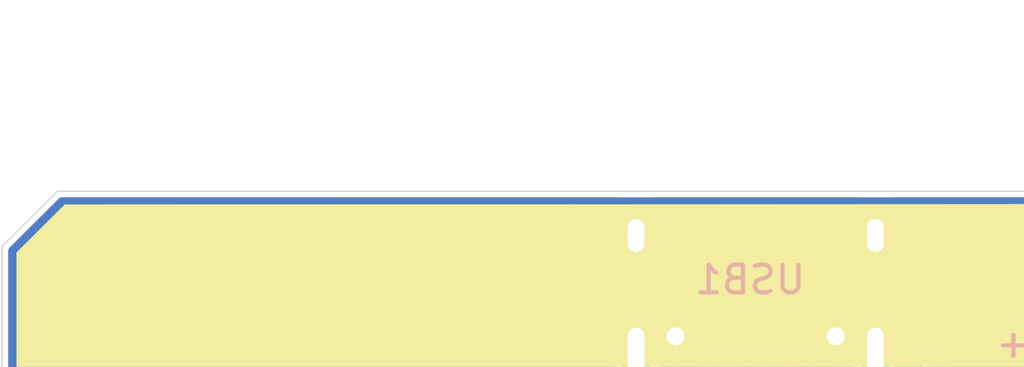
<source format=kicad_pcb>
(kicad_pcb (version 20171130) (host pcbnew 5.1.6)
  (layers (0 F.Cu signal hide) (31 B.Cu signal hide) (34 B.Paste user hide) (35 F.Paste user hide) (36 B.SilkS user hide) (37 F.SilkS user hide) (38 B.Mask user hide) (39 F.Mask user hide) (44 Edge.Cuts user hide))
  (net 0 "")
  (net 1 "Net-(C1-Pad1)")
  (net 2 GND)
  (net 3 "Net-(C2-Pad1)")
  (net 4 "Net-(C3-Pad1)")
  (net 5 VCC)
  (net 6 /C1)
  (net 7 "Net-(D1-Pad1)")
  (net 8 /C2)
  (net 9 "Net-(D2-Pad1)")
  (net 10 /C3)
  (net 11 "Net-(D3-Pad1)")
  (net 12 /C4)
  (net 13 "Net-(D4-Pad1)")
  (net 14 /C5)
  (net 15 "Net-(D5-Pad1)")
  (net 16 /C6)
  (net 17 "Net-(D6-Pad1)")
  (net 18 /C7)
  (net 19 "Net-(D7-Pad1)")
  (net 20 /C8)
  (net 21 "Net-(D8-Pad1)")
  (net 22 /C9)
  (net 23 "Net-(D9-Pad1)")
  (net 24 /C10)
  (net 25 "Net-(D10-Pad1)")
  (net 26 /C11)
  (net 27 "Net-(D11-Pad1)")
  (net 28 /C12)
  (net 29 "Net-(D12-Pad1)")
  (net 30 /C13)
  (net 31 "Net-(D13-Pad1)")
  (net 32 /C14)
  (net 33 "Net-(D14-Pad1)")
  (net 34 "Net-(D15-Pad1)")
  (net 35 "Net-(D16-Pad1)")
  (net 36 "Net-(D17-Pad1)")
  (net 37 "Net-(D18-Pad1)")
  (net 38 "Net-(D19-Pad1)")
  (net 39 "Net-(D20-Pad1)")
  (net 40 "Net-(D21-Pad1)")
  (net 41 "Net-(D22-Pad1)")
  (net 42 "Net-(D23-Pad1)")
  (net 43 "Net-(D24-Pad1)")
  (net 44 "Net-(D25-Pad1)")
  (net 45 "Net-(D26-Pad1)")
  (net 46 "Net-(D27-Pad1)")
  (net 47 "Net-(D28-Pad1)")
  (net 48 "Net-(D29-Pad1)")
  (net 49 "Net-(D30-Pad1)")
  (net 50 "Net-(D31-Pad1)")
  (net 51 "Net-(D32-Pad1)")
  (net 52 "Net-(D33-Pad1)")
  (net 53 "Net-(D34-Pad1)")
  (net 54 "Net-(D35-Pad1)")
  (net 55 "Net-(D36-Pad1)")
  (net 56 "Net-(D37-Pad1)")
  (net 57 "Net-(D38-Pad1)")
  (net 58 "Net-(D39-Pad1)")
  (net 59 "Net-(D40-Pad1)")
  (net 60 "Net-(D41-Pad1)")
  (net 61 "Net-(D42-Pad1)")
  (net 62 "Net-(D43-Pad1)")
  (net 63 "Net-(D44-Pad1)")
  (net 64 "Net-(D45-Pad1)")
  (net 65 "Net-(D46-Pad1)")
  (net 66 "Net-(D47-Pad1)")
  (net 67 "Net-(D48-Pad1)")
  (net 68 "Net-(D49-Pad1)")
  (net 69 "Net-(D50-Pad1)")
  (net 70 "Net-(D51-Pad1)")
  (net 71 "Net-(D52-Pad1)")
  (net 72 "Net-(D53-Pad1)")
  (net 73 "Net-(D54-Pad1)")
  (net 74 "Net-(D55-Pad1)")
  (net 75 "Net-(D56-Pad1)")
  (net 76 "Net-(D57-Pad1)")
  (net 77 "Net-(D58-Pad1)")
  (net 78 "Net-(D59-Pad1)")
  (net 79 "Net-(D60-Pad1)")
  (net 80 "Net-(D61-Pad1)")
  (net 81 "Net-(D62-Pad1)")
  (net 82 "Net-(D63-Pad1)")
  (net 83 "Net-(D64-Pad1)")
  (net 84 "Net-(D65-Pad1)")
  (net 85 "Net-(D66-Pad1)")
  (net 86 /R1)
  (net 87 /R2)
  (net 88 /R3)
  (net 89 /R4)
  (net 90 /R5)
  (net 91 "Net-(R1-Pad2)")
  (net 92 "Net-(R6-Pad1)")
  (net 93 "Net-(U1-Pad44)")
  (net 94 "Net-(U1-Pad43)")
  (net 95 "Net-(U1-Pad42)")
  (net 96 "Net-(U1-Pad35)")
  (net 97 "Net-(U1-Pad34)")
  (net 98 ADC11)
  (net 99 "Net-(U1-Pad23)")
  (net 100 SDA)
  (net 101 SCL)
  (net 102 MISO)
  (net 103 MOSI)
  (net 104 SCLK)
  (net 105 "Net-(R2-Pad1)")
  (net 106 "Net-(R3-Pad1)")
  (net 107 "Net-(R4-Pad2)")
  (net 108 "Net-(R5-Pad2)")
  (net 109 "Net-(USB1-Pad3)")
  (net 110 "Net-(USB1-Pad9)")
  (net 111 /D+)
  (net 112 /D-)
  (module custom:Kailh_socket_MX_1.50U (layer F.Cu) (at 310.15 29.9)
    (fp_text reference K66 (at 2.54 5.715 180) (layer B.SilkS) (effects (justify mirror)))
    (fp_text value KEYSW)
    (pad 1 smd rect (at -6.29 5.08 180) (size 2.55 2.5) (layers B.Cu B.Paste B.Mask) (net 90 /R5))
    (pad "" np_thru_hole circle (at -2.54 5.08 180) (size 3 3) (drill 3) (layers *.Cu *.Mask))
    (pad "" np_thru_hole circle (at 3.81 2.54 180) (size 3 3) (drill 3) (layers *.Cu *.Mask))
    (pad "" np_thru_hole circle (at 0 0 180) (size 3.9878 3.9878) (drill 3.9878) (layers *.Cu *.Mask))
    (pad "" np_thru_hole circle (at -5.08 0 180) (size 1.7018 1.7018) (drill 1.7018) (layers *.Cu *.Mask))
    (pad "" np_thru_hole circle (at 5.08 0 180) (size 1.7018 1.7018) (drill 1.7018) (layers *.Cu *.Mask))
    (pad 2 smd rect (at 7.56 2.54 180) (size 2.55 2.5) (layers B.Cu B.Paste B.Mask) (net 85 "Net-(D66-Pad1)"))
  )
  (module custom:Kailh_socket_MX_1.50U (layer F.Cu) (at 310.15 86.9)
    (fp_text reference K56 (at 2.54 5.715 180) (layer B.SilkS) (effects (justify mirror)))
    (fp_text value KEYSW)
    (pad 1 smd rect (at -6.29 5.08 180) (size 2.55 2.5) (layers B.Cu B.Paste B.Mask) (net 89 /R4))
    (pad "" np_thru_hole circle (at -2.54 5.08 180) (size 3 3) (drill 3) (layers *.Cu *.Mask))
    (pad "" np_thru_hole circle (at 3.81 2.54 180) (size 3 3) (drill 3) (layers *.Cu *.Mask))
    (pad "" np_thru_hole circle (at 0 0 180) (size 3.9878 3.9878) (drill 3.9878) (layers *.Cu *.Mask))
    (pad "" np_thru_hole circle (at -5.08 0 180) (size 1.7018 1.7018) (drill 1.7018) (layers *.Cu *.Mask))
    (pad "" np_thru_hole circle (at 5.08 0 180) (size 1.7018 1.7018) (drill 1.7018) (layers *.Cu *.Mask))
    (pad 2 smd rect (at 7.56 2.54 180) (size 2.55 2.5) (layers B.Cu B.Paste B.Mask) (net 75 "Net-(D56-Pad1)"))
  )
  (module custom:Kailh_socket_MX_1.50U (layer F.Cu) (at 34.65 86.92)
    (fp_text reference K43 (at 2.54 5.715 180) (layer B.SilkS) (effects (justify mirror)))
    (fp_text value KEYSW)
    (pad 1 smd rect (at -6.29 5.08 180) (size 2.55 2.5) (layers B.Cu B.Paste B.Mask) (net 89 /R4))
    (pad "" np_thru_hole circle (at -2.54 5.08 180) (size 3 3) (drill 3) (layers *.Cu *.Mask))
    (pad "" np_thru_hole circle (at 3.81 2.54 180) (size 3 3) (drill 3) (layers *.Cu *.Mask))
    (pad "" np_thru_hole circle (at 0 0 180) (size 3.9878 3.9878) (drill 3.9878) (layers *.Cu *.Mask))
    (pad "" np_thru_hole circle (at -5.08 0 180) (size 1.7018 1.7018) (drill 1.7018) (layers *.Cu *.Mask))
    (pad "" np_thru_hole circle (at 5.08 0 180) (size 1.7018 1.7018) (drill 1.7018) (layers *.Cu *.Mask))
    (pad 2 smd rect (at 7.56 2.54 180) (size 2.55 2.5) (layers B.Cu B.Paste B.Mask) (net 62 "Net-(D43-Pad1)"))
  )
  (module custom:Kailh_socket_MX_1.50U (layer F.Cu) (at 34.65 29.9)
    (fp_text reference K1 (at 2.54 5.715 180) (layer B.SilkS) (effects (justify mirror)))
    (fp_text value KEYSW)
    (pad 1 smd rect (at -6.29 5.08 180) (size 2.55 2.5) (layers B.Cu B.Paste B.Mask) (net 86 /R1))
    (pad "" np_thru_hole circle (at -2.54 5.08 180) (size 3 3) (drill 3) (layers *.Cu *.Mask))
    (pad "" np_thru_hole circle (at 3.81 2.54 180) (size 3 3) (drill 3) (layers *.Cu *.Mask))
    (pad "" np_thru_hole circle (at 0 0 180) (size 3.9878 3.9878) (drill 3.9878) (layers *.Cu *.Mask))
    (pad "" np_thru_hole circle (at -5.08 0 180) (size 1.7018 1.7018) (drill 1.7018) (layers *.Cu *.Mask))
    (pad "" np_thru_hole circle (at 5.08 0 180) (size 1.7018 1.7018) (drill 1.7018) (layers *.Cu *.Mask))
    (pad 2 smd rect (at 7.56 2.54 180) (size 2.55 2.5) (layers B.Cu B.Paste B.Mask) (net 7 "Net-(D1-Pad1)"))
  )
  (module custom:Kailh_socket_MX_2.25U (layer F.Cu) (at 146.275 105.9)
    (fp_text reference K60 (at 2.54 5.715 180) (layer B.SilkS) (effects (justify mirror)))
    (fp_text value KEYSW)
    (pad 1 smd rect (at -6.29 5.08 180) (size 2.55 2.5) (layers B.Cu B.Paste B.Mask) (net 90 /R5))
    (pad "" np_thru_hole circle (at -2.54 5.08 180) (size 3 3) (drill 3) (layers *.Cu *.Mask))
    (pad "" np_thru_hole circle (at 3.81 2.54 180) (size 3 3) (drill 3) (layers *.Cu *.Mask))
    (pad "" np_thru_hole circle (at 0 0 180) (size 3.9878 3.9878) (drill 3.9878) (layers *.Cu *.Mask))
    (pad "" np_thru_hole circle (at -5.08 0 180) (size 1.7018 1.7018) (drill 1.7018) (layers *.Cu *.Mask))
    (pad "" np_thru_hole circle (at 5.08 0 180) (size 1.7018 1.7018) (drill 1.7018) (layers *.Cu *.Mask))
    (pad 2 smd rect (at 7.56 2.54 180) (size 2.55 2.5) (layers B.Cu B.Paste B.Mask) (net 79 "Net-(D60-Pad1)"))
  )
  (module custom:Kailh_socket_MX_2.25U (layer F.Cu) (at 303.025 48.9)
    (fp_text reference K28 (at 2.54 5.715 180) (layer B.SilkS) (effects (justify mirror)))
    (fp_text value KEYSW)
    (pad 1 smd rect (at -6.29 5.08 180) (size 2.55 2.5) (layers B.Cu B.Paste B.Mask) (net 87 /R2))
    (pad "" np_thru_hole circle (at -2.54 5.08 180) (size 3 3) (drill 3) (layers *.Cu *.Mask))
    (pad "" np_thru_hole circle (at 3.81 2.54 180) (size 3 3) (drill 3) (layers *.Cu *.Mask))
    (pad "" np_thru_hole circle (at 0 0 180) (size 3.9878 3.9878) (drill 3.9878) (layers *.Cu *.Mask))
    (pad "" np_thru_hole circle (at -5.08 0 180) (size 1.7018 1.7018) (drill 1.7018) (layers *.Cu *.Mask))
    (pad "" np_thru_hole circle (at 5.08 0 180) (size 1.7018 1.7018) (drill 1.7018) (layers *.Cu *.Mask))
    (pad 2 smd rect (at 7.56 2.54 180) (size 2.55 2.5) (layers B.Cu B.Paste B.Mask) (net 47 "Net-(D28-Pad1)"))
  )
  (module custom:Kailh_socket_MX_1.25U (layer F.Cu) (at 94.025 105.9)
    (fp_text reference K58 (at 2.54 5.715 180) (layer B.SilkS) (effects (justify mirror)))
    (fp_text value KEYSW)
    (pad 2 smd rect (at 7.56 2.54 180) (size 2.55 2.5) (layers B.Cu B.Paste B.Mask) (net 77 "Net-(D58-Pad1)"))
    (pad "" np_thru_hole circle (at 5.08 0 180) (size 1.7018 1.7018) (drill 1.7018) (layers *.Cu *.Mask))
    (pad "" np_thru_hole circle (at -5.08 0 180) (size 1.7018 1.7018) (drill 1.7018) (layers *.Cu *.Mask))
    (pad "" np_thru_hole circle (at 0 0 180) (size 3.9878 3.9878) (drill 3.9878) (layers *.Cu *.Mask))
    (pad "" np_thru_hole circle (at 3.81 2.54 180) (size 3 3) (drill 3) (layers *.Cu *.Mask))
    (pad "" np_thru_hole circle (at -2.54 5.08 180) (size 3 3) (drill 3) (layers *.Cu *.Mask))
    (pad 1 smd rect (at -6.29 5.08 180) (size 2.55 2.5) (layers B.Cu B.Paste B.Mask) (net 90 /R5))
  )
  (module custom:Kailh_socket_MX_1.25U (layer F.Cu) (at 288.775 105.9)
    (fp_text reference K65 (at 2.54 5.715 180) (layer B.SilkS) (effects (justify mirror)))
    (fp_text value KEYSW)
    (pad 2 smd rect (at 7.56 2.54 180) (size 2.55 2.5) (layers B.Cu B.Paste B.Mask) (net 84 "Net-(D65-Pad1)"))
    (pad "" np_thru_hole circle (at 5.08 0 180) (size 1.7018 1.7018) (drill 1.7018) (layers *.Cu *.Mask))
    (pad "" np_thru_hole circle (at -5.08 0 180) (size 1.7018 1.7018) (drill 1.7018) (layers *.Cu *.Mask))
    (pad "" np_thru_hole circle (at 0 0 180) (size 3.9878 3.9878) (drill 3.9878) (layers *.Cu *.Mask))
    (pad "" np_thru_hole circle (at 3.81 2.54 180) (size 3 3) (drill 3) (layers *.Cu *.Mask))
    (pad "" np_thru_hole circle (at -2.54 5.08 180) (size 3 3) (drill 3) (layers *.Cu *.Mask))
    (pad 1 smd rect (at -6.29 5.08 180) (size 2.55 2.5) (layers B.Cu B.Paste B.Mask) (net 90 /R5))
  )
  (module custom:Kailh_socket_MX_1.25U (layer F.Cu) (at 227.025 105.9)
    (fp_text reference K63 (at 2.54 5.715 180) (layer B.SilkS) (effects (justify mirror)))
    (fp_text value KEYSW)
    (pad 2 smd rect (at 7.56 2.54 180) (size 2.55 2.5) (layers B.Cu B.Paste B.Mask) (net 82 "Net-(D63-Pad1)"))
    (pad "" np_thru_hole circle (at 5.08 0 180) (size 1.7018 1.7018) (drill 1.7018) (layers *.Cu *.Mask))
    (pad "" np_thru_hole circle (at -5.08 0 180) (size 1.7018 1.7018) (drill 1.7018) (layers *.Cu *.Mask))
    (pad "" np_thru_hole circle (at 0 0 180) (size 3.9878 3.9878) (drill 3.9878) (layers *.Cu *.Mask))
    (pad "" np_thru_hole circle (at 3.81 2.54 180) (size 3 3) (drill 3) (layers *.Cu *.Mask))
    (pad "" np_thru_hole circle (at -2.54 5.08 180) (size 3 3) (drill 3) (layers *.Cu *.Mask))
    (pad 1 smd rect (at -6.29 5.08 180) (size 2.55 2.5) (layers B.Cu B.Paste B.Mask) (net 90 /R5))
  )
  (module custom:Kailh_socket_MX_1.25U (layer F.Cu) (at 203.275 105.9)
    (fp_text reference K62 (at 2.54 5.715 180) (layer B.SilkS) (effects (justify mirror)))
    (fp_text value KEYSW)
    (pad 2 smd rect (at 7.56 2.54 180) (size 2.55 2.5) (layers B.Cu B.Paste B.Mask) (net 81 "Net-(D62-Pad1)"))
    (pad "" np_thru_hole circle (at 5.08 0 180) (size 1.7018 1.7018) (drill 1.7018) (layers *.Cu *.Mask))
    (pad "" np_thru_hole circle (at -5.08 0 180) (size 1.7018 1.7018) (drill 1.7018) (layers *.Cu *.Mask))
    (pad "" np_thru_hole circle (at 0 0 180) (size 3.9878 3.9878) (drill 3.9878) (layers *.Cu *.Mask))
    (pad "" np_thru_hole circle (at 3.81 2.54 180) (size 3 3) (drill 3) (layers *.Cu *.Mask))
    (pad "" np_thru_hole circle (at -2.54 5.08 180) (size 3 3) (drill 3) (layers *.Cu *.Mask))
    (pad 1 smd rect (at -6.29 5.08 180) (size 2.55 2.5) (layers B.Cu B.Paste B.Mask) (net 90 /R5))
  )
  (module custom:Kailh_socket_MX_1.25U (layer F.Cu) (at 179.525 105.9)
    (fp_text reference K61 (at 2.54 5.715 180) (layer B.SilkS) (effects (justify mirror)))
    (fp_text value KEYSW)
    (pad 2 smd rect (at 7.56 2.54 180) (size 2.55 2.5) (layers B.Cu B.Paste B.Mask) (net 80 "Net-(D61-Pad1)"))
    (pad "" np_thru_hole circle (at 5.08 0 180) (size 1.7018 1.7018) (drill 1.7018) (layers *.Cu *.Mask))
    (pad "" np_thru_hole circle (at -5.08 0 180) (size 1.7018 1.7018) (drill 1.7018) (layers *.Cu *.Mask))
    (pad "" np_thru_hole circle (at 0 0 180) (size 3.9878 3.9878) (drill 3.9878) (layers *.Cu *.Mask))
    (pad "" np_thru_hole circle (at 3.81 2.54 180) (size 3 3) (drill 3) (layers *.Cu *.Mask))
    (pad "" np_thru_hole circle (at -2.54 5.08 180) (size 3 3) (drill 3) (layers *.Cu *.Mask))
    (pad 1 smd rect (at -6.29 5.08 180) (size 2.55 2.5) (layers B.Cu B.Paste B.Mask) (net 90 /R5))
  )
  (module custom:Kailh_socket_MX_2.00U (layer F.Cu) (at 257.9 105.9)
    (fp_text reference K64 (at 2.54 5.715 180) (layer B.SilkS) (effects (justify mirror)))
    (fp_text value KEYSW)
    (pad 1 smd rect (at -6.29 5.08 180) (size 2.55 2.5) (layers B.Cu B.Paste B.Mask) (net 90 /R5))
    (pad "" np_thru_hole circle (at -2.54 5.08 180) (size 3 3) (drill 3) (layers *.Cu *.Mask))
    (pad "" np_thru_hole circle (at 3.81 2.54 180) (size 3 3) (drill 3) (layers *.Cu *.Mask))
    (pad "" np_thru_hole circle (at 0 0 180) (size 3.9878 3.9878) (drill 3.9878) (layers *.Cu *.Mask))
    (pad "" np_thru_hole circle (at -5.08 0 180) (size 1.7018 1.7018) (drill 1.7018) (layers *.Cu *.Mask))
    (pad "" np_thru_hole circle (at 5.08 0 180) (size 1.7018 1.7018) (drill 1.7018) (layers *.Cu *.Mask))
    (pad 2 smd rect (at 7.56 2.54 180) (size 2.55 2.5) (layers B.Cu B.Paste B.Mask) (net 83 "Net-(D64-Pad1)"))
  )
  (module custom:Kailh_socket_MX_2.00U (layer F.Cu) (at 63.15 105.9)
    (fp_text reference K57 (at 2.54 5.715 180) (layer B.SilkS) (effects (justify mirror)))
    (fp_text value KEYSW)
    (pad 1 smd rect (at -6.29 5.08 180) (size 2.55 2.5) (layers B.Cu B.Paste B.Mask) (net 90 /R5))
    (pad "" np_thru_hole circle (at -2.54 5.08 180) (size 3 3) (drill 3) (layers *.Cu *.Mask))
    (pad "" np_thru_hole circle (at 3.81 2.54 180) (size 3 3) (drill 3) (layers *.Cu *.Mask))
    (pad "" np_thru_hole circle (at 0 0 180) (size 3.9878 3.9878) (drill 3.9878) (layers *.Cu *.Mask))
    (pad "" np_thru_hole circle (at -5.08 0 180) (size 1.7018 1.7018) (drill 1.7018) (layers *.Cu *.Mask))
    (pad "" np_thru_hole circle (at 5.08 0 180) (size 1.7018 1.7018) (drill 1.7018) (layers *.Cu *.Mask))
    (pad 2 smd rect (at 7.56 2.54 180) (size 2.55 2.5) (layers B.Cu B.Paste B.Mask) (net 76 "Net-(D57-Pad1)"))
  )
  (module custom:Kailh_socket_MX_2.00U (layer F.Cu) (at 276.9 86.9)
    (fp_text reference K55 (at 2.54 5.715 180) (layer B.SilkS) (effects (justify mirror)))
    (fp_text value KEYSW)
    (pad 1 smd rect (at -6.29 5.08 180) (size 2.55 2.5) (layers B.Cu B.Paste B.Mask) (net 89 /R4))
    (pad "" np_thru_hole circle (at -2.54 5.08 180) (size 3 3) (drill 3) (layers *.Cu *.Mask))
    (pad "" np_thru_hole circle (at 3.81 2.54 180) (size 3 3) (drill 3) (layers *.Cu *.Mask))
    (pad "" np_thru_hole circle (at 0 0 180) (size 3.9878 3.9878) (drill 3.9878) (layers *.Cu *.Mask))
    (pad "" np_thru_hole circle (at -5.08 0 180) (size 1.7018 1.7018) (drill 1.7018) (layers *.Cu *.Mask))
    (pad "" np_thru_hole circle (at 5.08 0 180) (size 1.7018 1.7018) (drill 1.7018) (layers *.Cu *.Mask))
    (pad 2 smd rect (at 7.56 2.54 180) (size 2.55 2.5) (layers B.Cu B.Paste B.Mask) (net 74 "Net-(D55-Pad1)"))
  )
  (module custom:Kailh_socket_MX_2.00U (layer F.Cu) (at 305.4 67.9)
    (fp_text reference K42 (at 2.54 5.715 180) (layer B.SilkS) (effects (justify mirror)))
    (fp_text value KEYSW)
    (pad 1 smd rect (at -6.29 5.08 180) (size 2.55 2.5) (layers B.Cu B.Paste B.Mask) (net 88 /R3))
    (pad "" np_thru_hole circle (at -2.54 5.08 180) (size 3 3) (drill 3) (layers *.Cu *.Mask))
    (pad "" np_thru_hole circle (at 3.81 2.54 180) (size 3 3) (drill 3) (layers *.Cu *.Mask))
    (pad "" np_thru_hole circle (at 0 0 180) (size 3.9878 3.9878) (drill 3.9878) (layers *.Cu *.Mask))
    (pad "" np_thru_hole circle (at -5.08 0 180) (size 1.7018 1.7018) (drill 1.7018) (layers *.Cu *.Mask))
    (pad "" np_thru_hole circle (at 5.08 0 180) (size 1.7018 1.7018) (drill 1.7018) (layers *.Cu *.Mask))
    (pad 2 smd rect (at 7.56 2.54 180) (size 2.55 2.5) (layers B.Cu B.Paste B.Mask) (net 61 "Net-(D42-Pad1)"))
  )
  (module custom:Kailh_socket_MX_2.00U (layer F.Cu) (at 39.4 67.9)
    (fp_text reference K29 (at 2.54 5.715 180) (layer B.SilkS) (effects (justify mirror)))
    (fp_text value KEYSW)
    (pad 1 smd rect (at -6.29 5.08 180) (size 2.55 2.5) (layers B.Cu B.Paste B.Mask) (net 88 /R3))
    (pad "" np_thru_hole circle (at -2.54 5.08 180) (size 3 3) (drill 3) (layers *.Cu *.Mask))
    (pad "" np_thru_hole circle (at 3.81 2.54 180) (size 3 3) (drill 3) (layers *.Cu *.Mask))
    (pad "" np_thru_hole circle (at 0 0 180) (size 3.9878 3.9878) (drill 3.9878) (layers *.Cu *.Mask))
    (pad "" np_thru_hole circle (at -5.08 0 180) (size 1.7018 1.7018) (drill 1.7018) (layers *.Cu *.Mask))
    (pad "" np_thru_hole circle (at 5.08 0 180) (size 1.7018 1.7018) (drill 1.7018) (layers *.Cu *.Mask))
    (pad 2 smd rect (at 7.56 2.54 180) (size 2.55 2.5) (layers B.Cu B.Paste B.Mask) (net 48 "Net-(D29-Pad1)"))
  )
  (module custom:Kailh_socket_MX_1.75U (layer F.Cu) (at 37.025 48.9)
    (fp_text reference K15 (at 2.54 5.715 180) (layer B.SilkS) (effects (justify mirror)))
    (fp_text value KEYSW)
    (pad 1 smd rect (at -6.29 5.08 180) (size 2.55 2.5) (layers B.Cu B.Paste B.Mask) (net 87 /R2))
    (pad "" np_thru_hole circle (at -2.54 5.08 180) (size 3 3) (drill 3) (layers *.Cu *.Mask))
    (pad "" np_thru_hole circle (at 3.81 2.54 180) (size 3 3) (drill 3) (layers *.Cu *.Mask))
    (pad "" np_thru_hole circle (at 0 0 180) (size 3.9878 3.9878) (drill 3.9878) (layers *.Cu *.Mask))
    (pad "" np_thru_hole circle (at -5.08 0 180) (size 1.7018 1.7018) (drill 1.7018) (layers *.Cu *.Mask))
    (pad "" np_thru_hole circle (at 5.08 0 180) (size 1.7018 1.7018) (drill 1.7018) (layers *.Cu *.Mask))
    (pad 2 smd rect (at 7.56 2.54 180) (size 2.55 2.5) (layers B.Cu B.Paste B.Mask) (net 34 "Net-(D15-Pad1)"))
  )
  (module custom:Kailh_socket_MX_1.00U (layer F.Cu) (at 257.9 67.9)
    (fp_text reference K40 (at 2.54 5.715 180) (layer B.SilkS) (effects (justify mirror)))
    (fp_text value KEYSW)
    (pad 2 smd rect (at 7.56 2.54 180) (size 2.55 2.5) (layers B.Cu B.Paste B.Mask) (net 59 "Net-(D40-Pad1)"))
    (pad "" np_thru_hole circle (at 5.08 0 180) (size 1.7018 1.7018) (drill 1.7018) (layers *.Cu *.Mask))
    (pad "" np_thru_hole circle (at -5.08 0 180) (size 1.7018 1.7018) (drill 1.7018) (layers *.Cu *.Mask))
    (pad "" np_thru_hole circle (at 0 0 180) (size 3.9878 3.9878) (drill 3.9878) (layers *.Cu *.Mask))
    (pad "" np_thru_hole circle (at 3.81 2.54 180) (size 3 3) (drill 3) (layers *.Cu *.Mask))
    (pad "" np_thru_hole circle (at -2.54 5.08 180) (size 3 3) (drill 3) (layers *.Cu *.Mask))
    (pad 1 smd rect (at -6.29 5.08 180) (size 2.55 2.5) (layers B.Cu B.Paste B.Mask) (net 88 /R3))
  )
  (module custom:Kailh_socket_MX_1.00U (layer F.Cu) (at 115.4 86.9)
    (fp_text reference K47 (at 2.54 5.715 180) (layer B.SilkS) (effects (justify mirror)))
    (fp_text value KEYSW)
    (pad 2 smd rect (at 7.56 2.54 180) (size 2.55 2.5) (layers B.Cu B.Paste B.Mask) (net 66 "Net-(D47-Pad1)"))
    (pad "" np_thru_hole circle (at 5.08 0 180) (size 1.7018 1.7018) (drill 1.7018) (layers *.Cu *.Mask))
    (pad "" np_thru_hole circle (at -5.08 0 180) (size 1.7018 1.7018) (drill 1.7018) (layers *.Cu *.Mask))
    (pad "" np_thru_hole circle (at 0 0 180) (size 3.9878 3.9878) (drill 3.9878) (layers *.Cu *.Mask))
    (pad "" np_thru_hole circle (at 3.81 2.54 180) (size 3 3) (drill 3) (layers *.Cu *.Mask))
    (pad "" np_thru_hole circle (at -2.54 5.08 180) (size 3 3) (drill 3) (layers *.Cu *.Mask))
    (pad 1 smd rect (at -6.29 5.08 180) (size 2.55 2.5) (layers B.Cu B.Paste B.Mask) (net 89 /R4))
  )
  (module custom:Kailh_socket_MX_1.00U (layer F.Cu) (at 200.9 67.9)
    (fp_text reference K37 (at 2.54 5.715 180) (layer B.SilkS) (effects (justify mirror)))
    (fp_text value KEYSW)
    (pad 2 smd rect (at 7.56 2.54 180) (size 2.55 2.5) (layers B.Cu B.Paste B.Mask) (net 56 "Net-(D37-Pad1)"))
    (pad "" np_thru_hole circle (at 5.08 0 180) (size 1.7018 1.7018) (drill 1.7018) (layers *.Cu *.Mask))
    (pad "" np_thru_hole circle (at -5.08 0 180) (size 1.7018 1.7018) (drill 1.7018) (layers *.Cu *.Mask))
    (pad "" np_thru_hole circle (at 0 0 180) (size 3.9878 3.9878) (drill 3.9878) (layers *.Cu *.Mask))
    (pad "" np_thru_hole circle (at 3.81 2.54 180) (size 3 3) (drill 3) (layers *.Cu *.Mask))
    (pad "" np_thru_hole circle (at -2.54 5.08 180) (size 3 3) (drill 3) (layers *.Cu *.Mask))
    (pad 1 smd rect (at -6.29 5.08 180) (size 2.55 2.5) (layers B.Cu B.Paste B.Mask) (net 88 /R3))
  )
  (module custom:Kailh_socket_MX_1.00U (layer F.Cu) (at 143.9 67.9)
    (fp_text reference K34 (at 2.54 5.715 180) (layer B.SilkS) (effects (justify mirror)))
    (fp_text value KEYSW)
    (pad 2 smd rect (at 7.56 2.54 180) (size 2.55 2.5) (layers B.Cu B.Paste B.Mask) (net 53 "Net-(D34-Pad1)"))
    (pad "" np_thru_hole circle (at 5.08 0 180) (size 1.7018 1.7018) (drill 1.7018) (layers *.Cu *.Mask))
    (pad "" np_thru_hole circle (at -5.08 0 180) (size 1.7018 1.7018) (drill 1.7018) (layers *.Cu *.Mask))
    (pad "" np_thru_hole circle (at 0 0 180) (size 3.9878 3.9878) (drill 3.9878) (layers *.Cu *.Mask))
    (pad "" np_thru_hole circle (at 3.81 2.54 180) (size 3 3) (drill 3) (layers *.Cu *.Mask))
    (pad "" np_thru_hole circle (at -2.54 5.08 180) (size 3 3) (drill 3) (layers *.Cu *.Mask))
    (pad 1 smd rect (at -6.29 5.08 180) (size 2.55 2.5) (layers B.Cu B.Paste B.Mask) (net 88 /R3))
  )
  (module custom:Kailh_socket_MX_1.00U (layer F.Cu) (at 105.9 67.9)
    (fp_text reference K32 (at 2.54 5.715 180) (layer B.SilkS) (effects (justify mirror)))
    (fp_text value KEYSW)
    (pad 2 smd rect (at 7.56 2.54 180) (size 2.55 2.5) (layers B.Cu B.Paste B.Mask) (net 51 "Net-(D32-Pad1)"))
    (pad "" np_thru_hole circle (at 5.08 0 180) (size 1.7018 1.7018) (drill 1.7018) (layers *.Cu *.Mask))
    (pad "" np_thru_hole circle (at -5.08 0 180) (size 1.7018 1.7018) (drill 1.7018) (layers *.Cu *.Mask))
    (pad "" np_thru_hole circle (at 0 0 180) (size 3.9878 3.9878) (drill 3.9878) (layers *.Cu *.Mask))
    (pad "" np_thru_hole circle (at 3.81 2.54 180) (size 3 3) (drill 3) (layers *.Cu *.Mask))
    (pad "" np_thru_hole circle (at -2.54 5.08 180) (size 3 3) (drill 3) (layers *.Cu *.Mask))
    (pad 1 smd rect (at -6.29 5.08 180) (size 2.55 2.5) (layers B.Cu B.Paste B.Mask) (net 88 /R3))
  )
  (module custom:Kailh_socket_MX_1.00U (layer F.Cu) (at 86.9 67.9)
    (fp_text reference K31 (at 2.54 5.715 180) (layer B.SilkS) (effects (justify mirror)))
    (fp_text value KEYSW)
    (pad 2 smd rect (at 7.56 2.54 180) (size 2.55 2.5) (layers B.Cu B.Paste B.Mask) (net 50 "Net-(D31-Pad1)"))
    (pad "" np_thru_hole circle (at 5.08 0 180) (size 1.7018 1.7018) (drill 1.7018) (layers *.Cu *.Mask))
    (pad "" np_thru_hole circle (at -5.08 0 180) (size 1.7018 1.7018) (drill 1.7018) (layers *.Cu *.Mask))
    (pad "" np_thru_hole circle (at 0 0 180) (size 3.9878 3.9878) (drill 3.9878) (layers *.Cu *.Mask))
    (pad "" np_thru_hole circle (at 3.81 2.54 180) (size 3 3) (drill 3) (layers *.Cu *.Mask))
    (pad "" np_thru_hole circle (at -2.54 5.08 180) (size 3 3) (drill 3) (layers *.Cu *.Mask))
    (pad 1 smd rect (at -6.29 5.08 180) (size 2.55 2.5) (layers B.Cu B.Paste B.Mask) (net 88 /R3))
  )
  (module custom:Kailh_socket_MX_1.00U (layer F.Cu) (at 115.4 105.9)
    (fp_text reference K59 (at 2.54 5.715 180) (layer B.SilkS) (effects (justify mirror)))
    (fp_text value KEYSW)
    (pad 2 smd rect (at 7.56 2.54 180) (size 2.55 2.5) (layers B.Cu B.Paste B.Mask) (net 78 "Net-(D59-Pad1)"))
    (pad "" np_thru_hole circle (at 5.08 0 180) (size 1.7018 1.7018) (drill 1.7018) (layers *.Cu *.Mask))
    (pad "" np_thru_hole circle (at -5.08 0 180) (size 1.7018 1.7018) (drill 1.7018) (layers *.Cu *.Mask))
    (pad "" np_thru_hole circle (at 0 0 180) (size 3.9878 3.9878) (drill 3.9878) (layers *.Cu *.Mask))
    (pad "" np_thru_hole circle (at 3.81 2.54 180) (size 3 3) (drill 3) (layers *.Cu *.Mask))
    (pad "" np_thru_hole circle (at -2.54 5.08 180) (size 3 3) (drill 3) (layers *.Cu *.Mask))
    (pad 1 smd rect (at -6.29 5.08 180) (size 2.55 2.5) (layers B.Cu B.Paste B.Mask) (net 90 /R5))
  )
  (module custom:Kailh_socket_MX_1.00U (layer F.Cu) (at 248.4 86.9)
    (fp_text reference K54 (at 2.54 5.715 180) (layer B.SilkS) (effects (justify mirror)))
    (fp_text value KEYSW)
    (pad 2 smd rect (at 7.56 2.54 180) (size 2.55 2.5) (layers B.Cu B.Paste B.Mask) (net 73 "Net-(D54-Pad1)"))
    (pad "" np_thru_hole circle (at 5.08 0 180) (size 1.7018 1.7018) (drill 1.7018) (layers *.Cu *.Mask))
    (pad "" np_thru_hole circle (at -5.08 0 180) (size 1.7018 1.7018) (drill 1.7018) (layers *.Cu *.Mask))
    (pad "" np_thru_hole circle (at 0 0 180) (size 3.9878 3.9878) (drill 3.9878) (layers *.Cu *.Mask))
    (pad "" np_thru_hole circle (at 3.81 2.54 180) (size 3 3) (drill 3) (layers *.Cu *.Mask))
    (pad "" np_thru_hole circle (at -2.54 5.08 180) (size 3 3) (drill 3) (layers *.Cu *.Mask))
    (pad 1 smd rect (at -6.29 5.08 180) (size 2.55 2.5) (layers B.Cu B.Paste B.Mask) (net 89 /R4))
  )
  (module custom:Kailh_socket_MX_1.00U (layer F.Cu) (at 229.4 86.9)
    (fp_text reference K53 (at 2.54 5.715 180) (layer B.SilkS) (effects (justify mirror)))
    (fp_text value KEYSW)
    (pad 2 smd rect (at 7.56 2.54 180) (size 2.55 2.5) (layers B.Cu B.Paste B.Mask) (net 72 "Net-(D53-Pad1)"))
    (pad "" np_thru_hole circle (at 5.08 0 180) (size 1.7018 1.7018) (drill 1.7018) (layers *.Cu *.Mask))
    (pad "" np_thru_hole circle (at -5.08 0 180) (size 1.7018 1.7018) (drill 1.7018) (layers *.Cu *.Mask))
    (pad "" np_thru_hole circle (at 0 0 180) (size 3.9878 3.9878) (drill 3.9878) (layers *.Cu *.Mask))
    (pad "" np_thru_hole circle (at 3.81 2.54 180) (size 3 3) (drill 3) (layers *.Cu *.Mask))
    (pad "" np_thru_hole circle (at -2.54 5.08 180) (size 3 3) (drill 3) (layers *.Cu *.Mask))
    (pad 1 smd rect (at -6.29 5.08 180) (size 2.55 2.5) (layers B.Cu B.Paste B.Mask) (net 89 /R4))
  )
  (module custom:Kailh_socket_MX_1.00U (layer F.Cu) (at 210.4 86.9)
    (fp_text reference K52 (at 2.54 5.715 180) (layer B.SilkS) (effects (justify mirror)))
    (fp_text value KEYSW)
    (pad 2 smd rect (at 7.56 2.54 180) (size 2.55 2.5) (layers B.Cu B.Paste B.Mask) (net 71 "Net-(D52-Pad1)"))
    (pad "" np_thru_hole circle (at 5.08 0 180) (size 1.7018 1.7018) (drill 1.7018) (layers *.Cu *.Mask))
    (pad "" np_thru_hole circle (at -5.08 0 180) (size 1.7018 1.7018) (drill 1.7018) (layers *.Cu *.Mask))
    (pad "" np_thru_hole circle (at 0 0 180) (size 3.9878 3.9878) (drill 3.9878) (layers *.Cu *.Mask))
    (pad "" np_thru_hole circle (at 3.81 2.54 180) (size 3 3) (drill 3) (layers *.Cu *.Mask))
    (pad "" np_thru_hole circle (at -2.54 5.08 180) (size 3 3) (drill 3) (layers *.Cu *.Mask))
    (pad 1 smd rect (at -6.29 5.08 180) (size 2.55 2.5) (layers B.Cu B.Paste B.Mask) (net 89 /R4))
  )
  (module custom:Kailh_socket_MX_1.00U (layer F.Cu) (at 191.4 86.9)
    (fp_text reference K51 (at 2.54 5.715 180) (layer B.SilkS) (effects (justify mirror)))
    (fp_text value KEYSW)
    (pad 2 smd rect (at 7.56 2.54 180) (size 2.55 2.5) (layers B.Cu B.Paste B.Mask) (net 70 "Net-(D51-Pad1)"))
    (pad "" np_thru_hole circle (at 5.08 0 180) (size 1.7018 1.7018) (drill 1.7018) (layers *.Cu *.Mask))
    (pad "" np_thru_hole circle (at -5.08 0 180) (size 1.7018 1.7018) (drill 1.7018) (layers *.Cu *.Mask))
    (pad "" np_thru_hole circle (at 0 0 180) (size 3.9878 3.9878) (drill 3.9878) (layers *.Cu *.Mask))
    (pad "" np_thru_hole circle (at 3.81 2.54 180) (size 3 3) (drill 3) (layers *.Cu *.Mask))
    (pad "" np_thru_hole circle (at -2.54 5.08 180) (size 3 3) (drill 3) (layers *.Cu *.Mask))
    (pad 1 smd rect (at -6.29 5.08 180) (size 2.55 2.5) (layers B.Cu B.Paste B.Mask) (net 89 /R4))
  )
  (module custom:Kailh_socket_MX_1.00U (layer F.Cu) (at 172.4 86.9)
    (fp_text reference K50 (at 2.54 5.715 180) (layer B.SilkS) (effects (justify mirror)))
    (fp_text value KEYSW)
    (pad 2 smd rect (at 7.56 2.54 180) (size 2.55 2.5) (layers B.Cu B.Paste B.Mask) (net 69 "Net-(D50-Pad1)"))
    (pad "" np_thru_hole circle (at 5.08 0 180) (size 1.7018 1.7018) (drill 1.7018) (layers *.Cu *.Mask))
    (pad "" np_thru_hole circle (at -5.08 0 180) (size 1.7018 1.7018) (drill 1.7018) (layers *.Cu *.Mask))
    (pad "" np_thru_hole circle (at 0 0 180) (size 3.9878 3.9878) (drill 3.9878) (layers *.Cu *.Mask))
    (pad "" np_thru_hole circle (at 3.81 2.54 180) (size 3 3) (drill 3) (layers *.Cu *.Mask))
    (pad "" np_thru_hole circle (at -2.54 5.08 180) (size 3 3) (drill 3) (layers *.Cu *.Mask))
    (pad 1 smd rect (at -6.29 5.08 180) (size 2.55 2.5) (layers B.Cu B.Paste B.Mask) (net 89 /R4))
  )
  (module custom:Kailh_socket_MX_1.00U (layer F.Cu) (at 153.4 86.9)
    (fp_text reference K49 (at 2.54 5.715 180) (layer B.SilkS) (effects (justify mirror)))
    (fp_text value KEYSW)
    (pad 2 smd rect (at 7.56 2.54 180) (size 2.55 2.5) (layers B.Cu B.Paste B.Mask) (net 68 "Net-(D49-Pad1)"))
    (pad "" np_thru_hole circle (at 5.08 0 180) (size 1.7018 1.7018) (drill 1.7018) (layers *.Cu *.Mask))
    (pad "" np_thru_hole circle (at -5.08 0 180) (size 1.7018 1.7018) (drill 1.7018) (layers *.Cu *.Mask))
    (pad "" np_thru_hole circle (at 0 0 180) (size 3.9878 3.9878) (drill 3.9878) (layers *.Cu *.Mask))
    (pad "" np_thru_hole circle (at 3.81 2.54 180) (size 3 3) (drill 3) (layers *.Cu *.Mask))
    (pad "" np_thru_hole circle (at -2.54 5.08 180) (size 3 3) (drill 3) (layers *.Cu *.Mask))
    (pad 1 smd rect (at -6.29 5.08 180) (size 2.55 2.5) (layers B.Cu B.Paste B.Mask) (net 89 /R4))
  )
  (module custom:Kailh_socket_MX_1.00U (layer F.Cu) (at 134.4 86.9)
    (fp_text reference K48 (at 2.54 5.715 180) (layer B.SilkS) (effects (justify mirror)))
    (fp_text value KEYSW)
    (pad 2 smd rect (at 7.56 2.54 180) (size 2.55 2.5) (layers B.Cu B.Paste B.Mask) (net 67 "Net-(D48-Pad1)"))
    (pad "" np_thru_hole circle (at 5.08 0 180) (size 1.7018 1.7018) (drill 1.7018) (layers *.Cu *.Mask))
    (pad "" np_thru_hole circle (at -5.08 0 180) (size 1.7018 1.7018) (drill 1.7018) (layers *.Cu *.Mask))
    (pad "" np_thru_hole circle (at 0 0 180) (size 3.9878 3.9878) (drill 3.9878) (layers *.Cu *.Mask))
    (pad "" np_thru_hole circle (at 3.81 2.54 180) (size 3 3) (drill 3) (layers *.Cu *.Mask))
    (pad "" np_thru_hole circle (at -2.54 5.08 180) (size 3 3) (drill 3) (layers *.Cu *.Mask))
    (pad 1 smd rect (at -6.29 5.08 180) (size 2.55 2.5) (layers B.Cu B.Paste B.Mask) (net 89 /R4))
  )
  (module custom:Kailh_socket_MX_1.00U (layer F.Cu) (at 96.4 86.9)
    (fp_text reference K46 (at 2.54 5.715 180) (layer B.SilkS) (effects (justify mirror)))
    (fp_text value KEYSW)
    (pad 2 smd rect (at 7.56 2.54 180) (size 2.55 2.5) (layers B.Cu B.Paste B.Mask) (net 65 "Net-(D46-Pad1)"))
    (pad "" np_thru_hole circle (at 5.08 0 180) (size 1.7018 1.7018) (drill 1.7018) (layers *.Cu *.Mask))
    (pad "" np_thru_hole circle (at -5.08 0 180) (size 1.7018 1.7018) (drill 1.7018) (layers *.Cu *.Mask))
    (pad "" np_thru_hole circle (at 0 0 180) (size 3.9878 3.9878) (drill 3.9878) (layers *.Cu *.Mask))
    (pad "" np_thru_hole circle (at 3.81 2.54 180) (size 3 3) (drill 3) (layers *.Cu *.Mask))
    (pad "" np_thru_hole circle (at -2.54 5.08 180) (size 3 3) (drill 3) (layers *.Cu *.Mask))
    (pad 1 smd rect (at -6.29 5.08 180) (size 2.55 2.5) (layers B.Cu B.Paste B.Mask) (net 89 /R4))
  )
  (module custom:Kailh_socket_MX_1.00U (layer F.Cu) (at 77.4 86.9)
    (fp_text reference K45 (at 2.54 5.715 180) (layer B.SilkS) (effects (justify mirror)))
    (fp_text value KEYSW)
    (pad 2 smd rect (at 7.56 2.54 180) (size 2.55 2.5) (layers B.Cu B.Paste B.Mask) (net 64 "Net-(D45-Pad1)"))
    (pad "" np_thru_hole circle (at 5.08 0 180) (size 1.7018 1.7018) (drill 1.7018) (layers *.Cu *.Mask))
    (pad "" np_thru_hole circle (at -5.08 0 180) (size 1.7018 1.7018) (drill 1.7018) (layers *.Cu *.Mask))
    (pad "" np_thru_hole circle (at 0 0 180) (size 3.9878 3.9878) (drill 3.9878) (layers *.Cu *.Mask))
    (pad "" np_thru_hole circle (at 3.81 2.54 180) (size 3 3) (drill 3) (layers *.Cu *.Mask))
    (pad "" np_thru_hole circle (at -2.54 5.08 180) (size 3 3) (drill 3) (layers *.Cu *.Mask))
    (pad 1 smd rect (at -6.29 5.08 180) (size 2.55 2.5) (layers B.Cu B.Paste B.Mask) (net 89 /R4))
  )
  (module custom:Kailh_socket_MX_1.00U (layer F.Cu) (at 58.4 86.9)
    (fp_text reference K44 (at 2.54 5.715 180) (layer B.SilkS) (effects (justify mirror)))
    (fp_text value KEYSW)
    (pad 2 smd rect (at 7.56 2.54 180) (size 2.55 2.5) (layers B.Cu B.Paste B.Mask) (net 63 "Net-(D44-Pad1)"))
    (pad "" np_thru_hole circle (at 5.08 0 180) (size 1.7018 1.7018) (drill 1.7018) (layers *.Cu *.Mask))
    (pad "" np_thru_hole circle (at -5.08 0 180) (size 1.7018 1.7018) (drill 1.7018) (layers *.Cu *.Mask))
    (pad "" np_thru_hole circle (at 0 0 180) (size 3.9878 3.9878) (drill 3.9878) (layers *.Cu *.Mask))
    (pad "" np_thru_hole circle (at 3.81 2.54 180) (size 3 3) (drill 3) (layers *.Cu *.Mask))
    (pad "" np_thru_hole circle (at -2.54 5.08 180) (size 3 3) (drill 3) (layers *.Cu *.Mask))
    (pad 1 smd rect (at -6.29 5.08 180) (size 2.55 2.5) (layers B.Cu B.Paste B.Mask) (net 89 /R4))
  )
  (module custom:Kailh_socket_MX_1.00U (layer F.Cu) (at 276.9 67.9)
    (fp_text reference K41 (at 2.54 5.715 180) (layer B.SilkS) (effects (justify mirror)))
    (fp_text value KEYSW)
    (pad 2 smd rect (at 7.56 2.54 180) (size 2.55 2.5) (layers B.Cu B.Paste B.Mask) (net 60 "Net-(D41-Pad1)"))
    (pad "" np_thru_hole circle (at 5.08 0 180) (size 1.7018 1.7018) (drill 1.7018) (layers *.Cu *.Mask))
    (pad "" np_thru_hole circle (at -5.08 0 180) (size 1.7018 1.7018) (drill 1.7018) (layers *.Cu *.Mask))
    (pad "" np_thru_hole circle (at 0 0 180) (size 3.9878 3.9878) (drill 3.9878) (layers *.Cu *.Mask))
    (pad "" np_thru_hole circle (at 3.81 2.54 180) (size 3 3) (drill 3) (layers *.Cu *.Mask))
    (pad "" np_thru_hole circle (at -2.54 5.08 180) (size 3 3) (drill 3) (layers *.Cu *.Mask))
    (pad 1 smd rect (at -6.29 5.08 180) (size 2.55 2.5) (layers B.Cu B.Paste B.Mask) (net 88 /R3))
  )
  (module custom:Kailh_socket_MX_1.00U (layer F.Cu) (at 238.9 67.9)
    (fp_text reference K39 (at 2.54 5.715 180) (layer B.SilkS) (effects (justify mirror)))
    (fp_text value KEYSW)
    (pad 2 smd rect (at 7.56 2.54 180) (size 2.55 2.5) (layers B.Cu B.Paste B.Mask) (net 58 "Net-(D39-Pad1)"))
    (pad "" np_thru_hole circle (at 5.08 0 180) (size 1.7018 1.7018) (drill 1.7018) (layers *.Cu *.Mask))
    (pad "" np_thru_hole circle (at -5.08 0 180) (size 1.7018 1.7018) (drill 1.7018) (layers *.Cu *.Mask))
    (pad "" np_thru_hole circle (at 0 0 180) (size 3.9878 3.9878) (drill 3.9878) (layers *.Cu *.Mask))
    (pad "" np_thru_hole circle (at 3.81 2.54 180) (size 3 3) (drill 3) (layers *.Cu *.Mask))
    (pad "" np_thru_hole circle (at -2.54 5.08 180) (size 3 3) (drill 3) (layers *.Cu *.Mask))
    (pad 1 smd rect (at -6.29 5.08 180) (size 2.55 2.5) (layers B.Cu B.Paste B.Mask) (net 88 /R3))
  )
  (module custom:Kailh_socket_MX_1.00U (layer F.Cu) (at 219.9 67.9)
    (fp_text reference K38 (at 2.54 5.715 180) (layer B.SilkS) (effects (justify mirror)))
    (fp_text value KEYSW)
    (pad 2 smd rect (at 7.56 2.54 180) (size 2.55 2.5) (layers B.Cu B.Paste B.Mask) (net 57 "Net-(D38-Pad1)"))
    (pad "" np_thru_hole circle (at 5.08 0 180) (size 1.7018 1.7018) (drill 1.7018) (layers *.Cu *.Mask))
    (pad "" np_thru_hole circle (at -5.08 0 180) (size 1.7018 1.7018) (drill 1.7018) (layers *.Cu *.Mask))
    (pad "" np_thru_hole circle (at 0 0 180) (size 3.9878 3.9878) (drill 3.9878) (layers *.Cu *.Mask))
    (pad "" np_thru_hole circle (at 3.81 2.54 180) (size 3 3) (drill 3) (layers *.Cu *.Mask))
    (pad "" np_thru_hole circle (at -2.54 5.08 180) (size 3 3) (drill 3) (layers *.Cu *.Mask))
    (pad 1 smd rect (at -6.29 5.08 180) (size 2.55 2.5) (layers B.Cu B.Paste B.Mask) (net 88 /R3))
  )
  (module custom:Kailh_socket_MX_1.00U (layer F.Cu) (at 181.9 67.9)
    (fp_text reference K36 (at 2.54 5.715 180) (layer B.SilkS) (effects (justify mirror)))
    (fp_text value KEYSW)
    (pad 2 smd rect (at 7.56 2.54 180) (size 2.55 2.5) (layers B.Cu B.Paste B.Mask) (net 55 "Net-(D36-Pad1)"))
    (pad "" np_thru_hole circle (at 5.08 0 180) (size 1.7018 1.7018) (drill 1.7018) (layers *.Cu *.Mask))
    (pad "" np_thru_hole circle (at -5.08 0 180) (size 1.7018 1.7018) (drill 1.7018) (layers *.Cu *.Mask))
    (pad "" np_thru_hole circle (at 0 0 180) (size 3.9878 3.9878) (drill 3.9878) (layers *.Cu *.Mask))
    (pad "" np_thru_hole circle (at 3.81 2.54 180) (size 3 3) (drill 3) (layers *.Cu *.Mask))
    (pad "" np_thru_hole circle (at -2.54 5.08 180) (size 3 3) (drill 3) (layers *.Cu *.Mask))
    (pad 1 smd rect (at -6.29 5.08 180) (size 2.55 2.5) (layers B.Cu B.Paste B.Mask) (net 88 /R3))
  )
  (module custom:Kailh_socket_MX_1.00U (layer F.Cu) (at 162.9 67.9)
    (fp_text reference K35 (at 2.54 5.715 180) (layer B.SilkS) (effects (justify mirror)))
    (fp_text value KEYSW)
    (pad 2 smd rect (at 7.56 2.54 180) (size 2.55 2.5) (layers B.Cu B.Paste B.Mask) (net 54 "Net-(D35-Pad1)"))
    (pad "" np_thru_hole circle (at 5.08 0 180) (size 1.7018 1.7018) (drill 1.7018) (layers *.Cu *.Mask))
    (pad "" np_thru_hole circle (at -5.08 0 180) (size 1.7018 1.7018) (drill 1.7018) (layers *.Cu *.Mask))
    (pad "" np_thru_hole circle (at 0 0 180) (size 3.9878 3.9878) (drill 3.9878) (layers *.Cu *.Mask))
    (pad "" np_thru_hole circle (at 3.81 2.54 180) (size 3 3) (drill 3) (layers *.Cu *.Mask))
    (pad "" np_thru_hole circle (at -2.54 5.08 180) (size 3 3) (drill 3) (layers *.Cu *.Mask))
    (pad 1 smd rect (at -6.29 5.08 180) (size 2.55 2.5) (layers B.Cu B.Paste B.Mask) (net 88 /R3))
  )
  (module custom:Kailh_socket_MX_1.00U (layer F.Cu) (at 124.9 67.9)
    (fp_text reference K33 (at 2.54 5.715 180) (layer B.SilkS) (effects (justify mirror)))
    (fp_text value KEYSW)
    (pad 2 smd rect (at 7.56 2.54 180) (size 2.55 2.5) (layers B.Cu B.Paste B.Mask) (net 52 "Net-(D33-Pad1)"))
    (pad "" np_thru_hole circle (at 5.08 0 180) (size 1.7018 1.7018) (drill 1.7018) (layers *.Cu *.Mask))
    (pad "" np_thru_hole circle (at -5.08 0 180) (size 1.7018 1.7018) (drill 1.7018) (layers *.Cu *.Mask))
    (pad "" np_thru_hole circle (at 0 0 180) (size 3.9878 3.9878) (drill 3.9878) (layers *.Cu *.Mask))
    (pad "" np_thru_hole circle (at 3.81 2.54 180) (size 3 3) (drill 3) (layers *.Cu *.Mask))
    (pad "" np_thru_hole circle (at -2.54 5.08 180) (size 3 3) (drill 3) (layers *.Cu *.Mask))
    (pad 1 smd rect (at -6.29 5.08 180) (size 2.55 2.5) (layers B.Cu B.Paste B.Mask) (net 88 /R3))
  )
  (module custom:Kailh_socket_MX_1.00U (layer F.Cu) (at 67.9 67.9)
    (fp_text reference K30 (at 2.54 5.715 180) (layer B.SilkS) (effects (justify mirror)))
    (fp_text value KEYSW)
    (pad 2 smd rect (at 7.56 2.54 180) (size 2.55 2.5) (layers B.Cu B.Paste B.Mask) (net 49 "Net-(D30-Pad1)"))
    (pad "" np_thru_hole circle (at 5.08 0 180) (size 1.7018 1.7018) (drill 1.7018) (layers *.Cu *.Mask))
    (pad "" np_thru_hole circle (at -5.08 0 180) (size 1.7018 1.7018) (drill 1.7018) (layers *.Cu *.Mask))
    (pad "" np_thru_hole circle (at 0 0 180) (size 3.9878 3.9878) (drill 3.9878) (layers *.Cu *.Mask))
    (pad "" np_thru_hole circle (at 3.81 2.54 180) (size 3 3) (drill 3) (layers *.Cu *.Mask))
    (pad "" np_thru_hole circle (at -2.54 5.08 180) (size 3 3) (drill 3) (layers *.Cu *.Mask))
    (pad 1 smd rect (at -6.29 5.08 180) (size 2.55 2.5) (layers B.Cu B.Paste B.Mask) (net 88 /R3))
  )
  (module custom:Kailh_socket_MX_1.00U (layer F.Cu) (at 272.15 48.9)
    (fp_text reference K27 (at 2.54 5.715 180) (layer B.SilkS) (effects (justify mirror)))
    (fp_text value KEYSW)
    (pad 2 smd rect (at 7.56 2.54 180) (size 2.55 2.5) (layers B.Cu B.Paste B.Mask) (net 46 "Net-(D27-Pad1)"))
    (pad "" np_thru_hole circle (at 5.08 0 180) (size 1.7018 1.7018) (drill 1.7018) (layers *.Cu *.Mask))
    (pad "" np_thru_hole circle (at -5.08 0 180) (size 1.7018 1.7018) (drill 1.7018) (layers *.Cu *.Mask))
    (pad "" np_thru_hole circle (at 0 0 180) (size 3.9878 3.9878) (drill 3.9878) (layers *.Cu *.Mask))
    (pad "" np_thru_hole circle (at 3.81 2.54 180) (size 3 3) (drill 3) (layers *.Cu *.Mask))
    (pad "" np_thru_hole circle (at -2.54 5.08 180) (size 3 3) (drill 3) (layers *.Cu *.Mask))
    (pad 1 smd rect (at -6.29 5.08 180) (size 2.55 2.5) (layers B.Cu B.Paste B.Mask) (net 87 /R2))
  )
  (module custom:Kailh_socket_MX_1.00U (layer F.Cu) (at 253.15 48.9)
    (fp_text reference K26 (at 2.54 5.715 180) (layer B.SilkS) (effects (justify mirror)))
    (fp_text value KEYSW)
    (pad 2 smd rect (at 7.56 2.54 180) (size 2.55 2.5) (layers B.Cu B.Paste B.Mask) (net 45 "Net-(D26-Pad1)"))
    (pad "" np_thru_hole circle (at 5.08 0 180) (size 1.7018 1.7018) (drill 1.7018) (layers *.Cu *.Mask))
    (pad "" np_thru_hole circle (at -5.08 0 180) (size 1.7018 1.7018) (drill 1.7018) (layers *.Cu *.Mask))
    (pad "" np_thru_hole circle (at 0 0 180) (size 3.9878 3.9878) (drill 3.9878) (layers *.Cu *.Mask))
    (pad "" np_thru_hole circle (at 3.81 2.54 180) (size 3 3) (drill 3) (layers *.Cu *.Mask))
    (pad "" np_thru_hole circle (at -2.54 5.08 180) (size 3 3) (drill 3) (layers *.Cu *.Mask))
    (pad 1 smd rect (at -6.29 5.08 180) (size 2.55 2.5) (layers B.Cu B.Paste B.Mask) (net 87 /R2))
  )
  (module custom:Kailh_socket_MX_1.00U (layer F.Cu) (at 234.15 48.9)
    (fp_text reference K25 (at 2.54 5.715 180) (layer B.SilkS) (effects (justify mirror)))
    (fp_text value KEYSW)
    (pad 2 smd rect (at 7.56 2.54 180) (size 2.55 2.5) (layers B.Cu B.Paste B.Mask) (net 44 "Net-(D25-Pad1)"))
    (pad "" np_thru_hole circle (at 5.08 0 180) (size 1.7018 1.7018) (drill 1.7018) (layers *.Cu *.Mask))
    (pad "" np_thru_hole circle (at -5.08 0 180) (size 1.7018 1.7018) (drill 1.7018) (layers *.Cu *.Mask))
    (pad "" np_thru_hole circle (at 0 0 180) (size 3.9878 3.9878) (drill 3.9878) (layers *.Cu *.Mask))
    (pad "" np_thru_hole circle (at 3.81 2.54 180) (size 3 3) (drill 3) (layers *.Cu *.Mask))
    (pad "" np_thru_hole circle (at -2.54 5.08 180) (size 3 3) (drill 3) (layers *.Cu *.Mask))
    (pad 1 smd rect (at -6.29 5.08 180) (size 2.55 2.5) (layers B.Cu B.Paste B.Mask) (net 87 /R2))
  )
  (module custom:Kailh_socket_MX_1.00U (layer F.Cu) (at 215.15 48.9)
    (fp_text reference K24 (at 2.54 5.715 180) (layer B.SilkS) (effects (justify mirror)))
    (fp_text value KEYSW)
    (pad 2 smd rect (at 7.56 2.54 180) (size 2.55 2.5) (layers B.Cu B.Paste B.Mask) (net 43 "Net-(D24-Pad1)"))
    (pad "" np_thru_hole circle (at 5.08 0 180) (size 1.7018 1.7018) (drill 1.7018) (layers *.Cu *.Mask))
    (pad "" np_thru_hole circle (at -5.08 0 180) (size 1.7018 1.7018) (drill 1.7018) (layers *.Cu *.Mask))
    (pad "" np_thru_hole circle (at 0 0 180) (size 3.9878 3.9878) (drill 3.9878) (layers *.Cu *.Mask))
    (pad "" np_thru_hole circle (at 3.81 2.54 180) (size 3 3) (drill 3) (layers *.Cu *.Mask))
    (pad "" np_thru_hole circle (at -2.54 5.08 180) (size 3 3) (drill 3) (layers *.Cu *.Mask))
    (pad 1 smd rect (at -6.29 5.08 180) (size 2.55 2.5) (layers B.Cu B.Paste B.Mask) (net 87 /R2))
  )
  (module custom:Kailh_socket_MX_1.00U (layer F.Cu) (at 196.15 48.9)
    (fp_text reference K23 (at 2.54 5.715 180) (layer B.SilkS) (effects (justify mirror)))
    (fp_text value KEYSW)
    (pad 2 smd rect (at 7.56 2.54 180) (size 2.55 2.5) (layers B.Cu B.Paste B.Mask) (net 42 "Net-(D23-Pad1)"))
    (pad "" np_thru_hole circle (at 5.08 0 180) (size 1.7018 1.7018) (drill 1.7018) (layers *.Cu *.Mask))
    (pad "" np_thru_hole circle (at -5.08 0 180) (size 1.7018 1.7018) (drill 1.7018) (layers *.Cu *.Mask))
    (pad "" np_thru_hole circle (at 0 0 180) (size 3.9878 3.9878) (drill 3.9878) (layers *.Cu *.Mask))
    (pad "" np_thru_hole circle (at 3.81 2.54 180) (size 3 3) (drill 3) (layers *.Cu *.Mask))
    (pad "" np_thru_hole circle (at -2.54 5.08 180) (size 3 3) (drill 3) (layers *.Cu *.Mask))
    (pad 1 smd rect (at -6.29 5.08 180) (size 2.55 2.5) (layers B.Cu B.Paste B.Mask) (net 87 /R2))
  )
  (module custom:Kailh_socket_MX_1.00U (layer F.Cu) (at 177.15 48.9)
    (fp_text reference K22 (at 2.54 5.715 180) (layer B.SilkS) (effects (justify mirror)))
    (fp_text value KEYSW)
    (pad 2 smd rect (at 7.56 2.54 180) (size 2.55 2.5) (layers B.Cu B.Paste B.Mask) (net 41 "Net-(D22-Pad1)"))
    (pad "" np_thru_hole circle (at 5.08 0 180) (size 1.7018 1.7018) (drill 1.7018) (layers *.Cu *.Mask))
    (pad "" np_thru_hole circle (at -5.08 0 180) (size 1.7018 1.7018) (drill 1.7018) (layers *.Cu *.Mask))
    (pad "" np_thru_hole circle (at 0 0 180) (size 3.9878 3.9878) (drill 3.9878) (layers *.Cu *.Mask))
    (pad "" np_thru_hole circle (at 3.81 2.54 180) (size 3 3) (drill 3) (layers *.Cu *.Mask))
    (pad "" np_thru_hole circle (at -2.54 5.08 180) (size 3 3) (drill 3) (layers *.Cu *.Mask))
    (pad 1 smd rect (at -6.29 5.08 180) (size 2.55 2.5) (layers B.Cu B.Paste B.Mask) (net 87 /R2))
  )
  (module custom:Kailh_socket_MX_1.00U (layer F.Cu) (at 158.15 48.9)
    (fp_text reference K21 (at 2.54 5.715 180) (layer B.SilkS) (effects (justify mirror)))
    (fp_text value KEYSW)
    (pad 2 smd rect (at 7.56 2.54 180) (size 2.55 2.5) (layers B.Cu B.Paste B.Mask) (net 40 "Net-(D21-Pad1)"))
    (pad "" np_thru_hole circle (at 5.08 0 180) (size 1.7018 1.7018) (drill 1.7018) (layers *.Cu *.Mask))
    (pad "" np_thru_hole circle (at -5.08 0 180) (size 1.7018 1.7018) (drill 1.7018) (layers *.Cu *.Mask))
    (pad "" np_thru_hole circle (at 0 0 180) (size 3.9878 3.9878) (drill 3.9878) (layers *.Cu *.Mask))
    (pad "" np_thru_hole circle (at 3.81 2.54 180) (size 3 3) (drill 3) (layers *.Cu *.Mask))
    (pad "" np_thru_hole circle (at -2.54 5.08 180) (size 3 3) (drill 3) (layers *.Cu *.Mask))
    (pad 1 smd rect (at -6.29 5.08 180) (size 2.55 2.5) (layers B.Cu B.Paste B.Mask) (net 87 /R2))
  )
  (module custom:Kailh_socket_MX_1.00U (layer F.Cu) (at 139.15 48.9)
    (fp_text reference K20 (at 2.54 5.715 180) (layer B.SilkS) (effects (justify mirror)))
    (fp_text value KEYSW)
    (pad 2 smd rect (at 7.56 2.54 180) (size 2.55 2.5) (layers B.Cu B.Paste B.Mask) (net 39 "Net-(D20-Pad1)"))
    (pad "" np_thru_hole circle (at 5.08 0 180) (size 1.7018 1.7018) (drill 1.7018) (layers *.Cu *.Mask))
    (pad "" np_thru_hole circle (at -5.08 0 180) (size 1.7018 1.7018) (drill 1.7018) (layers *.Cu *.Mask))
    (pad "" np_thru_hole circle (at 0 0 180) (size 3.9878 3.9878) (drill 3.9878) (layers *.Cu *.Mask))
    (pad "" np_thru_hole circle (at 3.81 2.54 180) (size 3 3) (drill 3) (layers *.Cu *.Mask))
    (pad "" np_thru_hole circle (at -2.54 5.08 180) (size 3 3) (drill 3) (layers *.Cu *.Mask))
    (pad 1 smd rect (at -6.29 5.08 180) (size 2.55 2.5) (layers B.Cu B.Paste B.Mask) (net 87 /R2))
  )
  (module custom:Kailh_socket_MX_1.00U (layer F.Cu) (at 120.15 48.9)
    (fp_text reference K19 (at 2.54 5.715 180) (layer B.SilkS) (effects (justify mirror)))
    (fp_text value KEYSW)
    (pad 2 smd rect (at 7.56 2.54 180) (size 2.55 2.5) (layers B.Cu B.Paste B.Mask) (net 38 "Net-(D19-Pad1)"))
    (pad "" np_thru_hole circle (at 5.08 0 180) (size 1.7018 1.7018) (drill 1.7018) (layers *.Cu *.Mask))
    (pad "" np_thru_hole circle (at -5.08 0 180) (size 1.7018 1.7018) (drill 1.7018) (layers *.Cu *.Mask))
    (pad "" np_thru_hole circle (at 0 0 180) (size 3.9878 3.9878) (drill 3.9878) (layers *.Cu *.Mask))
    (pad "" np_thru_hole circle (at 3.81 2.54 180) (size 3 3) (drill 3) (layers *.Cu *.Mask))
    (pad "" np_thru_hole circle (at -2.54 5.08 180) (size 3 3) (drill 3) (layers *.Cu *.Mask))
    (pad 1 smd rect (at -6.29 5.08 180) (size 2.55 2.5) (layers B.Cu B.Paste B.Mask) (net 87 /R2))
  )
  (module custom:Kailh_socket_MX_1.00U (layer F.Cu) (at 101.15 48.9)
    (fp_text reference K18 (at 2.54 5.715 180) (layer B.SilkS) (effects (justify mirror)))
    (fp_text value KEYSW)
    (pad 2 smd rect (at 7.56 2.54 180) (size 2.55 2.5) (layers B.Cu B.Paste B.Mask) (net 37 "Net-(D18-Pad1)"))
    (pad "" np_thru_hole circle (at 5.08 0 180) (size 1.7018 1.7018) (drill 1.7018) (layers *.Cu *.Mask))
    (pad "" np_thru_hole circle (at -5.08 0 180) (size 1.7018 1.7018) (drill 1.7018) (layers *.Cu *.Mask))
    (pad "" np_thru_hole circle (at 0 0 180) (size 3.9878 3.9878) (drill 3.9878) (layers *.Cu *.Mask))
    (pad "" np_thru_hole circle (at 3.81 2.54 180) (size 3 3) (drill 3) (layers *.Cu *.Mask))
    (pad "" np_thru_hole circle (at -2.54 5.08 180) (size 3 3) (drill 3) (layers *.Cu *.Mask))
    (pad 1 smd rect (at -6.29 5.08 180) (size 2.55 2.5) (layers B.Cu B.Paste B.Mask) (net 87 /R2))
  )
  (module custom:Kailh_socket_MX_1.00U (layer F.Cu) (at 82.15 48.9)
    (fp_text reference K17 (at 2.54 5.715 180) (layer B.SilkS) (effects (justify mirror)))
    (fp_text value KEYSW)
    (pad 2 smd rect (at 7.56 2.54 180) (size 2.55 2.5) (layers B.Cu B.Paste B.Mask) (net 36 "Net-(D17-Pad1)"))
    (pad "" np_thru_hole circle (at 5.08 0 180) (size 1.7018 1.7018) (drill 1.7018) (layers *.Cu *.Mask))
    (pad "" np_thru_hole circle (at -5.08 0 180) (size 1.7018 1.7018) (drill 1.7018) (layers *.Cu *.Mask))
    (pad "" np_thru_hole circle (at 0 0 180) (size 3.9878 3.9878) (drill 3.9878) (layers *.Cu *.Mask))
    (pad "" np_thru_hole circle (at 3.81 2.54 180) (size 3 3) (drill 3) (layers *.Cu *.Mask))
    (pad "" np_thru_hole circle (at -2.54 5.08 180) (size 3 3) (drill 3) (layers *.Cu *.Mask))
    (pad 1 smd rect (at -6.29 5.08 180) (size 2.55 2.5) (layers B.Cu B.Paste B.Mask) (net 87 /R2))
  )
  (module custom:Kailh_socket_MX_1.00U (layer F.Cu) (at 63.15 48.9)
    (fp_text reference K16 (at 2.54 5.715 180) (layer B.SilkS) (effects (justify mirror)))
    (fp_text value KEYSW)
    (pad 2 smd rect (at 7.56 2.54 180) (size 2.55 2.5) (layers B.Cu B.Paste B.Mask) (net 35 "Net-(D16-Pad1)"))
    (pad "" np_thru_hole circle (at 5.08 0 180) (size 1.7018 1.7018) (drill 1.7018) (layers *.Cu *.Mask))
    (pad "" np_thru_hole circle (at -5.08 0 180) (size 1.7018 1.7018) (drill 1.7018) (layers *.Cu *.Mask))
    (pad "" np_thru_hole circle (at 0 0 180) (size 3.9878 3.9878) (drill 3.9878) (layers *.Cu *.Mask))
    (pad "" np_thru_hole circle (at 3.81 2.54 180) (size 3 3) (drill 3) (layers *.Cu *.Mask))
    (pad "" np_thru_hole circle (at -2.54 5.08 180) (size 3 3) (drill 3) (layers *.Cu *.Mask))
    (pad 1 smd rect (at -6.29 5.08 180) (size 2.55 2.5) (layers B.Cu B.Paste B.Mask) (net 87 /R2))
  )
  (module custom:Kailh_socket_MX_1.00U (layer F.Cu) (at 286.4 29.9)
    (fp_text reference K14 (at 2.54 5.715 180) (layer B.SilkS) (effects (justify mirror)))
    (fp_text value KEYSW)
    (pad 2 smd rect (at 7.56 2.54 180) (size 2.55 2.5) (layers B.Cu B.Paste B.Mask) (net 33 "Net-(D14-Pad1)"))
    (pad "" np_thru_hole circle (at 5.08 0 180) (size 1.7018 1.7018) (drill 1.7018) (layers *.Cu *.Mask))
    (pad "" np_thru_hole circle (at -5.08 0 180) (size 1.7018 1.7018) (drill 1.7018) (layers *.Cu *.Mask))
    (pad "" np_thru_hole circle (at 0 0 180) (size 3.9878 3.9878) (drill 3.9878) (layers *.Cu *.Mask))
    (pad "" np_thru_hole circle (at 3.81 2.54 180) (size 3 3) (drill 3) (layers *.Cu *.Mask))
    (pad "" np_thru_hole circle (at -2.54 5.08 180) (size 3 3) (drill 3) (layers *.Cu *.Mask))
    (pad 1 smd rect (at -6.29 5.08 180) (size 2.55 2.5) (layers B.Cu B.Paste B.Mask) (net 86 /R1))
  )
  (module custom:Kailh_socket_MX_1.00U (layer F.Cu) (at 267.4 29.9)
    (fp_text reference K13 (at 2.54 5.715 180) (layer B.SilkS) (effects (justify mirror)))
    (fp_text value KEYSW)
    (pad 2 smd rect (at 7.56 2.54 180) (size 2.55 2.5) (layers B.Cu B.Paste B.Mask) (net 31 "Net-(D13-Pad1)"))
    (pad "" np_thru_hole circle (at 5.08 0 180) (size 1.7018 1.7018) (drill 1.7018) (layers *.Cu *.Mask))
    (pad "" np_thru_hole circle (at -5.08 0 180) (size 1.7018 1.7018) (drill 1.7018) (layers *.Cu *.Mask))
    (pad "" np_thru_hole circle (at 0 0 180) (size 3.9878 3.9878) (drill 3.9878) (layers *.Cu *.Mask))
    (pad "" np_thru_hole circle (at 3.81 2.54 180) (size 3 3) (drill 3) (layers *.Cu *.Mask))
    (pad "" np_thru_hole circle (at -2.54 5.08 180) (size 3 3) (drill 3) (layers *.Cu *.Mask))
    (pad 1 smd rect (at -6.29 5.08 180) (size 2.55 2.5) (layers B.Cu B.Paste B.Mask) (net 86 /R1))
  )
  (module custom:Kailh_socket_MX_1.00U (layer F.Cu) (at 248.4 29.9)
    (fp_text reference K12 (at 2.54 5.715 180) (layer B.SilkS) (effects (justify mirror)))
    (fp_text value KEYSW)
    (pad 2 smd rect (at 7.56 2.54 180) (size 2.55 2.5) (layers B.Cu B.Paste B.Mask) (net 29 "Net-(D12-Pad1)"))
    (pad "" np_thru_hole circle (at 5.08 0 180) (size 1.7018 1.7018) (drill 1.7018) (layers *.Cu *.Mask))
    (pad "" np_thru_hole circle (at -5.08 0 180) (size 1.7018 1.7018) (drill 1.7018) (layers *.Cu *.Mask))
    (pad "" np_thru_hole circle (at 0 0 180) (size 3.9878 3.9878) (drill 3.9878) (layers *.Cu *.Mask))
    (pad "" np_thru_hole circle (at 3.81 2.54 180) (size 3 3) (drill 3) (layers *.Cu *.Mask))
    (pad "" np_thru_hole circle (at -2.54 5.08 180) (size 3 3) (drill 3) (layers *.Cu *.Mask))
    (pad 1 smd rect (at -6.29 5.08 180) (size 2.55 2.5) (layers B.Cu B.Paste B.Mask) (net 86 /R1))
  )
  (module custom:Kailh_socket_MX_1.00U (layer F.Cu) (at 229.4 29.9)
    (fp_text reference K11 (at 2.54 5.715 180) (layer B.SilkS) (effects (justify mirror)))
    (fp_text value KEYSW)
    (pad 2 smd rect (at 7.56 2.54 180) (size 2.55 2.5) (layers B.Cu B.Paste B.Mask) (net 27 "Net-(D11-Pad1)"))
    (pad "" np_thru_hole circle (at 5.08 0 180) (size 1.7018 1.7018) (drill 1.7018) (layers *.Cu *.Mask))
    (pad "" np_thru_hole circle (at -5.08 0 180) (size 1.7018 1.7018) (drill 1.7018) (layers *.Cu *.Mask))
    (pad "" np_thru_hole circle (at 0 0 180) (size 3.9878 3.9878) (drill 3.9878) (layers *.Cu *.Mask))
    (pad "" np_thru_hole circle (at 3.81 2.54 180) (size 3 3) (drill 3) (layers *.Cu *.Mask))
    (pad "" np_thru_hole circle (at -2.54 5.08 180) (size 3 3) (drill 3) (layers *.Cu *.Mask))
    (pad 1 smd rect (at -6.29 5.08 180) (size 2.55 2.5) (layers B.Cu B.Paste B.Mask) (net 86 /R1))
  )
  (module custom:Kailh_socket_MX_1.00U (layer F.Cu) (at 210.4 29.9)
    (fp_text reference K10 (at 2.54 5.715 180) (layer B.SilkS) (effects (justify mirror)))
    (fp_text value KEYSW)
    (pad 2 smd rect (at 7.56 2.54 180) (size 2.55 2.5) (layers B.Cu B.Paste B.Mask) (net 25 "Net-(D10-Pad1)"))
    (pad "" np_thru_hole circle (at 5.08 0 180) (size 1.7018 1.7018) (drill 1.7018) (layers *.Cu *.Mask))
    (pad "" np_thru_hole circle (at -5.08 0 180) (size 1.7018 1.7018) (drill 1.7018) (layers *.Cu *.Mask))
    (pad "" np_thru_hole circle (at 0 0 180) (size 3.9878 3.9878) (drill 3.9878) (layers *.Cu *.Mask))
    (pad "" np_thru_hole circle (at 3.81 2.54 180) (size 3 3) (drill 3) (layers *.Cu *.Mask))
    (pad "" np_thru_hole circle (at -2.54 5.08 180) (size 3 3) (drill 3) (layers *.Cu *.Mask))
    (pad 1 smd rect (at -6.29 5.08 180) (size 2.55 2.5) (layers B.Cu B.Paste B.Mask) (net 86 /R1))
  )
  (module custom:Kailh_socket_MX_1.00U (layer F.Cu) (at 191.4 29.9)
    (fp_text reference K9 (at 2.54 5.715 180) (layer B.SilkS) (effects (justify mirror)))
    (fp_text value KEYSW)
    (pad 2 smd rect (at 7.56 2.54 180) (size 2.55 2.5) (layers B.Cu B.Paste B.Mask) (net 23 "Net-(D9-Pad1)"))
    (pad "" np_thru_hole circle (at 5.08 0 180) (size 1.7018 1.7018) (drill 1.7018) (layers *.Cu *.Mask))
    (pad "" np_thru_hole circle (at -5.08 0 180) (size 1.7018 1.7018) (drill 1.7018) (layers *.Cu *.Mask))
    (pad "" np_thru_hole circle (at 0 0 180) (size 3.9878 3.9878) (drill 3.9878) (layers *.Cu *.Mask))
    (pad "" np_thru_hole circle (at 3.81 2.54 180) (size 3 3) (drill 3) (layers *.Cu *.Mask))
    (pad "" np_thru_hole circle (at -2.54 5.08 180) (size 3 3) (drill 3) (layers *.Cu *.Mask))
    (pad 1 smd rect (at -6.29 5.08 180) (size 2.55 2.5) (layers B.Cu B.Paste B.Mask) (net 86 /R1))
  )
  (module custom:Kailh_socket_MX_1.00U (layer F.Cu) (at 172.4 29.9)
    (fp_text reference K8 (at 2.54 5.715 180) (layer B.SilkS) (effects (justify mirror)))
    (fp_text value KEYSW)
    (pad 2 smd rect (at 7.56 2.54 180) (size 2.55 2.5) (layers B.Cu B.Paste B.Mask) (net 21 "Net-(D8-Pad1)"))
    (pad "" np_thru_hole circle (at 5.08 0 180) (size 1.7018 1.7018) (drill 1.7018) (layers *.Cu *.Mask))
    (pad "" np_thru_hole circle (at -5.08 0 180) (size 1.7018 1.7018) (drill 1.7018) (layers *.Cu *.Mask))
    (pad "" np_thru_hole circle (at 0 0 180) (size 3.9878 3.9878) (drill 3.9878) (layers *.Cu *.Mask))
    (pad "" np_thru_hole circle (at 3.81 2.54 180) (size 3 3) (drill 3) (layers *.Cu *.Mask))
    (pad "" np_thru_hole circle (at -2.54 5.08 180) (size 3 3) (drill 3) (layers *.Cu *.Mask))
    (pad 1 smd rect (at -6.29 5.08 180) (size 2.55 2.5) (layers B.Cu B.Paste B.Mask) (net 86 /R1))
  )
  (module custom:Kailh_socket_MX_1.00U (layer F.Cu) (at 153.4 29.9)
    (fp_text reference K7 (at 2.54 5.715 180) (layer B.SilkS) (effects (justify mirror)))
    (fp_text value KEYSW)
    (pad 2 smd rect (at 7.56 2.54 180) (size 2.55 2.5) (layers B.Cu B.Paste B.Mask) (net 19 "Net-(D7-Pad1)"))
    (pad "" np_thru_hole circle (at 5.08 0 180) (size 1.7018 1.7018) (drill 1.7018) (layers *.Cu *.Mask))
    (pad "" np_thru_hole circle (at -5.08 0 180) (size 1.7018 1.7018) (drill 1.7018) (layers *.Cu *.Mask))
    (pad "" np_thru_hole circle (at 0 0 180) (size 3.9878 3.9878) (drill 3.9878) (layers *.Cu *.Mask))
    (pad "" np_thru_hole circle (at 3.81 2.54 180) (size 3 3) (drill 3) (layers *.Cu *.Mask))
    (pad "" np_thru_hole circle (at -2.54 5.08 180) (size 3 3) (drill 3) (layers *.Cu *.Mask))
    (pad 1 smd rect (at -6.29 5.08 180) (size 2.55 2.5) (layers B.Cu B.Paste B.Mask) (net 86 /R1))
  )
  (module custom:Kailh_socket_MX_1.00U (layer F.Cu) (at 134.4 29.9)
    (fp_text reference K6 (at 2.54 5.715 180) (layer B.SilkS) (effects (justify mirror)))
    (fp_text value KEYSW)
    (pad 2 smd rect (at 7.56 2.54 180) (size 2.55 2.5) (layers B.Cu B.Paste B.Mask) (net 17 "Net-(D6-Pad1)"))
    (pad "" np_thru_hole circle (at 5.08 0 180) (size 1.7018 1.7018) (drill 1.7018) (layers *.Cu *.Mask))
    (pad "" np_thru_hole circle (at -5.08 0 180) (size 1.7018 1.7018) (drill 1.7018) (layers *.Cu *.Mask))
    (pad "" np_thru_hole circle (at 0 0 180) (size 3.9878 3.9878) (drill 3.9878) (layers *.Cu *.Mask))
    (pad "" np_thru_hole circle (at 3.81 2.54 180) (size 3 3) (drill 3) (layers *.Cu *.Mask))
    (pad "" np_thru_hole circle (at -2.54 5.08 180) (size 3 3) (drill 3) (layers *.Cu *.Mask))
    (pad 1 smd rect (at -6.29 5.08 180) (size 2.55 2.5) (layers B.Cu B.Paste B.Mask) (net 86 /R1))
  )
  (module custom:Kailh_socket_MX_1.00U (layer F.Cu) (at 115.4 29.9)
    (fp_text reference K5 (at 2.54 5.715 180) (layer B.SilkS) (effects (justify mirror)))
    (fp_text value KEYSW)
    (pad 2 smd rect (at 7.56 2.54 180) (size 2.55 2.5) (layers B.Cu B.Paste B.Mask) (net 15 "Net-(D5-Pad1)"))
    (pad "" np_thru_hole circle (at 5.08 0 180) (size 1.7018 1.7018) (drill 1.7018) (layers *.Cu *.Mask))
    (pad "" np_thru_hole circle (at -5.08 0 180) (size 1.7018 1.7018) (drill 1.7018) (layers *.Cu *.Mask))
    (pad "" np_thru_hole circle (at 0 0 180) (size 3.9878 3.9878) (drill 3.9878) (layers *.Cu *.Mask))
    (pad "" np_thru_hole circle (at 3.81 2.54 180) (size 3 3) (drill 3) (layers *.Cu *.Mask))
    (pad "" np_thru_hole circle (at -2.54 5.08 180) (size 3 3) (drill 3) (layers *.Cu *.Mask))
    (pad 1 smd rect (at -6.29 5.08 180) (size 2.55 2.5) (layers B.Cu B.Paste B.Mask) (net 86 /R1))
  )
  (module custom:Kailh_socket_MX_1.00U (layer F.Cu) (at 96.4 29.9)
    (fp_text reference K4 (at 2.54 5.715 180) (layer B.SilkS) (effects (justify mirror)))
    (fp_text value KEYSW)
    (pad 2 smd rect (at 7.56 2.54 180) (size 2.55 2.5) (layers B.Cu B.Paste B.Mask) (net 13 "Net-(D4-Pad1)"))
    (pad "" np_thru_hole circle (at 5.08 0 180) (size 1.7018 1.7018) (drill 1.7018) (layers *.Cu *.Mask))
    (pad "" np_thru_hole circle (at -5.08 0 180) (size 1.7018 1.7018) (drill 1.7018) (layers *.Cu *.Mask))
    (pad "" np_thru_hole circle (at 0 0 180) (size 3.9878 3.9878) (drill 3.9878) (layers *.Cu *.Mask))
    (pad "" np_thru_hole circle (at 3.81 2.54 180) (size 3 3) (drill 3) (layers *.Cu *.Mask))
    (pad "" np_thru_hole circle (at -2.54 5.08 180) (size 3 3) (drill 3) (layers *.Cu *.Mask))
    (pad 1 smd rect (at -6.29 5.08 180) (size 2.55 2.5) (layers B.Cu B.Paste B.Mask) (net 86 /R1))
  )
  (module custom:Kailh_socket_MX_1.00U (layer F.Cu) (at 77.4 29.9)
    (fp_text reference K3 (at 2.54 5.715 180) (layer B.SilkS) (effects (justify mirror)))
    (fp_text value KEYSW)
    (pad 2 smd rect (at 7.56 2.54 180) (size 2.55 2.5) (layers B.Cu B.Paste B.Mask) (net 11 "Net-(D3-Pad1)"))
    (pad "" np_thru_hole circle (at 5.08 0 180) (size 1.7018 1.7018) (drill 1.7018) (layers *.Cu *.Mask))
    (pad "" np_thru_hole circle (at -5.08 0 180) (size 1.7018 1.7018) (drill 1.7018) (layers *.Cu *.Mask))
    (pad "" np_thru_hole circle (at 0 0 180) (size 3.9878 3.9878) (drill 3.9878) (layers *.Cu *.Mask))
    (pad "" np_thru_hole circle (at 3.81 2.54 180) (size 3 3) (drill 3) (layers *.Cu *.Mask))
    (pad "" np_thru_hole circle (at -2.54 5.08 180) (size 3 3) (drill 3) (layers *.Cu *.Mask))
    (pad 1 smd rect (at -6.29 5.08 180) (size 2.55 2.5) (layers B.Cu B.Paste B.Mask) (net 86 /R1))
  )
  (module custom:Kailh_socket_MX_1.00U (layer F.Cu) (at 58.4 29.9)
    (fp_text reference K2 (at 2.54 5.715 180) (layer B.SilkS) (effects (justify mirror)))
    (fp_text value KEYSW)
    (pad 2 smd rect (at 7.56 2.54 180) (size 2.55 2.5) (layers B.Cu B.Paste B.Mask) (net 9 "Net-(D2-Pad1)"))
    (pad "" np_thru_hole circle (at 5.08 0 180) (size 1.7018 1.7018) (drill 1.7018) (layers *.Cu *.Mask))
    (pad "" np_thru_hole circle (at -5.08 0 180) (size 1.7018 1.7018) (drill 1.7018) (layers *.Cu *.Mask))
    (pad "" np_thru_hole circle (at 0 0 180) (size 3.9878 3.9878) (drill 3.9878) (layers *.Cu *.Mask))
    (pad "" np_thru_hole circle (at 3.81 2.54 180) (size 3 3) (drill 3) (layers *.Cu *.Mask))
    (pad "" np_thru_hole circle (at -2.54 5.08 180) (size 3 3) (drill 3) (layers *.Cu *.Mask))
    (pad 1 smd rect (at -6.29 5.08 180) (size 2.55 2.5) (layers B.Cu B.Paste B.Mask) (net 86 /R1))
  )
  (module Type-C:HRO-TYPE-C-31-M-12 (layer B.Cu) (at 47.6 19.4)
    (fp_text reference USB1 (at -0.2 4.2) (layer B.SilkS) (effects (justify mirror)))
    (fp_text value HRO-TYPE-C hide)
    (pad 12 smd rect (at 3.225 7.695) (size 0.6 1.45) (layers B.Cu B.Paste B.Mask) (net 2 GND))
    (pad 1 smd rect (at -3.225 7.695) (size 0.6 1.45) (layers B.Cu B.Paste B.Mask) (net 2 GND))
    (pad 11 smd rect (at 2.45 7.695) (size 0.6 1.45) (layers B.Cu B.Paste B.Mask) (net 5 VCC))
    (pad 2 smd rect (at -2.45 7.695) (size 0.6 1.45) (layers B.Cu B.Paste B.Mask) (net 5 VCC))
    (pad 3 smd rect (at -1.75 7.695) (size 0.3 1.45) (layers B.Cu B.Paste B.Mask) (net 109 "Net-(USB1-Pad3)"))
    (pad 10 smd rect (at 1.75 7.695) (size 0.3 1.45) (layers B.Cu B.Paste B.Mask) (net 106 "Net-(R3-Pad1)"))
    (pad 4 smd rect (at -1.25 7.695) (size 0.3 1.45) (layers B.Cu B.Paste B.Mask) (net 105 "Net-(R2-Pad1)"))
    (pad 9 smd rect (at 1.25 7.695) (size 0.3 1.45) (layers B.Cu B.Paste B.Mask) (net 110 "Net-(USB1-Pad9)"))
    (pad 5 smd rect (at -0.75 7.695) (size 0.3 1.45) (layers B.Cu B.Paste B.Mask) (net 108 "Net-(R5-Pad2)"))
    (pad 8 smd rect (at 0.75 7.695) (size 0.3 1.45) (layers B.Cu B.Paste B.Mask) (net 107 "Net-(R4-Pad2)"))
    (pad 7 smd rect (at 0.25 7.695) (size 0.3 1.45) (layers B.Cu B.Paste B.Mask) (net 108 "Net-(R5-Pad2)"))
    (pad 6 smd rect (at -0.25 7.695) (size 0.3 1.45) (layers B.Cu B.Paste B.Mask) (net 107 "Net-(R4-Pad2)"))
    (pad "" np_thru_hole circle (at 2.89 6.25) (size 0.65 0.65) (drill 0.65) (layers *.Cu *.Mask))
    (pad "" np_thru_hole circle (at -2.89 6.25) (size 0.65 0.65) (drill 0.65) (layers *.Cu *.Mask))
    (pad 13 thru_hole oval (at -4.32 6.78) (size 1 2.1) (drill oval 0.6 1.7) (layers *.Cu F.Mask) (net 2 GND))
    (pad 13 thru_hole oval (at 4.32 6.78) (size 1 2.1) (drill oval 0.6 1.7) (layers *.Cu F.Mask) (net 2 GND))
    (pad 13 thru_hole oval (at -4.32 2.6) (size 1 1.6) (drill oval 0.6 1.2) (layers *.Cu F.Mask) (net 2 GND))
    (pad 13 thru_hole oval (at 4.32 2.6) (size 1 1.6) (drill oval 0.6 1.2) (layers *.Cu F.Mask) (net 2 GND))
  )
  (module Crystals:Crystal_SMD_5032-2pin_5.0x3.2mm (layer B.Cu) (at 26.05 111.625 180)
    (fp_text reference X1 hide)
    (fp_text value 16MHz)
    (pad 2 smd rect (at 1.85 0 180) (size 2 2.4) (layers B.Cu B.Paste B.Mask) (net 4 "Net-(C3-Pad1)"))
    (pad 1 smd rect (at -1.85 0 180) (size 2 2.4) (layers B.Cu B.Paste B.Mask) (net 3 "Net-(C2-Pad1)"))
  )
  (module Capacitors_SMD:C_0603 (layer B.Cu) (at 24.35 107.2 180)
    (fp_text reference C1 hide)
    (fp_text value 1uF)
    (pad 1 smd rect (at -0.75 0 180) (size 0.8 0.75) (layers B.Cu B.Paste B.Mask) (net 1 "Net-(C1-Pad1)"))
    (pad 2 smd rect (at 0.75 0 180) (size 0.8 0.75) (layers B.Cu B.Paste B.Mask) (net 2 GND))
  )
  (module Capacitors_SMD:C_0603 (layer B.Cu) (at 22.9 100.95 270)
    (fp_text reference C8 hide)
    (fp_text value 4.7uF)
    (pad 1 smd rect (at -0.75 0 270) (size 0.8 0.75) (layers B.Cu B.Paste B.Mask) (net 5 VCC))
    (pad 2 smd rect (at 0.75 0 270) (size 0.8 0.75) (layers B.Cu B.Paste B.Mask) (net 2 GND))
  )
  (module Capacitors_SMD:C_0603 (layer B.Cu) (at 43.71967 95.96967 315)
    (fp_text reference C7 hide)
    (fp_text value 100nF)
    (pad 1 smd rect (at -0.75 0 315) (size 0.8 0.75) (layers B.Cu B.Paste B.Mask) (net 5 VCC))
    (pad 2 smd rect (at 0.75 0 315) (size 0.8 0.75) (layers B.Cu B.Paste B.Mask) (net 2 GND))
  )
  (module Capacitors_SMD:C_0603 (layer B.Cu) (at 32.56 95.85 45)
    (fp_text reference C6 hide)
    (fp_text value 100nF)
    (pad 1 smd rect (at -0.75 0 45) (size 0.8 0.75) (layers B.Cu B.Paste B.Mask) (net 5 VCC))
    (pad 2 smd rect (at 0.75 0 45) (size 0.8 0.75) (layers B.Cu B.Paste B.Mask) (net 2 GND))
  )
  (module Capacitors_SMD:C_0603 (layer B.Cu) (at 46.8 109.3 225)
    (fp_text reference C5 hide)
    (fp_text value 100nF)
    (pad 1 smd rect (at -0.75 0 225) (size 0.8 0.75) (layers B.Cu B.Paste B.Mask) (net 5 VCC))
    (pad 2 smd rect (at 0.75 0 225) (size 0.8 0.75) (layers B.Cu B.Paste B.Mask) (net 2 GND))
  )
  (module Capacitors_SMD:C_0603 (layer B.Cu) (at 29.96967 98.33033 45)
    (fp_text reference C4 hide)
    (fp_text value 100nF)
    (pad 1 smd rect (at -0.75 0 45) (size 0.8 0.75) (layers B.Cu B.Paste B.Mask) (net 5 VCC))
    (pad 2 smd rect (at 0.75 0 45) (size 0.8 0.75) (layers B.Cu B.Paste B.Mask) (net 2 GND))
  )
  (module Capacitors_SMD:C_0603 (layer B.Cu) (at 24.35 108.8 180)
    (fp_text reference C3 hide)
    (fp_text value 22pF)
    (pad 1 smd rect (at -0.75 0 180) (size 0.8 0.75) (layers B.Cu B.Paste B.Mask) (net 4 "Net-(C3-Pad1)"))
    (pad 2 smd rect (at 0.75 0 180) (size 0.8 0.75) (layers B.Cu B.Paste B.Mask) (net 2 GND))
  )
  (module Capacitors_SMD:C_0603 (layer B.Cu) (at 27.75 108.8 180)
    (fp_text reference C2 hide)
    (fp_text value 22pF)
    (pad 1 smd rect (at -0.75 0 180) (size 0.8 0.75) (layers B.Cu B.Paste B.Mask) (net 3 "Net-(C2-Pad1)"))
    (pad 2 smd rect (at 0.75 0 180) (size 0.8 0.75) (layers B.Cu B.Paste B.Mask) (net 2 GND))
  )
  (module Diodes_SMD:D_SOD-323 (layer B.Cu) (at 42.6 35.8 270)
    (fp_text reference D1 hide)
    (fp_text value 1N4148WS)
    (pad 2 smd rect (at 1.05 0 270) (size 0.6 0.45) (layers B.Cu B.Paste B.Mask) (net 6 /C1))
    (pad 1 smd rect (at -1.05 0 270) (size 0.6 0.45) (layers B.Cu B.Paste B.Mask) (net 7 "Net-(D1-Pad1)"))
  )
  (module Diodes_SMD:D_SOD-323 (layer B.Cu) (at 261.2 54.8 270)
    (fp_text reference D26 hide)
    (fp_text value 1N4148WS)
    (pad 2 smd rect (at 1.05 0 270) (size 0.6 0.45) (layers B.Cu B.Paste B.Mask) (net 28 /C12))
    (pad 1 smd rect (at -1.05 0 270) (size 0.6 0.45) (layers B.Cu B.Paste B.Mask) (net 45 "Net-(D26-Pad1)"))
  )
  (module Diodes_SMD:D_SOD-323 (layer B.Cu) (at 158.5 39.1 270)
    (fp_text reference D7 hide)
    (fp_text value 1N4148WS)
    (pad 2 smd rect (at 1.05 0 270) (size 0.6 0.45) (layers B.Cu B.Paste B.Mask) (net 18 /C7))
    (pad 1 smd rect (at -1.05 0 270) (size 0.6 0.45) (layers B.Cu B.Paste B.Mask) (net 19 "Net-(D7-Pad1)"))
  )
  (module Diodes_SMD:D_SOD-323 (layer B.Cu) (at 318.2 35.8 270)
    (fp_text reference D66 hide)
    (fp_text value 1N4148WS)
    (pad 2 smd rect (at 1.05 0 270) (size 0.6 0.45) (layers B.Cu B.Paste B.Mask) (net 32 /C14))
    (pad 1 smd rect (at -1.05 0 270) (size 0.6 0.45) (layers B.Cu B.Paste B.Mask) (net 85 "Net-(D66-Pad1)"))
  )
  (module Diodes_SMD:D_SOD-323 (layer B.Cu) (at 296.6 111.8 270)
    (fp_text reference D65 hide)
    (fp_text value 1N4148WS)
    (pad 2 smd rect (at 1.05 0 270) (size 0.6 0.45) (layers B.Cu B.Paste B.Mask) (net 30 /C13))
    (pad 1 smd rect (at -1.05 0 270) (size 0.6 0.45) (layers B.Cu B.Paste B.Mask) (net 84 "Net-(D65-Pad1)"))
  )
  (module Diodes_SMD:D_SOD-323 (layer B.Cu) (at 265.8 111.8 270)
    (fp_text reference D64 hide)
    (fp_text value 1N4148WS)
    (pad 2 smd rect (at 1.05 0 270) (size 0.6 0.45) (layers B.Cu B.Paste B.Mask) (net 28 /C12))
    (pad 1 smd rect (at -1.05 0 270) (size 0.6 0.45) (layers B.Cu B.Paste B.Mask) (net 83 "Net-(D64-Pad1)"))
  )
  (module Diodes_SMD:D_SOD-323 (layer B.Cu) (at 235 111.8 270)
    (fp_text reference D63 hide)
    (fp_text value 1N4148WS)
    (pad 2 smd rect (at 1.05 0 270) (size 0.6 0.45) (layers B.Cu B.Paste B.Mask) (net 26 /C11))
    (pad 1 smd rect (at -1.05 0 270) (size 0.6 0.45) (layers B.Cu B.Paste B.Mask) (net 82 "Net-(D63-Pad1)"))
  )
  (module Diodes_SMD:D_SOD-323 (layer B.Cu) (at 211.2 111.8 270)
    (fp_text reference D62 hide)
    (fp_text value 1N4148WS)
    (pad 2 smd rect (at 1.05 0 270) (size 0.6 0.45) (layers B.Cu B.Paste B.Mask) (net 24 /C10))
    (pad 1 smd rect (at -1.05 0 270) (size 0.6 0.45) (layers B.Cu B.Paste B.Mask) (net 81 "Net-(D62-Pad1)"))
  )
  (module Diodes_SMD:D_SOD-323 (layer B.Cu) (at 187.4 111.8 270)
    (fp_text reference D61 hide)
    (fp_text value 1N4148WS)
    (pad 2 smd rect (at 1.05 0 270) (size 0.6 0.45) (layers B.Cu B.Paste B.Mask) (net 20 /C8))
    (pad 1 smd rect (at -1.05 0 270) (size 0.6 0.45) (layers B.Cu B.Paste B.Mask) (net 80 "Net-(D61-Pad1)"))
  )
  (module Diodes_SMD:D_SOD-323 (layer B.Cu) (at 154.2 111.8 270)
    (fp_text reference D60 hide)
    (fp_text value 1N4148WS)
    (pad 2 smd rect (at 1.05 0 270) (size 0.6 0.45) (layers B.Cu B.Paste B.Mask) (net 18 /C7))
    (pad 1 smd rect (at -1.05 0 270) (size 0.6 0.45) (layers B.Cu B.Paste B.Mask) (net 79 "Net-(D60-Pad1)"))
  )
  (module Diodes_SMD:D_SOD-323 (layer B.Cu) (at 123.4 111.8 270)
    (fp_text reference D59 hide)
    (fp_text value 1N4148WS)
    (pad 2 smd rect (at 1.05 0 270) (size 0.6 0.45) (layers B.Cu B.Paste B.Mask) (net 14 /C5))
    (pad 1 smd rect (at -1.05 0 270) (size 0.6 0.45) (layers B.Cu B.Paste B.Mask) (net 78 "Net-(D59-Pad1)"))
  )
  (module Diodes_SMD:D_SOD-323 (layer B.Cu) (at 102 111.8 270)
    (fp_text reference D58 hide)
    (fp_text value 1N4148WS)
    (pad 2 smd rect (at 1.05 0 270) (size 0.6 0.45) (layers B.Cu B.Paste B.Mask) (net 12 /C4))
    (pad 1 smd rect (at -1.05 0 270) (size 0.6 0.45) (layers B.Cu B.Paste B.Mask) (net 77 "Net-(D58-Pad1)"))
  )
  (module Diodes_SMD:D_SOD-323 (layer B.Cu) (at 71.2 111.8 270)
    (fp_text reference D57 hide)
    (fp_text value 1N4148WS)
    (pad 2 smd rect (at 1.05 0 270) (size 0.6 0.45) (layers B.Cu B.Paste B.Mask) (net 8 /C2))
    (pad 1 smd rect (at -1.05 0 270) (size 0.6 0.45) (layers B.Cu B.Paste B.Mask) (net 76 "Net-(D57-Pad1)"))
  )
  (module Diodes_SMD:D_SOD-323 (layer B.Cu) (at 318.2 92.8 270)
    (fp_text reference D56 hide)
    (fp_text value 1N4148WS)
    (pad 2 smd rect (at 1.05 0 270) (size 0.6 0.45) (layers B.Cu B.Paste B.Mask) (net 32 /C14))
    (pad 1 smd rect (at -1.05 0 270) (size 0.6 0.45) (layers B.Cu B.Paste B.Mask) (net 75 "Net-(D56-Pad1)"))
  )
  (module Diodes_SMD:D_SOD-323 (layer B.Cu) (at 285 92.8 270)
    (fp_text reference D55 hide)
    (fp_text value 1N4148WS)
    (pad 2 smd rect (at 1.05 0 270) (size 0.6 0.45) (layers B.Cu B.Paste B.Mask) (net 30 /C13))
    (pad 1 smd rect (at -1.05 0 270) (size 0.6 0.45) (layers B.Cu B.Paste B.Mask) (net 74 "Net-(D55-Pad1)"))
  )
  (module Diodes_SMD:D_SOD-323 (layer B.Cu) (at 256.4 92.8 270)
    (fp_text reference D54 hide)
    (fp_text value 1N4148WS)
    (pad 2 smd rect (at 1.05 0 270) (size 0.6 0.45) (layers B.Cu B.Paste B.Mask) (net 28 /C12))
    (pad 1 smd rect (at -1.05 0 270) (size 0.6 0.45) (layers B.Cu B.Paste B.Mask) (net 73 "Net-(D54-Pad1)"))
  )
  (module Diodes_SMD:D_SOD-323 (layer B.Cu) (at 237.4 92.8 270)
    (fp_text reference D53 hide)
    (fp_text value 1N4148WS)
    (pad 2 smd rect (at 1.05 0 270) (size 0.6 0.45) (layers B.Cu B.Paste B.Mask) (net 26 /C11))
    (pad 1 smd rect (at -1.05 0 270) (size 0.6 0.45) (layers B.Cu B.Paste B.Mask) (net 72 "Net-(D53-Pad1)"))
  )
  (module Diodes_SMD:D_SOD-323 (layer B.Cu) (at 218.4 92.8 270)
    (fp_text reference D52 hide)
    (fp_text value 1N4148WS)
    (pad 2 smd rect (at 1.05 0 270) (size 0.6 0.45) (layers B.Cu B.Paste B.Mask) (net 24 /C10))
    (pad 1 smd rect (at -1.05 0 270) (size 0.6 0.45) (layers B.Cu B.Paste B.Mask) (net 71 "Net-(D52-Pad1)"))
  )
  (module Diodes_SMD:D_SOD-323 (layer B.Cu) (at 199.4 92.8 270)
    (fp_text reference D51 hide)
    (fp_text value 1N4148WS)
    (pad 2 smd rect (at 1.05 0 270) (size 0.6 0.45) (layers B.Cu B.Paste B.Mask) (net 22 /C9))
    (pad 1 smd rect (at -1.05 0 270) (size 0.6 0.45) (layers B.Cu B.Paste B.Mask) (net 70 "Net-(D51-Pad1)"))
  )
  (module Diodes_SMD:D_SOD-323 (layer B.Cu) (at 180.4 92.8 270)
    (fp_text reference D50 hide)
    (fp_text value 1N4148WS)
    (pad 2 smd rect (at 1.05 0 270) (size 0.6 0.45) (layers B.Cu B.Paste B.Mask) (net 20 /C8))
    (pad 1 smd rect (at -1.05 0 270) (size 0.6 0.45) (layers B.Cu B.Paste B.Mask) (net 69 "Net-(D50-Pad1)"))
  )
  (module Diodes_SMD:D_SOD-323 (layer B.Cu) (at 161.4 92.8 270)
    (fp_text reference D49 hide)
    (fp_text value 1N4148WS)
    (pad 2 smd rect (at 1.05 0 270) (size 0.6 0.45) (layers B.Cu B.Paste B.Mask) (net 18 /C7))
    (pad 1 smd rect (at -1.05 0 270) (size 0.6 0.45) (layers B.Cu B.Paste B.Mask) (net 68 "Net-(D49-Pad1)"))
  )
  (module Diodes_SMD:D_SOD-323 (layer B.Cu) (at 142.4 92.8 270)
    (fp_text reference D48 hide)
    (fp_text value 1N4148WS)
    (pad 2 smd rect (at 1.05 0 270) (size 0.6 0.45) (layers B.Cu B.Paste B.Mask) (net 16 /C6))
    (pad 1 smd rect (at -1.05 0 270) (size 0.6 0.45) (layers B.Cu B.Paste B.Mask) (net 67 "Net-(D48-Pad1)"))
  )
  (module Diodes_SMD:D_SOD-323 (layer B.Cu) (at 123.4 92.8 270)
    (fp_text reference D47 hide)
    (fp_text value 1N4148WS)
    (pad 2 smd rect (at 1.05 0 270) (size 0.6 0.45) (layers B.Cu B.Paste B.Mask) (net 14 /C5))
    (pad 1 smd rect (at -1.05 0 270) (size 0.6 0.45) (layers B.Cu B.Paste B.Mask) (net 66 "Net-(D47-Pad1)"))
  )
  (module Diodes_SMD:D_SOD-323 (layer B.Cu) (at 104.4 92.8 270)
    (fp_text reference D46 hide)
    (fp_text value 1N4148WS)
    (pad 2 smd rect (at 1.05 0 270) (size 0.6 0.45) (layers B.Cu B.Paste B.Mask) (net 12 /C4))
    (pad 1 smd rect (at -1.05 0 270) (size 0.6 0.45) (layers B.Cu B.Paste B.Mask) (net 65 "Net-(D46-Pad1)"))
  )
  (module Diodes_SMD:D_SOD-323 (layer B.Cu) (at 85.4 92.8 270)
    (fp_text reference D45 hide)
    (fp_text value 1N4148WS)
    (pad 2 smd rect (at 1.05 0 270) (size 0.6 0.45) (layers B.Cu B.Paste B.Mask) (net 10 /C3))
    (pad 1 smd rect (at -1.05 0 270) (size 0.6 0.45) (layers B.Cu B.Paste B.Mask) (net 64 "Net-(D45-Pad1)"))
  )
  (module Diodes_SMD:D_SOD-323 (layer B.Cu) (at 66.4 92.8 270)
    (fp_text reference D44 hide)
    (fp_text value 1N4148WS)
    (pad 2 smd rect (at 1.05 0 270) (size 0.6 0.45) (layers B.Cu B.Paste B.Mask) (net 8 /C2))
    (pad 1 smd rect (at -1.05 0 270) (size 0.6 0.45) (layers B.Cu B.Paste B.Mask) (net 63 "Net-(D44-Pad1)"))
  )
  (module Diodes_SMD:D_SOD-323 (layer B.Cu) (at 42.6 92.8 270)
    (fp_text reference D43 hide)
    (fp_text value 1N4148WS)
    (pad 2 smd rect (at 1.05 0 270) (size 0.6 0.45) (layers B.Cu B.Paste B.Mask) (net 6 /C1))
    (pad 1 smd rect (at -1.05 0 270) (size 0.6 0.45) (layers B.Cu B.Paste B.Mask) (net 62 "Net-(D43-Pad1)"))
  )
  (module Diodes_SMD:D_SOD-323 (layer B.Cu) (at 313.4 73.8 270)
    (fp_text reference D42 hide)
    (fp_text value 1N4148WS)
    (pad 2 smd rect (at 1.05 0 270) (size 0.6 0.45) (layers B.Cu B.Paste B.Mask) (net 32 /C14))
    (pad 1 smd rect (at -1.05 0 270) (size 0.6 0.45) (layers B.Cu B.Paste B.Mask) (net 61 "Net-(D42-Pad1)"))
  )
  (module Diodes_SMD:D_SOD-323 (layer B.Cu) (at 285 73.8 270)
    (fp_text reference D41 hide)
    (fp_text value 1N4148WS)
    (pad 2 smd rect (at 1.05 0 270) (size 0.6 0.45) (layers B.Cu B.Paste B.Mask) (net 30 /C13))
    (pad 1 smd rect (at -1.05 0 270) (size 0.6 0.45) (layers B.Cu B.Paste B.Mask) (net 60 "Net-(D41-Pad1)"))
  )
  (module Diodes_SMD:D_SOD-323 (layer B.Cu) (at 266 73.8 270)
    (fp_text reference D40 hide)
    (fp_text value 1N4148WS)
    (pad 2 smd rect (at 1.05 0 270) (size 0.6 0.45) (layers B.Cu B.Paste B.Mask) (net 28 /C12))
    (pad 1 smd rect (at -1.05 0 270) (size 0.6 0.45) (layers B.Cu B.Paste B.Mask) (net 59 "Net-(D40-Pad1)"))
  )
  (module Diodes_SMD:D_SOD-323 (layer B.Cu) (at 247 73.8 270)
    (fp_text reference D39 hide)
    (fp_text value 1N4148WS)
    (pad 2 smd rect (at 1.05 0 270) (size 0.6 0.45) (layers B.Cu B.Paste B.Mask) (net 26 /C11))
    (pad 1 smd rect (at -1.05 0 270) (size 0.6 0.45) (layers B.Cu B.Paste B.Mask) (net 58 "Net-(D39-Pad1)"))
  )
  (module Diodes_SMD:D_SOD-323 (layer B.Cu) (at 228 73.8 270)
    (fp_text reference D38 hide)
    (fp_text value 1N4148WS)
    (pad 2 smd rect (at 1.05 0 270) (size 0.6 0.45) (layers B.Cu B.Paste B.Mask) (net 24 /C10))
    (pad 1 smd rect (at -1.05 0 270) (size 0.6 0.45) (layers B.Cu B.Paste B.Mask) (net 57 "Net-(D38-Pad1)"))
  )
  (module Diodes_SMD:D_SOD-323 (layer B.Cu) (at 209 73.8 270)
    (fp_text reference D37 hide)
    (fp_text value 1N4148WS)
    (pad 2 smd rect (at 1.05 0 270) (size 0.6 0.45) (layers B.Cu B.Paste B.Mask) (net 22 /C9))
    (pad 1 smd rect (at -1.05 0 270) (size 0.6 0.45) (layers B.Cu B.Paste B.Mask) (net 56 "Net-(D37-Pad1)"))
  )
  (module Diodes_SMD:D_SOD-323 (layer B.Cu) (at 190 73.8 270)
    (fp_text reference D36 hide)
    (fp_text value 1N4148WS)
    (pad 2 smd rect (at 1.05 0 270) (size 0.6 0.45) (layers B.Cu B.Paste B.Mask) (net 20 /C8))
    (pad 1 smd rect (at -1.05 0 270) (size 0.6 0.45) (layers B.Cu B.Paste B.Mask) (net 55 "Net-(D36-Pad1)"))
  )
  (module Diodes_SMD:D_SOD-323 (layer B.Cu) (at 171 73.8 270)
    (fp_text reference D35 hide)
    (fp_text value 1N4148WS)
    (pad 2 smd rect (at 1.05 0 270) (size 0.6 0.45) (layers B.Cu B.Paste B.Mask) (net 18 /C7))
    (pad 1 smd rect (at -1.05 0 270) (size 0.6 0.45) (layers B.Cu B.Paste B.Mask) (net 54 "Net-(D35-Pad1)"))
  )
  (module Diodes_SMD:D_SOD-323 (layer B.Cu) (at 152 73.8 270)
    (fp_text reference D34 hide)
    (fp_text value 1N4148WS)
    (pad 2 smd rect (at 1.05 0 270) (size 0.6 0.45) (layers B.Cu B.Paste B.Mask) (net 16 /C6))
    (pad 1 smd rect (at -1.05 0 270) (size 0.6 0.45) (layers B.Cu B.Paste B.Mask) (net 53 "Net-(D34-Pad1)"))
  )
  (module Diodes_SMD:D_SOD-323 (layer B.Cu) (at 133 73.8 270)
    (fp_text reference D33 hide)
    (fp_text value 1N4148WS)
    (pad 2 smd rect (at 1.05 0 270) (size 0.6 0.45) (layers B.Cu B.Paste B.Mask) (net 14 /C5))
    (pad 1 smd rect (at -1.05 0 270) (size 0.6 0.45) (layers B.Cu B.Paste B.Mask) (net 52 "Net-(D33-Pad1)"))
  )
  (module Diodes_SMD:D_SOD-323 (layer B.Cu) (at 114 73.8 270)
    (fp_text reference D32 hide)
    (fp_text value 1N4148WS)
    (pad 2 smd rect (at 1.05 0 270) (size 0.6 0.45) (layers B.Cu B.Paste B.Mask) (net 12 /C4))
    (pad 1 smd rect (at -1.05 0 270) (size 0.6 0.45) (layers B.Cu B.Paste B.Mask) (net 51 "Net-(D32-Pad1)"))
  )
  (module Diodes_SMD:D_SOD-323 (layer B.Cu) (at 95 73.8 270)
    (fp_text reference D31 hide)
    (fp_text value 1N4148WS)
    (pad 2 smd rect (at 1.05 0 270) (size 0.6 0.45) (layers B.Cu B.Paste B.Mask) (net 10 /C3))
    (pad 1 smd rect (at -1.05 0 270) (size 0.6 0.45) (layers B.Cu B.Paste B.Mask) (net 50 "Net-(D31-Pad1)"))
  )
  (module Diodes_SMD:D_SOD-323 (layer B.Cu) (at 76 73.8 270)
    (fp_text reference D30 hide)
    (fp_text value 1N4148WS)
    (pad 2 smd rect (at 1.05 0 270) (size 0.6 0.45) (layers B.Cu B.Paste B.Mask) (net 8 /C2))
    (pad 1 smd rect (at -1.05 0 270) (size 0.6 0.45) (layers B.Cu B.Paste B.Mask) (net 49 "Net-(D30-Pad1)"))
  )
  (module Diodes_SMD:D_SOD-323 (layer B.Cu) (at 47.4 73.8 270)
    (fp_text reference D29 hide)
    (fp_text value 1N4148WS)
    (pad 2 smd rect (at 1.05 0 270) (size 0.6 0.45) (layers B.Cu B.Paste B.Mask) (net 6 /C1))
    (pad 1 smd rect (at -1.05 0 270) (size 0.6 0.45) (layers B.Cu B.Paste B.Mask) (net 48 "Net-(D29-Pad1)"))
  )
  (module Diodes_SMD:D_SOD-323 (layer B.Cu) (at 311 54.8 270)
    (fp_text reference D28 hide)
    (fp_text value 1N4148WS)
    (pad 2 smd rect (at 1.05 0 270) (size 0.6 0.45) (layers B.Cu B.Paste B.Mask) (net 32 /C14))
    (pad 1 smd rect (at -1.05 0 270) (size 0.6 0.45) (layers B.Cu B.Paste B.Mask) (net 47 "Net-(D28-Pad1)"))
  )
  (module Diodes_SMD:D_SOD-323 (layer B.Cu) (at 280.2 54.8 270)
    (fp_text reference D27 hide)
    (fp_text value 1N4148WS)
    (pad 2 smd rect (at 1.05 0 270) (size 0.6 0.45) (layers B.Cu B.Paste B.Mask) (net 30 /C13))
    (pad 1 smd rect (at -1.05 0 270) (size 0.6 0.45) (layers B.Cu B.Paste B.Mask) (net 46 "Net-(D27-Pad1)"))
  )
  (module Diodes_SMD:D_SOD-323 (layer B.Cu) (at 242.2 54.8 270)
    (fp_text reference D25 hide)
    (fp_text value 1N4148WS)
    (pad 2 smd rect (at 1.05 0 270) (size 0.6 0.45) (layers B.Cu B.Paste B.Mask) (net 26 /C11))
    (pad 1 smd rect (at -1.05 0 270) (size 0.6 0.45) (layers B.Cu B.Paste B.Mask) (net 44 "Net-(D25-Pad1)"))
  )
  (module Diodes_SMD:D_SOD-323 (layer B.Cu) (at 223.2 54.8 270)
    (fp_text reference D24 hide)
    (fp_text value 1N4148WS)
    (pad 2 smd rect (at 1.05 0 270) (size 0.6 0.45) (layers B.Cu B.Paste B.Mask) (net 24 /C10))
    (pad 1 smd rect (at -1.05 0 270) (size 0.6 0.45) (layers B.Cu B.Paste B.Mask) (net 43 "Net-(D24-Pad1)"))
  )
  (module Diodes_SMD:D_SOD-323 (layer B.Cu) (at 204.2 54.8 270)
    (fp_text reference D23 hide)
    (fp_text value 1N4148WS)
    (pad 2 smd rect (at 1.05 0 270) (size 0.6 0.45) (layers B.Cu B.Paste B.Mask) (net 22 /C9))
    (pad 1 smd rect (at -1.05 0 270) (size 0.6 0.45) (layers B.Cu B.Paste B.Mask) (net 42 "Net-(D23-Pad1)"))
  )
  (module Diodes_SMD:D_SOD-323 (layer B.Cu) (at 185.2 54.8 270)
    (fp_text reference D22 hide)
    (fp_text value 1N4148WS)
    (pad 2 smd rect (at 1.05 0 270) (size 0.6 0.45) (layers B.Cu B.Paste B.Mask) (net 20 /C8))
    (pad 1 smd rect (at -1.05 0 270) (size 0.6 0.45) (layers B.Cu B.Paste B.Mask) (net 41 "Net-(D22-Pad1)"))
  )
  (module Diodes_SMD:D_SOD-323 (layer B.Cu) (at 166.2 54.8 270)
    (fp_text reference D21 hide)
    (fp_text value 1N4148WS)
    (pad 2 smd rect (at 1.05 0 270) (size 0.6 0.45) (layers B.Cu B.Paste B.Mask) (net 18 /C7))
    (pad 1 smd rect (at -1.05 0 270) (size 0.6 0.45) (layers B.Cu B.Paste B.Mask) (net 40 "Net-(D21-Pad1)"))
  )
  (module Diodes_SMD:D_SOD-323 (layer B.Cu) (at 147.2 54.8 270)
    (fp_text reference D20 hide)
    (fp_text value 1N4148WS)
    (pad 2 smd rect (at 1.05 0 270) (size 0.6 0.45) (layers B.Cu B.Paste B.Mask) (net 16 /C6))
    (pad 1 smd rect (at -1.05 0 270) (size 0.6 0.45) (layers B.Cu B.Paste B.Mask) (net 39 "Net-(D20-Pad1)"))
  )
  (module Diodes_SMD:D_SOD-323 (layer B.Cu) (at 128.2 54.8 270)
    (fp_text reference D19 hide)
    (fp_text value 1N4148WS)
    (pad 2 smd rect (at 1.05 0 270) (size 0.6 0.45) (layers B.Cu B.Paste B.Mask) (net 14 /C5))
    (pad 1 smd rect (at -1.05 0 270) (size 0.6 0.45) (layers B.Cu B.Paste B.Mask) (net 38 "Net-(D19-Pad1)"))
  )
  (module Diodes_SMD:D_SOD-323 (layer B.Cu) (at 109.2 54.8 270)
    (fp_text reference D18 hide)
    (fp_text value 1N4148WS)
    (pad 2 smd rect (at 1.05 0 270) (size 0.6 0.45) (layers B.Cu B.Paste B.Mask) (net 12 /C4))
    (pad 1 smd rect (at -1.05 0 270) (size 0.6 0.45) (layers B.Cu B.Paste B.Mask) (net 37 "Net-(D18-Pad1)"))
  )
  (module Diodes_SMD:D_SOD-323 (layer B.Cu) (at 90.2 54.8 270)
    (fp_text reference D17 hide)
    (fp_text value 1N4148WS)
    (pad 2 smd rect (at 1.05 0 270) (size 0.6 0.45) (layers B.Cu B.Paste B.Mask) (net 10 /C3))
    (pad 1 smd rect (at -1.05 0 270) (size 0.6 0.45) (layers B.Cu B.Paste B.Mask) (net 36 "Net-(D17-Pad1)"))
  )
  (module Diodes_SMD:D_SOD-323 (layer B.Cu) (at 71.2 54.8 270)
    (fp_text reference D16 hide)
    (fp_text value 1N4148WS)
    (pad 2 smd rect (at 1.05 0 270) (size 0.6 0.45) (layers B.Cu B.Paste B.Mask) (net 8 /C2))
    (pad 1 smd rect (at -1.05 0 270) (size 0.6 0.45) (layers B.Cu B.Paste B.Mask) (net 35 "Net-(D16-Pad1)"))
  )
  (module Diodes_SMD:D_SOD-323 (layer B.Cu) (at 45 54.8 270)
    (fp_text reference D15 hide)
    (fp_text value 1N4148WS)
    (pad 2 smd rect (at 1.05 0 270) (size 0.6 0.45) (layers B.Cu B.Paste B.Mask) (net 6 /C1))
    (pad 1 smd rect (at -1.05 0 270) (size 0.6 0.45) (layers B.Cu B.Paste B.Mask) (net 34 "Net-(D15-Pad1)"))
  )
  (module Diodes_SMD:D_SOD-323 (layer B.Cu) (at 294.4 35.8 270)
    (fp_text reference D14 hide)
    (fp_text value 1N4148WS)
    (pad 2 smd rect (at 1.05 0 270) (size 0.6 0.45) (layers B.Cu B.Paste B.Mask) (net 32 /C14))
    (pad 1 smd rect (at -1.05 0 270) (size 0.6 0.45) (layers B.Cu B.Paste B.Mask) (net 33 "Net-(D14-Pad1)"))
  )
  (module Diodes_SMD:D_SOD-323 (layer B.Cu) (at 275.4 35.8 270)
    (fp_text reference D13 hide)
    (fp_text value 1N4148WS)
    (pad 2 smd rect (at 1.05 0 270) (size 0.6 0.45) (layers B.Cu B.Paste B.Mask) (net 30 /C13))
    (pad 1 smd rect (at -1.05 0 270) (size 0.6 0.45) (layers B.Cu B.Paste B.Mask) (net 31 "Net-(D13-Pad1)"))
  )
  (module Diodes_SMD:D_SOD-323 (layer B.Cu) (at 256.4 35.8 270)
    (fp_text reference D12 hide)
    (fp_text value 1N4148WS)
    (pad 2 smd rect (at 1.05 0 270) (size 0.6 0.45) (layers B.Cu B.Paste B.Mask) (net 28 /C12))
    (pad 1 smd rect (at -1.05 0 270) (size 0.6 0.45) (layers B.Cu B.Paste B.Mask) (net 29 "Net-(D12-Pad1)"))
  )
  (module Diodes_SMD:D_SOD-323 (layer B.Cu) (at 237.4 35.8 270)
    (fp_text reference D11 hide)
    (fp_text value 1N4148WS)
    (pad 2 smd rect (at 1.05 0 270) (size 0.6 0.45) (layers B.Cu B.Paste B.Mask) (net 26 /C11))
    (pad 1 smd rect (at -1.05 0 270) (size 0.6 0.45) (layers B.Cu B.Paste B.Mask) (net 27 "Net-(D11-Pad1)"))
  )
  (module Diodes_SMD:D_SOD-323 (layer B.Cu) (at 218.4 35.8 270)
    (fp_text reference D10 hide)
    (fp_text value 1N4148WS)
    (pad 2 smd rect (at 1.05 0 270) (size 0.6 0.45) (layers B.Cu B.Paste B.Mask) (net 24 /C10))
    (pad 1 smd rect (at -1.05 0 270) (size 0.6 0.45) (layers B.Cu B.Paste B.Mask) (net 25 "Net-(D10-Pad1)"))
  )
  (module Diodes_SMD:D_SOD-323 (layer B.Cu) (at 199.4 35.8 270)
    (fp_text reference D9 hide)
    (fp_text value 1N4148WS)
    (pad 2 smd rect (at 1.05 0 270) (size 0.6 0.45) (layers B.Cu B.Paste B.Mask) (net 22 /C9))
    (pad 1 smd rect (at -1.05 0 270) (size 0.6 0.45) (layers B.Cu B.Paste B.Mask) (net 23 "Net-(D9-Pad1)"))
  )
  (module Diodes_SMD:D_SOD-323 (layer B.Cu) (at 180.4 35.8 270)
    (fp_text reference D8 hide)
    (fp_text value 1N4148WS)
    (pad 2 smd rect (at 1.05 0 270) (size 0.6 0.45) (layers B.Cu B.Paste B.Mask) (net 20 /C8))
    (pad 1 smd rect (at -1.05 0 270) (size 0.6 0.45) (layers B.Cu B.Paste B.Mask) (net 21 "Net-(D8-Pad1)"))
  )
  (module Diodes_SMD:D_SOD-323 (layer B.Cu) (at 142.4 35.8 270)
    (fp_text reference D6 hide)
    (fp_text value 1N4148WS)
    (pad 2 smd rect (at 1.05 0 270) (size 0.6 0.45) (layers B.Cu B.Paste B.Mask) (net 16 /C6))
    (pad 1 smd rect (at -1.05 0 270) (size 0.6 0.45) (layers B.Cu B.Paste B.Mask) (net 17 "Net-(D6-Pad1)"))
  )
  (module Diodes_SMD:D_SOD-323 (layer B.Cu) (at 123.4 35.8 270)
    (fp_text reference D5 hide)
    (fp_text value 1N4148WS)
    (pad 2 smd rect (at 1.05 0 270) (size 0.6 0.45) (layers B.Cu B.Paste B.Mask) (net 14 /C5))
    (pad 1 smd rect (at -1.05 0 270) (size 0.6 0.45) (layers B.Cu B.Paste B.Mask) (net 15 "Net-(D5-Pad1)"))
  )
  (module Diodes_SMD:D_SOD-323 (layer B.Cu) (at 104.4 35.8 270)
    (fp_text reference D4 hide)
    (fp_text value 1N4148WS)
    (pad 2 smd rect (at 1.05 0 270) (size 0.6 0.45) (layers B.Cu B.Paste B.Mask) (net 12 /C4))
    (pad 1 smd rect (at -1.05 0 270) (size 0.6 0.45) (layers B.Cu B.Paste B.Mask) (net 13 "Net-(D4-Pad1)"))
  )
  (module Diodes_SMD:D_SOD-323 (layer B.Cu) (at 85.4 35.8 270)
    (fp_text reference D3 hide)
    (fp_text value 1N4148WS)
    (pad 2 smd rect (at 1.05 0 270) (size 0.6 0.45) (layers B.Cu B.Paste B.Mask) (net 10 /C3))
    (pad 1 smd rect (at -1.05 0 270) (size 0.6 0.45) (layers B.Cu B.Paste B.Mask) (net 11 "Net-(D3-Pad1)"))
  )
  (module Diodes_SMD:D_SOD-323 (layer B.Cu) (at 66.4 35.8 270)
    (fp_text reference D2 hide)
    (fp_text value 1N4148WS)
    (pad 2 smd rect (at 1.05 0 270) (size 0.6 0.45) (layers B.Cu B.Paste B.Mask) (net 8 /C2))
    (pad 1 smd rect (at -1.05 0 270) (size 0.6 0.45) (layers B.Cu B.Paste B.Mask) (net 9 "Net-(D2-Pad1)"))
  )
  (module Resistors_SMD:R_0603 (layer B.Cu) (at 45.2 29.85 270)
    (fp_text reference R2 hide)
    (fp_text value 5.1K)
    (pad 2 smd rect (at 0.75 0 270) (size 0.5 0.9) (layers B.Cu B.Paste B.Mask) (net 2 GND))
    (pad 1 smd rect (at -0.75 0 270) (size 0.5 0.9) (layers B.Cu B.Paste B.Mask) (net 105 "Net-(R2-Pad1)"))
  )
  (module Resistors_SMD:R_0603 (layer B.Cu) (at 43.3 112.8 45)
    (fp_text reference R6 hide)
    (fp_text value 10K)
    (pad 2 smd rect (at 0.75 0 45) (size 0.5 0.9) (layers B.Cu B.Paste B.Mask) (net 2 GND))
    (pad 1 smd rect (at -0.75 0 45) (size 0.5 0.9) (layers B.Cu B.Paste B.Mask) (net 92 "Net-(R6-Pad1)"))
  )
  (module Resistors_SMD:R_0603 (layer B.Cu) (at 46.8 29.85 90)
    (fp_text reference R5 hide)
    (fp_text value 22)
    (pad 2 smd rect (at 0.75 0 90) (size 0.5 0.9) (layers B.Cu B.Paste B.Mask) (net 108 "Net-(R5-Pad2)"))
    (pad 1 smd rect (at -0.75 0 90) (size 0.5 0.9) (layers B.Cu B.Paste B.Mask) (net 112 /D-))
  )
  (module Resistors_SMD:R_0603 (layer B.Cu) (at 48.4 29.85 90)
    (fp_text reference R4 hide)
    (fp_text value 22)
    (pad 2 smd rect (at 0.75 0 90) (size 0.5 0.9) (layers B.Cu B.Paste B.Mask) (net 107 "Net-(R4-Pad2)"))
    (pad 1 smd rect (at -0.75 0 90) (size 0.5 0.9) (layers B.Cu B.Paste B.Mask) (net 111 /D+))
  )
  (module Resistors_SMD:R_0603 (layer B.Cu) (at 50 29.85 270)
    (fp_text reference R3 hide)
    (fp_text value 5.1K)
    (pad 2 smd rect (at 0.75 0 270) (size 0.5 0.9) (layers B.Cu B.Paste B.Mask) (net 2 GND))
    (pad 1 smd rect (at -0.75 0 270) (size 0.5 0.9) (layers B.Cu B.Paste B.Mask) (net 106 "Net-(R3-Pad1)"))
  )
  (module Resistors_SMD:R_0603 (layer B.Cu) (at 22.9 97.9 90)
    (fp_text reference R1 hide)
    (fp_text value 10K)
    (pad 2 smd rect (at 0.75 0 90) (size 0.5 0.9) (layers B.Cu B.Paste B.Mask) (net 91 "Net-(R1-Pad2)"))
    (pad 1 smd rect (at -0.75 0 90) (size 0.5 0.9) (layers B.Cu B.Paste B.Mask) (net 5 VCC))
  )
  (module Housings_QFP:TQFP-44_10x10mm_Pitch0.8mm (layer B.Cu) (at 38.2 104.4 315)
    (fp_text reference U1 (at 0 0 315) (layer B.SilkS) (effects (justify mirror)))
    (fp_text value "ATmega16U4-AU_(modified)")
    (pad 44 smd rect (at -4 5.7 225) (size 1.5 0.55) (layers B.Cu B.Paste B.Mask) (net 93 "Net-(U1-Pad44)"))
    (pad 43 smd rect (at -3.2 5.7 225) (size 1.5 0.55) (layers B.Cu B.Paste B.Mask) (net 94 "Net-(U1-Pad43)"))
    (pad 42 smd rect (at -2.4 5.7 225) (size 1.5 0.55) (layers B.Cu B.Paste B.Mask) (net 95 "Net-(U1-Pad42)"))
    (pad 41 smd rect (at -1.6 5.7 225) (size 1.5 0.55) (layers B.Cu B.Paste B.Mask) (net 86 /R1))
    (pad 40 smd rect (at -0.8 5.7 225) (size 1.5 0.55) (layers B.Cu B.Paste B.Mask) (net 87 /R2))
    (pad 39 smd rect (at 0 5.7 225) (size 1.5 0.55) (layers B.Cu B.Paste B.Mask) (net 88 /R3))
    (pad 38 smd rect (at 0.8 5.7 225) (size 1.5 0.55) (layers B.Cu B.Paste B.Mask) (net 89 /R4))
    (pad 37 smd rect (at 1.6 5.7 225) (size 1.5 0.55) (layers B.Cu B.Paste B.Mask) (net 90 /R5))
    (pad 36 smd rect (at 2.4 5.7 225) (size 1.5 0.55) (layers B.Cu B.Paste B.Mask) (net 6 /C1))
    (pad 35 smd rect (at 3.2 5.7 225) (size 1.5 0.55) (layers B.Cu B.Paste B.Mask) (net 96 "Net-(U1-Pad35)"))
    (pad 34 smd rect (at 4 5.7 225) (size 1.5 0.55) (layers B.Cu B.Paste B.Mask) (net 97 "Net-(U1-Pad34)"))
    (pad 33 smd rect (at 5.7 4 315) (size 1.5 0.55) (layers B.Cu B.Paste B.Mask) (net 92 "Net-(R6-Pad1)"))
    (pad 32 smd rect (at 5.7 3.2 315) (size 1.5 0.55) (layers B.Cu B.Paste B.Mask) (net 10 /C3))
    (pad 31 smd rect (at 5.7 2.4 315) (size 1.5 0.55) (layers B.Cu B.Paste B.Mask) (net 12 /C4))
    (pad 30 smd rect (at 5.7 1.6 315) (size 1.5 0.55) (layers B.Cu B.Paste B.Mask) (net 28 /C12))
    (pad 29 smd rect (at 5.7 0.8 315) (size 1.5 0.55) (layers B.Cu B.Paste B.Mask) (net 30 /C13))
    (pad 28 smd rect (at 5.7 0 315) (size 1.5 0.55) (layers B.Cu B.Paste B.Mask) (net 98 ADC11))
    (pad 27 smd rect (at 5.7 -0.8 315) (size 1.5 0.55) (layers B.Cu B.Paste B.Mask) (net 14 /C5))
    (pad 26 smd rect (at 5.7 -1.6 315) (size 1.5 0.55) (layers B.Cu B.Paste B.Mask) (net 16 /C6))
    (pad 25 smd rect (at 5.7 -2.4 315) (size 1.5 0.55) (layers B.Cu B.Paste B.Mask) (net 20 /C8))
    (pad 24 smd rect (at 5.7 -3.2 315) (size 1.5 0.55) (layers B.Cu B.Paste B.Mask) (net 5 VCC))
    (pad 23 smd rect (at 5.7 -4 315) (size 1.5 0.55) (layers B.Cu B.Paste B.Mask) (net 99 "Net-(U1-Pad23)"))
    (pad 22 smd rect (at 4 -5.7 225) (size 1.5 0.55) (layers B.Cu B.Paste B.Mask) (net 18 /C7))
    (pad 21 smd rect (at 3.2 -5.7 225) (size 1.5 0.55) (layers B.Cu B.Paste B.Mask) (net 22 /C9))
    (pad 20 smd rect (at 2.4 -5.7 225) (size 1.5 0.55) (layers B.Cu B.Paste B.Mask) (net 24 /C10))
    (pad 19 smd rect (at 1.6 -5.7 225) (size 1.5 0.55) (layers B.Cu B.Paste B.Mask) (net 100 SDA))
    (pad 18 smd rect (at 0.8 -5.7 225) (size 1.5 0.55) (layers B.Cu B.Paste B.Mask) (net 101 SCL))
    (pad 17 smd rect (at 0 -5.7 225) (size 1.5 0.55) (layers B.Cu B.Paste B.Mask) (net 3 "Net-(C2-Pad1)"))
    (pad 16 smd rect (at -0.8 -5.7 225) (size 1.5 0.55) (layers B.Cu B.Paste B.Mask) (net 4 "Net-(C3-Pad1)"))
    (pad 15 smd rect (at -1.6 -5.7 225) (size 1.5 0.55) (layers B.Cu B.Paste B.Mask) (net 2 GND))
    (pad 14 smd rect (at -2.4 -5.7 225) (size 1.5 0.55) (layers B.Cu B.Paste B.Mask) (net 5 VCC))
    (pad 13 smd rect (at -3.2 -5.7 225) (size 1.5 0.55) (layers B.Cu B.Paste B.Mask) (net 91 "Net-(R1-Pad2)"))
    (pad 12 smd rect (at -4 -5.7 225) (size 1.5 0.55) (layers B.Cu B.Paste B.Mask) (net 26 /C11))
    (pad 11 smd rect (at -5.7 -4 315) (size 1.5 0.55) (layers B.Cu B.Paste B.Mask) (net 102 MISO))
    (pad 10 smd rect (at -5.7 -3.2 315) (size 1.5 0.55) (layers B.Cu B.Paste B.Mask) (net 103 MOSI))
    (pad 9 smd rect (at -5.7 -2.4 315) (size 1.5 0.55) (layers B.Cu B.Paste B.Mask) (net 104 SCLK))
    (pad 8 smd rect (at -5.7 -1.6 315) (size 1.5 0.55) (layers B.Cu B.Paste B.Mask) (net 32 /C14))
    (pad 7 smd rect (at -5.7 -0.8 315) (size 1.5 0.55) (layers B.Cu B.Paste B.Mask) (net 5 VCC))
    (pad 6 smd rect (at -5.7 0 315) (size 1.5 0.55) (layers B.Cu B.Paste B.Mask) (net 1 "Net-(C1-Pad1)"))
    (pad 5 smd rect (at -5.7 0.8 315) (size 1.5 0.55) (layers B.Cu B.Paste B.Mask) (net 2 GND))
    (pad 4 smd rect (at -5.7 1.6 315) (size 1.5 0.55) (layers B.Cu B.Paste B.Mask) (net 111 /D+))
    (pad 3 smd rect (at -5.7 2.4 315) (size 1.5 0.55) (layers B.Cu B.Paste B.Mask) (net 112 /D-))
    (pad 2 smd rect (at -5.7 3.2 315) (size 1.5 0.55) (layers B.Cu B.Paste B.Mask) (net 5 VCC))
    (pad 1 smd rect (at -5.7 4 315) (size 1.5 0.55) (layers B.Cu B.Paste B.Mask) (net 8 /C2))
  )
  (module custom:Stabilizer_MX_2u (layer F.Cu) (at 39.4 67.9 180)
    (fp_text reference REF** hide)
    (fp_text value Stabilizer_MX_2u hide)
    (pad "" np_thru_hole circle (at -11.9 -6.985 180) (size 3.048 3.048) (drill 3.048) (layers *.Cu *.Mask))
    (pad "" np_thru_hole circle (at 11.9 -6.985 180) (size 3.048 3.048) (drill 3.048) (layers *.Cu *.Mask))
    (pad "" np_thru_hole circle (at -11.9 8.255 180) (size 3.9878 3.9878) (drill 3.9878) (layers *.Cu *.Mask))
    (pad "" np_thru_hole circle (at 11.9 8.255 180) (size 3.9878 3.9878) (drill 3.9878) (layers *.Cu *.Mask))
  )
  (module custom:Stabilizer_MX_2u (layer F.Cu) (at 303.025 48.9 180)
    (fp_text reference REF** hide)
    (fp_text value Stabilizer_MX_2u hide)
    (pad "" np_thru_hole circle (at -11.9 -6.985 180) (size 3.048 3.048) (drill 3.048) (layers *.Cu *.Mask))
    (pad "" np_thru_hole circle (at 11.9 -6.985 180) (size 3.048 3.048) (drill 3.048) (layers *.Cu *.Mask))
    (pad "" np_thru_hole circle (at -11.9 8.255 180) (size 3.9878 3.9878) (drill 3.9878) (layers *.Cu *.Mask))
    (pad "" np_thru_hole circle (at 11.9 8.255 180) (size 3.9878 3.9878) (drill 3.9878) (layers *.Cu *.Mask))
  )
  (module custom:Stabilizer_MX_2u (layer F.Cu) (at 305.4 67.9 180)
    (fp_text reference REF** hide)
    (fp_text value Stabilizer_MX_2u hide)
    (pad "" np_thru_hole circle (at -11.9 -6.985 180) (size 3.048 3.048) (drill 3.048) (layers *.Cu *.Mask))
    (pad "" np_thru_hole circle (at 11.9 -6.985 180) (size 3.048 3.048) (drill 3.048) (layers *.Cu *.Mask))
    (pad "" np_thru_hole circle (at -11.9 8.255 180) (size 3.9878 3.9878) (drill 3.9878) (layers *.Cu *.Mask))
    (pad "" np_thru_hole circle (at 11.9 8.255 180) (size 3.9878 3.9878) (drill 3.9878) (layers *.Cu *.Mask))
  )
  (module custom:Stabilizer_MX_2u (layer F.Cu) (at 276.9 86.9 180)
    (fp_text reference REF** hide)
    (fp_text value Stabilizer_MX_2u hide)
    (pad "" np_thru_hole circle (at -11.9 -6.985 180) (size 3.048 3.048) (drill 3.048) (layers *.Cu *.Mask))
    (pad "" np_thru_hole circle (at 11.9 -6.985 180) (size 3.048 3.048) (drill 3.048) (layers *.Cu *.Mask))
    (pad "" np_thru_hole circle (at -11.9 8.255 180) (size 3.9878 3.9878) (drill 3.9878) (layers *.Cu *.Mask))
    (pad "" np_thru_hole circle (at 11.9 8.255 180) (size 3.9878 3.9878) (drill 3.9878) (layers *.Cu *.Mask))
  )
  (module custom:Stabilizer_MX_2u (layer F.Cu) (at 257.9 105.9 180)
    (fp_text reference REF** hide)
    (fp_text value Stabilizer_MX_2u hide)
    (pad "" np_thru_hole circle (at -11.9 -6.985 180) (size 3.048 3.048) (drill 3.048) (layers *.Cu *.Mask))
    (pad "" np_thru_hole circle (at 11.9 -6.985 180) (size 3.048 3.048) (drill 3.048) (layers *.Cu *.Mask))
    (pad "" np_thru_hole circle (at -11.9 8.255 180) (size 3.9878 3.9878) (drill 3.9878) (layers *.Cu *.Mask))
    (pad "" np_thru_hole circle (at 11.9 8.255 180) (size 3.9878 3.9878) (drill 3.9878) (layers *.Cu *.Mask))
  )
  (module custom:Stabilizer_MX_2u (layer F.Cu) (at 146.275 105.9 180)
    (fp_text reference REF** hide)
    (fp_text value Stabilizer_MX_2u hide)
    (pad "" np_thru_hole circle (at -11.9 -6.985 180) (size 3.048 3.048) (drill 3.048) (layers *.Cu *.Mask))
    (pad "" np_thru_hole circle (at 11.9 -6.985 180) (size 3.048 3.048) (drill 3.048) (layers *.Cu *.Mask))
    (pad "" np_thru_hole circle (at -11.9 8.255 180) (size 3.9878 3.9878) (drill 3.9878) (layers *.Cu *.Mask))
    (pad "" np_thru_hole circle (at 11.9 8.255 180) (size 3.9878 3.9878) (drill 3.9878) (layers *.Cu *.Mask))
  )
  (module custom:Stabilizer_MX_2u (layer F.Cu) (at 63.15 105.9 180)
    (fp_text reference REF** hide)
    (fp_text value Stabilizer_MX_2u hide)
    (pad "" np_thru_hole circle (at -11.9 -6.985 180) (size 3.048 3.048) (drill 3.048) (layers *.Cu *.Mask))
    (pad "" np_thru_hole circle (at 11.9 -6.985 180) (size 3.048 3.048) (drill 3.048) (layers *.Cu *.Mask))
    (pad "" np_thru_hole circle (at -11.9 8.255 180) (size 3.9878 3.9878) (drill 3.9878) (layers *.Cu *.Mask))
    (pad "" np_thru_hole circle (at 11.9 8.255 180) (size 3.9878 3.9878) (drill 3.9878) (layers *.Cu *.Mask))
  )
  (module custom:signature (layer B.Cu) (at 313.4 112.9 180)
    (fp_text reference G*** hide)
    (fp_text value LOGO hide)
  )
  (module custom:silkscreen-art (layer F.Cu) (at 172.9 68.3)
    (fp_text reference G*** hide)
    (fp_text value LOGO hide)
  )
  (module custom:single-pad (layer B.Cu) (at 22.875 76.4)
    (fp_text reference TP6 hide)
    (fp_text value TestPoint hide)
    (pad 1 smd rect (at 0 0) (size 2 2) (layers B.Cu B.Paste B.Mask) (net 2 GND))
  )
  (module custom:single-pad (layer B.Cu) (at 22.875 78.9)
    (fp_text reference TP6 hide)
    (fp_text value TestPoint hide)
    (pad 1 smd rect (at 0 0) (size 2 2) (layers B.Cu B.Paste B.Mask) (net 5 VCC))
  )
  (module custom:single-pad (layer B.Cu) (at 22.9 86.4)
    (fp_text reference TP10 hide)
    (fp_text value TestPoint hide)
    (pad 1 smd rect (at 0 0) (size 2 2) (layers B.Cu B.Paste B.Mask) (net 104 SCLK))
  )
  (module custom:single-pad (layer B.Cu) (at 22.9 83.9)
    (fp_text reference TP9 hide)
    (fp_text value TestPoint hide)
    (pad 1 smd rect (at 0 0) (size 2 2) (layers B.Cu B.Paste B.Mask) (net 103 MOSI))
  )
  (module custom:single-pad (layer B.Cu) (at 22.9 81.4)
    (fp_text reference TP8 hide)
    (fp_text value TestPoint hide)
    (pad 1 smd rect (at 0 0) (size 2 2) (layers B.Cu B.Paste B.Mask) (net 102 MISO))
  )
  (module custom:single-pad (layer B.Cu) (at 53 108.75)
    (fp_text reference TP7 hide)
    (fp_text value TestPoint hide)
    (pad 1 smd rect (at 0 0) (size 2 2) (layers B.Cu B.Paste B.Mask) (net 98 ADC11))
  )
  (module custom:single-pad (layer B.Cu) (at 53 103.6)
    (fp_text reference TP6 hide)
    (fp_text value TestPoint hide)
    (pad 1 smd rect (at 0 0) (size 2 2) (layers B.Cu B.Paste B.Mask) (net 101 SCL))
  )
  (module custom:single-pad (layer B.Cu) (at 53 106.18)
    (fp_text reference TP5 hide)
    (fp_text value TestPoint hide)
    (pad 1 smd rect (at 0 0) (size 2 2) (layers B.Cu B.Paste B.Mask) (net 100 SDA))
  )
  (module custom:single-pad (layer B.Cu) (at 64.4 23.9)
    (fp_text reference TP4 hide)
    (fp_text value TestPoint hide)
    (pad 1 smd rect (at 0 0) (size 2 2) (layers B.Cu B.Paste B.Mask) (net 2 GND))
  )
  (module custom:single-pad (layer B.Cu) (at 61.9 23.9)
    (fp_text reference TP3 hide)
    (fp_text value TestPoint hide)
    (pad 1 smd rect (at 0 0) (size 2 2) (layers B.Cu B.Paste B.Mask) (net 108 "Net-(R5-Pad2)"))
  )
  (module custom:single-pad (layer B.Cu) (at 59.4 23.9)
    (fp_text reference TP2 hide)
    (fp_text value TestPoint hide)
    (pad 1 smd rect (at 0 0) (size 2 2) (layers B.Cu B.Paste B.Mask) (net 107 "Net-(R4-Pad2)"))
  )
  (module custom:single-pad (layer B.Cu) (at 56.9 23.9)
    (fp_text reference TP1 hide)
    (fp_text value TestPoint hide)
    (pad 1 smd rect (at 0 0) (size 2 2) (layers B.Cu B.Paste B.Mask) (net 5 VCC))
  )
  (module custom:hole-indicator (layer F.Cu) (at 297 95)
    (fp_text reference REF** hide)
    (fp_text value hole-indicator hide)
  )
  (module custom:hole-indicator (layer F.Cu) (at 166.4 105.9)
    (fp_text reference REF** hide)
    (fp_text value hole-indicator hide)
  )
  (module custom:hole-indicator (layer F.Cu) (at 47.4 88.8 45)
    (fp_text reference REF** hide)
    (fp_text value hole-indicator hide)
  )
  (module custom:hole-indicator (layer F.Cu) (at 248.4 65.5)
    (fp_text reference REF** hide)
    (fp_text value hole-indicator hide)
  )
  (module custom:hole-indicator (layer F.Cu) (at 115.4 65.5)
    (fp_text reference REF** hide)
    (fp_text value hole-indicator hide)
  )
  (module custom:hole-indicator (layer F.Cu) (at 46 39.4)
    (fp_text reference REF** hide)
    (fp_text value hole-indicator hide)
  )
  (module custom:hole-indicator (layer F.Cu) (at 298.9 35.4 45)
    (fp_text reference REF** hide)
    (fp_text value hole-indicator hide)
  )
  (module custom:hole-indicator (layer F.Cu) (at 162.9 38.8 45)
    (fp_text reference REF** hide)
    (fp_text value hole-indicator hide)
  )
  (module custom:pad-button (layer F.Cu) (at 22.9 92 270)
    (fp_text reference SW1 hide)
    (fp_text value SW_PUSH hide)
    (pad 1 smd rect (at -1.5 0 270) (size 2 2) (layers F.Cu F.Paste F.Mask) (net 2 GND))
    (pad 2 smd rect (at 1.5 0 270) (size 2 2) (layers F.Cu F.Paste F.Mask) (net 91 "Net-(R1-Pad2)"))
  )
  (gr_text ADC (at 54.3 108.8) (layer B.SilkS) (effects (font (size 0.7 0.9)) (justify right mirror)))
  (gr_text SDA (at 55.69 106.14) (layer B.SilkS) (effects (font (size 0.7 0.9)) (justify mirror)))
  (gr_text SCL (at 55.7 103.6) (layer B.SilkS) (effects (font (size 0.7 0.9)) (justify mirror)))
  (gr_text SCLK (at 26 86.4) (layer B.SilkS) (effects (font (size 0.7 0.9)) (justify mirror)))
  (gr_text MOSI (at 25.9 83.94) (layer B.SilkS) (effects (font (size 0.7 0.9)) (justify mirror)))
  (gr_text MISO (at 25.9 81.44) (layer B.SilkS) (effects (font (size 0.7 0.9)) (justify mirror)))
  (gr_text VCC (at 25.6 78.9) (layer B.SilkS) (effects (font (size 0.7 0.9)) (justify mirror)))
  (gr_text GND (at 24.9 76.1 90) (layer B.SilkS) (effects (font (size 0.7 0.9)) (justify mirror)))
  (gr_line (start 20.4 113.4) (end 20.4 22.4) (layer Edge.Cuts) (width 0.05))
  (gr_line (start 22.4 115.4) (end 20.4 113.4) (layer Edge.Cuts) (width 0.05))
  (gr_line (start 322.4 115.4) (end 22.4 115.4) (layer Edge.Cuts) (width 0.05))
  (gr_line (start 324.4 113.4) (end 322.4 115.4) (layer Edge.Cuts) (width 0.05))
  (gr_line (start 324.4 22.4) (end 324.4 113.4) (layer Edge.Cuts) (width 0.05))
  (gr_line (start 322.4 20.4) (end 324.4 22.4) (layer Edge.Cuts) (width 0.05))
  (gr_line (start 22.4 20.4) (end 322.4 20.4) (layer Edge.Cuts) (width 0.05))
  (gr_line (start 20.4 22.4) (end 22.4 20.4) (layer Edge.Cuts) (width 0.05))
  (gr_text - (at 64.4 25.9) (layer B.SilkS) (effects (font (size 1 1)) (justify mirror)))
  (gr_text D+ (at 61.9 25.9) (layer B.SilkS) (effects (font (size 1 1)) (justify mirror)))
  (gr_text D- (at 59.4 25.9) (layer B.SilkS) (effects (font (size 1 1)) (justify mirror)))
  (gr_text + (at 56.9 25.9) (layer B.SilkS) (effects (font (size 1 1)) (justify mirror)))
  (gr_text RESET (at 25 92 90) (layer F.SilkS) (effects (font (size 1 1) (thickness 0.2))))
  (segment (start 34.6556 101.406507) (end 34.6556 100.8556) (width 0.254) (layer B.Cu) (net 1))
  (segment (start 34.6556 100.8556) (end 34.169491 100.369491) (width 0.254) (layer B.Cu) (net 1))
  (segment (start 28.462107 107.6) (end 34.6556 101.406507) (width 0.254) (layer B.Cu) (net 1))
  (segment (start 25.9 107.6) (end 28.462107 107.6) (width 0.254) (layer B.Cu) (net 1))
  (segment (start 25.5 107.2) (end 25.9 107.6) (width 0.254) (layer B.Cu) (net 1))
  (segment (start 25.1 107.2) (end 25.5 107.2) (width 0.254) (layer B.Cu) (net 1))
  (via (at 44.33 27.36) (size 0.61) (drill 0.305) (layers F.Cu B.Cu) (net 2))
  (via (at 45.19 30.6) (size 0.61) (drill 0.305) (layers F.Cu B.Cu) (net 2))
  (via (at 50 30.6) (size 0.61) (drill 0.305) (layers F.Cu B.Cu) (net 2))
  (via (at 50.87 27.36) (size 0.61) (drill 0.305) (layers F.Cu B.Cu) (net 2))
  (via (at 63.8 24.53) (size 0.61) (drill 0.305) (layers F.Cu B.Cu) (net 2))
  (via (at 22.88 76.41) (size 0.61) (drill 0.305) (layers F.Cu B.Cu) (net 2))
  (via (at 22.91 101.7) (size 0.61) (drill 0.305) (layers F.Cu B.Cu) (net 2))
  (via (at 33.28 100.6) (size 0.61) (drill 0.305) (layers F.Cu B.Cu) (net 2))
  (via (at 33.09 95.33) (size 0.61) (drill 0.305) (layers F.Cu B.Cu) (net 2))
  (via (at 43.58 112.13) (size 0.61) (drill 0.305) (layers F.Cu B.Cu) (net 2))
  (via (at 46 39.4) (size 5) (drill 4.6) (layers F.Cu B.Cu) (net 2))
  (via (at 162.9 38.8) (size 5) (drill 4.6) (layers F.Cu B.Cu) (net 2))
  (via (at 298.9 35.4) (size 5) (drill 4.6) (layers F.Cu B.Cu) (net 2))
  (via (at 115.4 65.5) (size 5) (drill 4.6) (layers F.Cu B.Cu) (net 2))
  (via (at 248.4 65.5) (size 5) (drill 4.6) (layers F.Cu B.Cu) (net 2))
  (via (at 47.4 88.8) (size 5) (drill 4.6) (layers F.Cu B.Cu) (net 2))
  (via (at 166.4 105.9) (size 5) (drill 4.6) (layers F.Cu B.Cu) (net 2))
  (via (at 297 95) (size 5) (drill 4.6) (layers F.Cu B.Cu) (net 2))
  (segment (start 33.603806 100.903806) (end 33.603806 100.935177) (width 0.254) (layer B.Cu) (net 2))
  (via (at 41.01 99.33) (size 0.61) (drill 0.305) (layers F.Cu B.Cu) (net 2))
  (via (at 46.01 109.56) (size 0.61) (drill 0.305) (layers F.Cu B.Cu) (net 2))
  (segment (start 23.6 108.8) (end 23.6 107.2) (width 0.254) (layer B.Cu) (net 2))
  (segment (start 23.6 107.2) (end 23.6 107.2) (width 0.254) (layer B.Cu) (net 2))
  (via (at 23.6 107.2) (size 0.61) (drill 0.305) (layers F.Cu B.Cu) (net 2))
  (via (at 27.02 108.8) (size 0.61) (drill 0.305) (layers F.Cu B.Cu) (net 2))
  (via (at 42.9 96.9) (size 0.61) (drill 0.305) (layers F.Cu B.Cu) (net 2))
  (via (at 30.51 97.8) (size 0.61) (drill 0.305) (layers F.Cu B.Cu) (net 2))
  (segment (start 43.8 96.9) (end 42.9 96.9) (width 0.254) (layer B.Cu) (net 2))
  (segment (start 44.2 96.5) (end 43.8 96.9) (width 0.254) (layer B.Cu) (net 2))
  (segment (start 44.25 96.5) (end 44.2 96.5) (width 0.254) (layer B.Cu) (net 2))
  (segment (start 27.1 111.725) (end 27.7 111.125) (width 0.254) (layer B.Cu) (net 3))
  (segment (start 28.5 111.025) (end 27.9 111.625) (width 0.254) (layer B.Cu) (net 3))
  (segment (start 28.5 108.8) (end 28.5 111.025) (width 0.254) (layer B.Cu) (net 3))
  (segment (start 30.574055 107.285945) (end 30.815075 107.285945) (width 0.254) (layer B.Cu) (net 3))
  (segment (start 29.06 108.8) (end 30.574055 107.285945) (width 0.254) (layer B.Cu) (net 3))
  (segment (start 28.5 108.8) (end 29.06 108.8) (width 0.254) (layer B.Cu) (net 3))
  (via (at 30.815075 107.285945) (size 0.61) (drill 0.305) (layers F.Cu B.Cu) (net 3))
  (via (at 42.17 100.44) (size 0.61) (drill 0.305) (layers F.Cu B.Cu) (net 3))
  (segment (start 35.5 107.11) (end 42.17 100.44) (width 0.254) (layer F.Cu) (net 3))
  (segment (start 30.99102 107.11) (end 35.5 107.11) (width 0.254) (layer F.Cu) (net 3))
  (segment (start 30.815075 107.285945) (end 30.99102 107.11) (width 0.254) (layer F.Cu) (net 3))
  (segment (start 23.6 111.025) (end 24.2 111.625) (width 0.254) (layer B.Cu) (net 4))
  (segment (start 25.1 110.725) (end 24.2 111.625) (width 0.254) (layer B.Cu) (net 4))
  (segment (start 25.1 108.8) (end 25.1 110.725) (width 0.254) (layer B.Cu) (net 4))
  (via (at 30.257953 106.697953) (size 0.61) (drill 0.305) (layers F.Cu B.Cu) (net 4))
  (via (at 41.335468 100.126841) (size 0.61) (drill 0.305) (layers F.Cu B.Cu) (net 4))
  (segment (start 35.3 106.65) (end 41.335468 100.614532) (width 0.254) (layer F.Cu) (net 4))
  (segment (start 41.335468 100.614532) (end 41.335468 100.126841) (width 0.254) (layer F.Cu) (net 4))
  (segment (start 30.305906 106.65) (end 35.3 106.65) (width 0.254) (layer F.Cu) (net 4))
  (segment (start 30.257953 106.697953) (end 30.305906 106.65) (width 0.254) (layer F.Cu) (net 4))
  (segment (start 30.257953 106.942047) (end 30.257953 106.697953) (width 0.254) (layer B.Cu) (net 4))
  (segment (start 29.102001 108.097999) (end 30.257953 106.942047) (width 0.254) (layer B.Cu) (net 4))
  (segment (start 27.838399 108.097999) (end 29.102001 108.097999) (width 0.254) (layer B.Cu) (net 4))
  (segment (start 27.663602 108.1) (end 27.836398 108.1) (width 0.254) (layer B.Cu) (net 4))
  (segment (start 27.661601 108.097999) (end 27.663602 108.1) (width 0.254) (layer B.Cu) (net 4))
  (segment (start 27.836398 108.1) (end 27.838399 108.097999) (width 0.254) (layer B.Cu) (net 4))
  (segment (start 26.338399 108.097999) (end 27.661601 108.097999) (width 0.254) (layer B.Cu) (net 4))
  (segment (start 26.336398 108.1) (end 26.338399 108.097999) (width 0.254) (layer B.Cu) (net 4))
  (segment (start 25.8 108.1) (end 26.336398 108.1) (width 0.254) (layer B.Cu) (net 4))
  (segment (start 25.1 108.8) (end 25.8 108.1) (width 0.254) (layer B.Cu) (net 4))
  (segment (start 44.689087 106.167767) (end 44.49325 106.167767) (width 0.254) (layer B.Cu) (net 5))
  (segment (start 40.533452 98.666548) (end 40.533452 98.672435) (width 0.254) (layer B.Cu) (net 5))
  (segment (start 43.18934 95.43934) (end 43.075 95.55368) (width 0.254) (layer B.Cu) (net 5))
  (segment (start 43.525241 105.199759) (end 43.525241 105.199757) (width 0.3) (layer B.Cu) (net 5))
  (segment (start 40.533452 98.672435) (end 40.533452 98.691548) (width 0.254) (layer B.Cu) (net 5))
  (segment (start 44.49325 106.16825) (end 44.49325 106.167767) (width 0.3) (layer B.Cu) (net 5))
  (segment (start 47.33033 108.76967) (end 47.09467 108.76967) (width 0.3) (layer B.Cu) (net 5))
  (segment (start 44.49325 106.167767) (end 44.49325 106.153653) (width 0.5) (layer B.Cu) (net 5))
  (via (at 26.84 96.34) (size 0.61) (drill 0.305) (layers F.Cu B.Cu) (net 6))
  (via (at 33.81 94.58) (size 0.61) (drill 0.305) (layers F.Cu B.Cu) (net 6))
  (segment (start 46.287001 54.562999) (end 45 55.85) (width 0.254) (layer B.Cu) (net 6))
  (segment (start 48.662001 56.937999) (end 46.287001 54.562999) (width 0.254) (layer B.Cu) (net 6))
  (segment (start 48.662001 73.587999) (end 48.662001 56.937999) (width 0.254) (layer B.Cu) (net 6))
  (segment (start 47.4 74.85) (end 48.662001 73.587999) (width 0.254) (layer B.Cu) (net 6))
  (segment (start 42.6 93.85) (end 42.6 93.85) (width 0.254) (layer B.Cu) (net 6))
  (segment (start 35.866548 110.127565) (end 35.866548 110.133452) (width 0.254) (layer B.Cu) (net 6))
  (segment (start 43.912001 92.457999) (end 43.912001 77.858999) (width 0.254) (layer B.Cu) (net 6))
  (segment (start 42.7 93.72) (end 42.7 93.67) (width 0.254) (layer B.Cu) (net 6))
  (segment (start 46.921 74.85) (end 47.4 74.85) (width 0.254) (layer B.Cu) (net 6))
  (segment (start 42.7 93.67) (end 43.912001 92.457999) (width 0.254) (layer B.Cu) (net 6))
  (segment (start 43.912001 77.858999) (end 46.921 74.85) (width 0.254) (layer B.Cu) (net 6))
  (via (at 36.06 94.57) (size 0.61) (drill 0.305) (layers F.Cu B.Cu) (net 6))
  (segment (start 28.55 94.42) (end 26.84 96.13) (width 0.254) (layer B.Cu) (net 6))
  (segment (start 28.55 94.4) (end 28.55 94.42) (width 0.254) (layer B.Cu) (net 6))
  (segment (start 26.84 96.13) (end 26.84 96.34) (width 0.254) (layer B.Cu) (net 6))
  (segment (start 33.8 94.4) (end 28.55 94.4) (width 0.254) (layer B.Cu) (net 6))
  (segment (start 33.8 94.58) (end 33.8 94.4) (width 0.254) (layer B.Cu) (net 6))
  (via (at 33.55 111.35) (size 0.61) (drill 0.305) (layers F.Cu B.Cu) (net 6))
  (segment (start 33.55 111.064638) (end 33.55 111.35) (width 0.254) (layer F.Cu) (net 6))
  (segment (start 26.66 104.174638) (end 33.55 111.064638) (width 0.254) (layer F.Cu) (net 6))
  (segment (start 33.55 111.35) (end 33.65 111.35) (width 0.254) (layer F.Cu) (net 6))
  (segment (start 26.66 96.35) (end 26.66 104.174638) (width 0.254) (layer F.Cu) (net 6))
  (segment (start 42.6 43.325) (end 46.287001 47.012001) (width 0.254) (layer B.Cu) (net 6))
  (segment (start 46.287001 47.012001) (end 46.287001 54.562999) (width 0.254) (layer B.Cu) (net 6))
  (segment (start 42.6 36.85) (end 42.6 43.325) (width 0.254) (layer B.Cu) (net 6))
  (segment (start 35.89 94.4) (end 36.06 94.57) (width 0.254) (layer F.Cu) (net 6))
  (segment (start 33.81 94.4) (end 35.89 94.4) (width 0.254) (layer F.Cu) (net 6))
  (segment (start 33.8 94.41) (end 33.81 94.4) (width 0.254) (layer F.Cu) (net 6))
  (segment (start 41.78 94.57) (end 36.06 94.57) (width 0.254) (layer B.Cu) (net 6))
  (segment (start 42.55 93.8) (end 41.78 94.57) (width 0.254) (layer B.Cu) (net 6))
  (segment (start 35.866548 110.127565) (end 34.644113 111.35) (width 0.254) (layer B.Cu) (net 6))
  (segment (start 34.644113 111.35) (end 33.65 111.35) (width 0.254) (layer B.Cu) (net 6))
  (segment (start 42.6 32.83) (end 42.6 34.75) (width 0.25) (layer B.Cu) (net 7))
  (segment (start 42.21 32.44) (end 42.6 32.83) (width 0.25) (layer B.Cu) (net 7))
  (segment (start 67.662001 92.587999) (end 67.662001 83.137999) (width 0.254) (layer B.Cu) (net 8))
  (segment (start 66.4 93.85) (end 67.662001 92.587999) (width 0.254) (layer B.Cu) (net 8))
  (segment (start 75.95 74.85) (end 76 74.85) (width 0.254) (layer B.Cu) (net 8))
  (segment (start 67.662001 83.137999) (end 70.1 80.7) (width 0.254) (layer B.Cu) (net 8))
  (segment (start 77.162001 73.687999) (end 76 74.85) (width 0.254) (layer B.Cu) (net 8))
  (segment (start 77.162001 59.312001) (end 77.162001 73.687999) (width 0.254) (layer B.Cu) (net 8))
  (segment (start 72.45 54.6) (end 77.162001 59.312001) (width 0.254) (layer B.Cu) (net 8))
  (segment (start 72.45 42.95) (end 72.45 54.6) (width 0.254) (layer B.Cu) (net 8))
  (segment (start 66.4 36.9) (end 72.45 42.95) (width 0.254) (layer B.Cu) (net 8))
  (segment (start 66.4 36.85) (end 66.4 36.9) (width 0.254) (layer B.Cu) (net 8))
  (segment (start 72.45 54.6) (end 71.2 55.85) (width 0.254) (layer B.Cu) (net 8))
  (segment (start 65.032999 109.43648) (end 68.446519 112.85) (width 0.254) (layer B.Cu) (net 8))
  (segment (start 68.446519 112.85) (end 71.2 112.85) (width 0.254) (layer B.Cu) (net 8))
  (segment (start 65.032999 107.515039) (end 65.032999 109.43648) (width 0.254) (layer B.Cu) (net 8))
  (segment (start 66.4 106.148038) (end 65.032999 107.515039) (width 0.254) (layer B.Cu) (net 8))
  (segment (start 66.4 93.85) (end 66.4 106.148038) (width 0.254) (layer B.Cu) (net 8))
  (segment (start 70.1 80.7) (end 75.95 74.85) (width 0.254) (layer B.Cu) (net 8))
  (via (at 70.1 80.7) (size 0.61) (drill 0.305) (layers F.Cu B.Cu) (net 8))
  (via (at 29.98 101.8) (size 0.61) (drill 0.305) (layers F.Cu B.Cu) (net 8))
  (segment (start 29.939999 101.796853) (end 31.341064 103.197918) (width 0.254) (layer B.Cu) (net 8))
  (segment (start 29.939999 101.740001) (end 29.939999 101.796853) (width 0.254) (layer B.Cu) (net 8))
  (segment (start 69.27 81.53) (end 70.1 80.7) (width 0.254) (layer F.Cu) (net 8))
  (segment (start 51.134078 89.965922) (end 51.134078 85.865922) (width 0.254) (layer F.Cu) (net 8))
  (segment (start 30.279999 101.740001) (end 34.22 97.8) (width 0.254) (layer F.Cu) (net 8))
  (segment (start 55.47 81.53) (end 69.27 81.53) (width 0.254) (layer F.Cu) (net 8))
  (segment (start 29.939999 101.740001) (end 30.279999 101.740001) (width 0.254) (layer F.Cu) (net 8))
  (segment (start 43.3 97.8) (end 51.134078 89.965922) (width 0.254) (layer F.Cu) (net 8))
  (segment (start 34.22 97.8) (end 43.3 97.8) (width 0.254) (layer F.Cu) (net 8))
  (segment (start 51.134078 85.865922) (end 55.47 81.53) (width 0.254) (layer F.Cu) (net 8))
  (segment (start 66.4 32.88) (end 66.4 34.75) (width 0.25) (layer B.Cu) (net 9))
  (segment (start 65.96 32.44) (end 66.4 32.88) (width 0.25) (layer B.Cu) (net 9))
  (via (at 40.31 111.03) (size 0.61) (drill 0.305) (layers F.Cu B.Cu) (net 10))
  (segment (start 39.967767 110.867767) (end 39.967767 110.69325) (width 0.254) (layer B.Cu) (net 10))
  (segment (start 91.4 53.043602) (end 91.4 54.65) (width 0.254) (layer B.Cu) (net 10))
  (segment (start 91.412001 49.848399) (end 91.412001 53.031601) (width 0.254) (layer B.Cu) (net 10))
  (segment (start 91.4 49.836398) (end 91.412001 49.848399) (width 0.254) (layer B.Cu) (net 10))
  (segment (start 91.4 42.9) (end 91.4 49.836398) (width 0.254) (layer B.Cu) (net 10))
  (segment (start 91.4 54.65) (end 90.2 55.85) (width 0.254) (layer B.Cu) (net 10))
  (segment (start 85.4 36.9) (end 91.4 42.9) (width 0.254) (layer B.Cu) (net 10))
  (segment (start 91.412001 53.031601) (end 91.4 53.043602) (width 0.254) (layer B.Cu) (net 10))
  (segment (start 85.4 36.85) (end 85.4 36.9) (width 0.254) (layer B.Cu) (net 10))
  (segment (start 96.162001 59.412001) (end 91.4 54.65) (width 0.254) (layer B.Cu) (net 10))
  (segment (start 96.162001 73.687999) (end 96.162001 59.412001) (width 0.254) (layer B.Cu) (net 10))
  (segment (start 95 74.85) (end 96.162001 73.687999) (width 0.254) (layer B.Cu) (net 10))
  (segment (start 86.662001 83.187999) (end 88.725 81.125) (width 0.254) (layer B.Cu) (net 10))
  (segment (start 86.662001 92.587999) (end 86.662001 83.187999) (width 0.254) (layer B.Cu) (net 10))
  (segment (start 85.4 93.85) (end 86.662001 92.587999) (width 0.254) (layer B.Cu) (net 10))
  (segment (start 88.725 81.125) (end 95 74.85) (width 0.254) (layer B.Cu) (net 10))
  (via (at 88.725 81.125) (size 0.61) (drill 0.305) (layers F.Cu B.Cu) (net 10))
  (segment (start 43.27 105.19) (end 40.27 108.19) (width 0.254) (layer F.Cu) (net 10))
  (segment (start 55.66966 82) (end 51.588088 86.081572) (width 0.254) (layer F.Cu) (net 10))
  (segment (start 40.27 110.99) (end 40.31 111.03) (width 0.254) (layer F.Cu) (net 10))
  (segment (start 43.27 98.51) (end 43.27 105.19) (width 0.254) (layer F.Cu) (net 10))
  (segment (start 88.725 81.125) (end 87.85 82) (width 0.254) (layer F.Cu) (net 10))
  (segment (start 87.85 82) (end 55.66966 82) (width 0.254) (layer F.Cu) (net 10))
  (segment (start 51.588088 86.081572) (end 51.588088 90.191912) (width 0.254) (layer F.Cu) (net 10))
  (segment (start 51.588088 90.191912) (end 43.27 98.51) (width 0.254) (layer F.Cu) (net 10))
  (segment (start 40.27 108.19) (end 40.27 110.99) (width 0.254) (layer F.Cu) (net 10))
  (segment (start 85.4 32.88) (end 85.4 34.75) (width 0.25) (layer B.Cu) (net 11))
  (segment (start 84.96 32.44) (end 85.4 32.88) (width 0.25) (layer B.Cu) (net 11))
  (segment (start 111.65 74.85) (end 114 74.85) (width 0.254) (layer B.Cu) (net 12))
  (segment (start 111.05 74.85) (end 111.65 74.85) (width 0.254) (layer B.Cu) (net 12))
  (segment (start 103.287001 94.962999) (end 104.4 93.85) (width 0.254) (layer B.Cu) (net 12))
  (segment (start 103.287001 111.562999) (end 103.287001 94.962999) (width 0.254) (layer B.Cu) (net 12))
  (segment (start 102 112.85) (end 103.287001 111.562999) (width 0.254) (layer B.Cu) (net 12))
  (segment (start 105.662001 80.237999) (end 111.05 74.85) (width 0.254) (layer B.Cu) (net 12))
  (segment (start 105.662001 92.587999) (end 105.662001 81.437999) (width 0.254) (layer B.Cu) (net 12))
  (segment (start 104.4 93.85) (end 105.662001 92.587999) (width 0.254) (layer B.Cu) (net 12))
  (segment (start 110.412001 54.637999) (end 109.2 55.85) (width 0.254) (layer B.Cu) (net 12))
  (segment (start 110.412001 42.912001) (end 110.412001 54.637999) (width 0.254) (layer B.Cu) (net 12))
  (segment (start 104.4 36.9) (end 110.412001 42.912001) (width 0.254) (layer B.Cu) (net 12))
  (segment (start 104.4 36.85) (end 104.4 36.9) (width 0.254) (layer B.Cu) (net 12))
  (segment (start 107.675 71.475) (end 111.05 74.85) (width 0.254) (layer B.Cu) (net 12))
  (segment (start 107.675 69.666467) (end 107.675 71.475) (width 0.254) (layer B.Cu) (net 12))
  (segment (start 109.2 68.141467) (end 107.675 69.666467) (width 0.254) (layer B.Cu) (net 12))
  (segment (start 109.2 55.85) (end 109.2 68.141467) (width 0.254) (layer B.Cu) (net 12))
  (segment (start 105.662001 81.437999) (end 105.662001 80.237999) (width 0.254) (layer B.Cu) (net 12))
  (via (at 105.662001 81.437999) (size 0.61) (drill 0.305) (layers F.Cu B.Cu) (net 12))
  (via (at 40.90201 110.47) (size 0.61) (drill 0.305) (layers F.Cu B.Cu) (net 12))
  (segment (start 40.73 110.29799) (end 40.90201 110.47) (width 0.254) (layer F.Cu) (net 12))
  (segment (start 52.042099 86.269629) (end 52.042099 90.387901) (width 0.254) (layer F.Cu) (net 12))
  (segment (start 55.811728 82.5) (end 52.042099 86.269629) (width 0.254) (layer F.Cu) (net 12))
  (segment (start 104.6 82.5) (end 55.811728 82.5) (width 0.254) (layer F.Cu) (net 12))
  (segment (start 52.042099 90.387901) (end 43.724011 98.705989) (width 0.254) (layer F.Cu) (net 12))
  (segment (start 43.724011 98.705989) (end 43.724011 105.378057) (width 0.254) (layer F.Cu) (net 12))
  (segment (start 43.724011 105.378057) (end 40.73 108.372068) (width 0.254) (layer F.Cu) (net 12))
  (segment (start 40.73 108.372068) (end 40.73 110.29799) (width 0.254) (layer F.Cu) (net 12))
  (segment (start 105.662001 81.437999) (end 104.6 82.5) (width 0.254) (layer F.Cu) (net 12))
  (segment (start 104.4 32.88) (end 104.4 34.75) (width 0.25) (layer B.Cu) (net 13))
  (segment (start 103.96 32.44) (end 104.4 32.88) (width 0.25) (layer B.Cu) (net 13))
  (via (at 43.12 108.21) (size 0.61) (drill 0.305) (layers F.Cu B.Cu) (net 14))
  (segment (start 134.162001 73.687999) (end 133 74.85) (width 0.254) (layer B.Cu) (net 14))
  (segment (start 132.95 74.85) (end 133 74.85) (width 0.254) (layer B.Cu) (net 14))
  (segment (start 124.662001 83.137999) (end 125.425 82.375) (width 0.254) (layer B.Cu) (net 14))
  (segment (start 123.4 112.85) (end 124.662001 111.587999) (width 0.254) (layer B.Cu) (net 14))
  (segment (start 124.624002 93.85) (end 124.662001 93.812001) (width 0.254) (layer B.Cu) (net 14))
  (segment (start 123.4 93.85) (end 124.624002 93.85) (width 0.254) (layer B.Cu) (net 14))
  (segment (start 124.662001 93.812001) (end 124.662001 83.137999) (width 0.254) (layer B.Cu) (net 14))
  (segment (start 124.662001 111.587999) (end 124.662001 93.812001) (width 0.254) (layer B.Cu) (net 14))
  (segment (start 129.412001 54.637999) (end 128.2 55.85) (width 0.254) (layer B.Cu) (net 14))
  (segment (start 129.412001 42.912001) (end 129.412001 54.637999) (width 0.254) (layer B.Cu) (net 14))
  (segment (start 123.4 36.9) (end 129.412001 42.912001) (width 0.254) (layer B.Cu) (net 14))
  (segment (start 123.4 36.85) (end 123.4 36.9) (width 0.254) (layer B.Cu) (net 14))
  (segment (start 134.162001 59.387999) (end 129.412001 54.637999) (width 0.254) (layer B.Cu) (net 14))
  (segment (start 134.162001 73.687999) (end 134.162001 59.387999) (width 0.254) (layer B.Cu) (net 14))
  (segment (start 125.425 82.375) (end 132.95 74.85) (width 0.254) (layer B.Cu) (net 14))
  (via (at 125.425 82.375) (size 0.61) (drill 0.305) (layers F.Cu B.Cu) (net 14))
  (segment (start 43.01 108.08) (end 43.01 106.734136) (width 0.254) (layer F.Cu) (net 14))
  (segment (start 43.01 106.734136) (end 44.178022 105.566114) (width 0.254) (layer F.Cu) (net 14))
  (segment (start 44.178022 105.566114) (end 44.178022 98.911978) (width 0.254) (layer F.Cu) (net 14))
  (segment (start 44.178022 98.911978) (end 54.617067 88.472933) (width 0.254) (layer F.Cu) (net 14))
  (segment (start 54.617067 88.472933) (end 54.617068 84.336728) (width 0.254) (layer F.Cu) (net 14))
  (segment (start 54.617068 84.336728) (end 55.953797 82.999999) (width 0.254) (layer F.Cu) (net 14))
  (segment (start 55.953797 82.999999) (end 124.800001 82.999999) (width 0.254) (layer F.Cu) (net 14))
  (segment (start 124.800001 82.999999) (end 125.425 82.375) (width 0.254) (layer F.Cu) (net 14))
  (segment (start 123.4 32.88) (end 123.4 34.75) (width 0.25) (layer B.Cu) (net 15))
  (segment (start 122.96 32.44) (end 123.4 32.88) (width 0.25) (layer B.Cu) (net 15))
  (segment (start 153.162001 73.687999) (end 152 74.85) (width 0.254) (layer B.Cu) (net 16))
  (segment (start 143.662001 92.587999) (end 142.4 93.85) (width 0.254) (layer B.Cu) (net 16))
  (segment (start 143.662001 83.137999) (end 143.662001 83.137999) (width 0.254) (layer B.Cu) (net 16))
  (segment (start 151.95 74.85) (end 143.662001 83.137999) (width 0.254) (layer B.Cu) (net 16))
  (segment (start 152 74.85) (end 151.95 74.85) (width 0.254) (layer B.Cu) (net 16))
  (segment (start 148.425 54.625) (end 147.2 55.85) (width 0.254) (layer B.Cu) (net 16))
  (segment (start 148.425 42.925) (end 148.425 54.625) (width 0.254) (layer B.Cu) (net 16))
  (segment (start 142.4 36.9) (end 148.425 42.925) (width 0.254) (layer B.Cu) (net 16))
  (segment (start 142.4 36.85) (end 142.4 36.9) (width 0.254) (layer B.Cu) (net 16))
  (segment (start 153.162001 59.362001) (end 148.425 54.625) (width 0.254) (layer B.Cu) (net 16))
  (segment (start 153.162001 73.687999) (end 153.162001 59.362001) (width 0.254) (layer B.Cu) (net 16))
  (segment (start 143.662001 83.137999) (end 143.662001 92.587999) (width 0.254) (layer B.Cu) (net 16))
  (via (at 143.662001 83.137999) (size 0.61) (drill 0.305) (layers F.Cu B.Cu) (net 16))
  (segment (start 43.36188 107.299138) (end 43.36188 107.30188) (width 0.254) (layer B.Cu) (net 16))
  (via (at 43.697923 107.641869) (size 0.61) (drill 0.305) (layers F.Cu B.Cu) (net 16))
  (segment (start 143.662001 83.137999) (end 143.34599 83.45401) (width 0.254) (layer F.Cu) (net 16))
  (segment (start 55.071077 88.678923) (end 44.632033 99.117967) (width 0.254) (layer F.Cu) (net 16))
  (segment (start 143.34599 83.45401) (end 56.141854 83.45401) (width 0.254) (layer F.Cu) (net 16))
  (segment (start 56.141854 83.45401) (end 55.071078 84.524786) (width 0.254) (layer F.Cu) (net 16))
  (segment (start 55.071078 84.524786) (end 55.071077 88.678923) (width 0.254) (layer F.Cu) (net 16))
  (segment (start 44.632033 99.117967) (end 44.632033 105.755899) (width 0.254) (layer F.Cu) (net 16))
  (segment (start 43.667992 107.611938) (end 43.697923 107.641869) (width 0.254) (layer F.Cu) (net 16))
  (segment (start 44.632033 105.755899) (end 43.667992 106.71994) (width 0.254) (layer F.Cu) (net 16))
  (segment (start 43.667992 106.71994) (end 43.667992 107.611938) (width 0.254) (layer F.Cu) (net 16))
  (segment (start 142.4 32.88) (end 142.4 34.75) (width 0.25) (layer B.Cu) (net 17))
  (segment (start 141.96 32.44) (end 142.4 32.88) (width 0.25) (layer B.Cu) (net 17))
  (segment (start 166.2 55.85) (end 166.2 55.95) (width 0.254) (layer B.Cu) (net 18))
  (segment (start 161.4 105.65) (end 154.2 112.85) (width 0.254) (layer B.Cu) (net 18))
  (segment (start 161.4 93.85) (end 161.4 105.65) (width 0.254) (layer B.Cu) (net 18))
  (segment (start 172.162001 73.687999) (end 171 74.85) (width 0.254) (layer B.Cu) (net 18))
  (segment (start 162.662001 92.587999) (end 161.4 93.85) (width 0.254) (layer B.Cu) (net 18))
  (segment (start 162.662001 83.137999) (end 162.662001 92.587999) (width 0.254) (layer B.Cu) (net 18))
  (segment (start 170.95 74.85) (end 162.662001 83.137999) (width 0.254) (layer B.Cu) (net 18))
  (segment (start 171 74.85) (end 170.95 74.85) (width 0.254) (layer B.Cu) (net 18))
  (segment (start 167.412001 54.637999) (end 166.2 55.85) (width 0.254) (layer B.Cu) (net 18))
  (segment (start 167.412001 49.062001) (end 167.412001 54.637999) (width 0.254) (layer B.Cu) (net 18))
  (segment (start 158.5 40.15) (end 167.412001 49.062001) (width 0.254) (layer B.Cu) (net 18))
  (segment (start 167.412001 54.637999) (end 172.162001 59.387999) (width 0.254) (layer B.Cu) (net 18))
  (segment (start 172.162001 59.387999) (end 172.162001 73.687999) (width 0.254) (layer B.Cu) (net 18))
  (segment (start 162.662001 83.137999) (end 162.662001 83.137999) (width 0.254) (layer B.Cu) (net 18))
  (via (at 162.662001 83.137999) (size 0.61) (drill 0.305) (layers F.Cu B.Cu) (net 18))
  (via (at 45.29 102.98) (size 0.61) (drill 0.305) (layers F.Cu B.Cu) (net 18))
  (segment (start 45.48 102.79) (end 45.29 102.98) (width 0.254) (layer F.Cu) (net 18))
  (segment (start 55.525088 84.712844) (end 55.525088 88.86698) (width 0.254) (layer F.Cu) (net 18))
  (segment (start 56.329911 83.908021) (end 55.525088 84.712844) (width 0.254) (layer F.Cu) (net 18))
  (segment (start 55.525088 88.86698) (end 45.48 98.912068) (width 0.254) (layer F.Cu) (net 18))
  (segment (start 161.891979 83.908021) (end 56.329911 83.908021) (width 0.254) (layer F.Cu) (net 18))
  (segment (start 45.48 98.912068) (end 45.48 102.79) (width 0.254) (layer F.Cu) (net 18))
  (segment (start 162.662001 83.137999) (end 161.891979 83.908021) (width 0.254) (layer F.Cu) (net 18))
  (segment (start 158.5 34.9) (end 158.5 38.05) (width 0.254) (layer B.Cu) (net 19))
  (segment (start 160.96 32.44) (end 158.5 34.9) (width 0.254) (layer B.Cu) (net 19))
  (segment (start 191.162001 73.687999) (end 190 74.85) (width 0.254) (layer B.Cu) (net 20))
  (segment (start 187.4 112.85) (end 188.787001 111.462999) (width 0.254) (layer B.Cu) (net 20))
  (segment (start 180.4 93.85) (end 181.675 92.575) (width 0.254) (layer B.Cu) (net 20))
  (segment (start 188.787001 99.687001) (end 181.675 92.575) (width 0.254) (layer B.Cu) (net 20))
  (segment (start 188.787001 111.462999) (end 188.787001 99.687001) (width 0.254) (layer B.Cu) (net 20))
  (segment (start 181.662001 83.187999) (end 181.675 83.175) (width 0.254) (layer B.Cu) (net 20))
  (segment (start 181.662001 92.562001) (end 181.662001 84.437999) (width 0.254) (layer B.Cu) (net 20))
  (segment (start 181.675 92.575) (end 181.662001 92.562001) (width 0.254) (layer B.Cu) (net 20))
  (segment (start 186.412001 54.637999) (end 185.2 55.85) (width 0.254) (layer B.Cu) (net 20))
  (segment (start 186.412001 42.912001) (end 186.412001 54.637999) (width 0.254) (layer B.Cu) (net 20))
  (segment (start 180.4 36.9) (end 186.412001 42.912001) (width 0.254) (layer B.Cu) (net 20))
  (segment (start 180.4 36.85) (end 180.4 36.9) (width 0.254) (layer B.Cu) (net 20))
  (segment (start 186.412999 54.637999) (end 191.162001 59.387001) (width 0.254) (layer B.Cu) (net 20))
  (segment (start 186.412001 54.637999) (end 186.412999 54.637999) (width 0.254) (layer B.Cu) (net 20))
  (segment (start 191.162001 59.387001) (end 191.162001 73.687999) (width 0.254) (layer B.Cu) (net 20))
  (segment (start 181.675 83.175) (end 190 74.85) (width 0.254) (layer B.Cu) (net 20))
  (segment (start 181.662001 84.437999) (end 181.662001 83.187999) (width 0.254) (layer B.Cu) (net 20))
  (via (at 181.7 83.2) (size 0.61) (drill 0.305) (layers F.Cu B.Cu) (net 20))
  (segment (start 44.294106 107.099993) (end 44.299993 107.099993) (width 0.254) (layer B.Cu) (net 20))
  (segment (start 43.927565 106.733452) (end 44.294106 107.099993) (width 0.254) (layer B.Cu) (net 20))
  (via (at 44.299993 107.099993) (size 0.61) (drill 0.305) (layers F.Cu B.Cu) (net 20))
  (segment (start 181.7 83.2) (end 180.52 84.38) (width 0.254) (layer F.Cu) (net 20))
  (segment (start 180.52 84.38) (end 56.5 84.38) (width 0.254) (layer F.Cu) (net 20))
  (segment (start 45.94 105.09) (end 44.299993 106.730007) (width 0.254) (layer F.Cu) (net 20))
  (segment (start 56.5 84.38) (end 55.979099 84.900901) (width 0.254) (layer F.Cu) (net 20))
  (segment (start 55.979099 84.900901) (end 55.979099 89.072969) (width 0.254) (layer F.Cu) (net 20))
  (segment (start 55.979099 89.072969) (end 45.94 99.112068) (width 0.254) (layer F.Cu) (net 20))
  (segment (start 45.94 99.112068) (end 45.94 105.09) (width 0.254) (layer F.Cu) (net 20))
  (segment (start 44.299993 106.730007) (end 44.299993 107.099993) (width 0.254) (layer F.Cu) (net 20))
  (segment (start 180.4 32.88) (end 180.4 34.75) (width 0.25) (layer B.Cu) (net 21))
  (segment (start 179.96 32.44) (end 180.4 32.88) (width 0.25) (layer B.Cu) (net 21))
  (segment (start 210.162001 73.687999) (end 209 74.85) (width 0.254) (layer B.Cu) (net 22))
  (segment (start 205.412001 54.637999) (end 204.2 55.85) (width 0.254) (layer B.Cu) (net 22))
  (segment (start 205.412001 42.912001) (end 205.412001 54.637999) (width 0.254) (layer B.Cu) (net 22))
  (segment (start 199.4 36.9) (end 205.412001 42.912001) (width 0.254) (layer B.Cu) (net 22))
  (segment (start 199.4 36.85) (end 199.4 36.9) (width 0.254) (layer B.Cu) (net 22))
  (segment (start 205.412001 54.637999) (end 205.412999 54.637999) (width 0.254) (layer B.Cu) (net 22))
  (segment (start 210.162001 59.387001) (end 210.162001 73.687999) (width 0.254) (layer B.Cu) (net 22))
  (segment (start 205.412999 54.637999) (end 210.162001 59.387001) (width 0.254) (layer B.Cu) (net 22))
  (segment (start 199.4 93.85) (end 199.4 93.85) (width 0.254) (layer B.Cu) (net 22))
  (via (at 193.424998 99.825002) (size 0.61) (drill 0.305) (layers F.Cu B.Cu) (net 22))
  (segment (start 209 74.85) (end 200.662001 83.187999) (width 0.254) (layer B.Cu) (net 22))
  (segment (start 200.662001 83.187999) (end 200.662001 92.587999) (width 0.254) (layer B.Cu) (net 22))
  (segment (start 200.662001 92.587999) (end 193.424998 99.825002) (width 0.254) (layer B.Cu) (net 22))
  (via (at 46.9 102.2) (size 0.61) (drill 0.305) (layers F.Cu B.Cu) (net 22))
  (segment (start 44.49325 102.632233) (end 45.325483 101.8) (width 0.254) (layer B.Cu) (net 22))
  (segment (start 45.325483 101.8) (end 46.64 101.8) (width 0.254) (layer B.Cu) (net 22))
  (segment (start 46.64 101.8) (end 46.9 102.06) (width 0.254) (layer B.Cu) (net 22))
  (segment (start 46.9 102.06) (end 46.9 102.2) (width 0.254) (layer B.Cu) (net 22))
  (segment (start 48.531012 100.568988) (end 46.9 102.2) (width 0.254) (layer F.Cu) (net 22))
  (segment (start 192.681012 100.568988) (end 48.531012 100.568988) (width 0.254) (layer F.Cu) (net 22))
  (segment (start 193.424998 99.825002) (end 192.681012 100.568988) (width 0.254) (layer F.Cu) (net 22))
  (segment (start 199.4 32.88) (end 199.4 34.75) (width 0.25) (layer B.Cu) (net 23))
  (segment (start 198.96 32.44) (end 199.4 32.88) (width 0.25) (layer B.Cu) (net 23))
  (segment (start 229.162001 73.687999) (end 228 74.85) (width 0.254) (layer B.Cu) (net 24))
  (segment (start 219.662001 83.187999) (end 228 74.85) (width 0.254) (layer B.Cu) (net 24))
  (segment (start 219.662001 92.587999) (end 219.662001 83.187999) (width 0.254) (layer B.Cu) (net 24))
  (segment (start 218.4 93.85) (end 219.662001 92.587999) (width 0.254) (layer B.Cu) (net 24))
  (segment (start 224.412001 54.637999) (end 223.2 55.85) (width 0.254) (layer B.Cu) (net 24))
  (segment (start 224.412001 42.912001) (end 224.412001 54.637999) (width 0.254) (layer B.Cu) (net 24))
  (segment (start 218.4 36.9) (end 224.412001 42.912001) (width 0.254) (layer B.Cu) (net 24))
  (segment (start 218.4 36.85) (end 218.4 36.9) (width 0.254) (layer B.Cu) (net 24))
  (segment (start 224.412001 54.637999) (end 229.162001 59.387999) (width 0.254) (layer B.Cu) (net 24))
  (segment (start 229.162001 59.387999) (end 229.162001 73.687999) (width 0.254) (layer B.Cu) (net 24))
  (via (at 212.537001 99.7) (size 0.61) (drill 0.305) (layers F.Cu B.Cu) (net 24))
  (segment (start 211.2 112.85) (end 211.679 112.85) (width 0.254) (layer B.Cu) (net 24))
  (segment (start 211.679 112.85) (end 212.537001 111.991999) (width 0.254) (layer B.Cu) (net 24))
  (segment (start 212.537001 111.991999) (end 212.537001 99.7) (width 0.254) (layer B.Cu) (net 24))
  (segment (start 218.4 93.85) (end 212.55 99.7) (width 0.254) (layer B.Cu) (net 24))
  (segment (start 212.55 99.7) (end 212.537001 99.7) (width 0.254) (layer B.Cu) (net 24))
  (via (at 48.3 101.799996) (size 0.61) (drill 0.305) (layers F.Cu B.Cu) (net 24))
  (segment (start 43.927565 102.066548) (end 44.654113 101.34) (width 0.254) (layer B.Cu) (net 24))
  (segment (start 47.840004 101.34) (end 48.3 101.799996) (width 0.254) (layer B.Cu) (net 24))
  (segment (start 44.654113 101.34) (end 47.840004 101.34) (width 0.254) (layer B.Cu) (net 24))
  (segment (start 212.537001 99.7) (end 211.214003 101.022998) (width 0.254) (layer F.Cu) (net 24))
  (segment (start 211.214003 101.022998) (end 48.927002 101.022998) (width 0.254) (layer F.Cu) (net 24))
  (segment (start 48.3 101.65) (end 48.3 101.799996) (width 0.254) (layer F.Cu) (net 24))
  (segment (start 48.927002 101.022998) (end 48.3 101.65) (width 0.254) (layer F.Cu) (net 24))
  (segment (start 218.4 32.88) (end 218.4 34.75) (width 0.25) (layer B.Cu) (net 25))
  (segment (start 217.96 32.44) (end 218.4 32.88) (width 0.25) (layer B.Cu) (net 25))
  (segment (start 247 74.85) (end 244.268038 74.85) (width 0.254) (layer B.Cu) (net 26))
  (segment (start 238.662001 80.456037) (end 244.268038 74.85) (width 0.254) (layer B.Cu) (net 26))
  (segment (start 238.662001 91.031601) (end 238.662001 80.456037) (width 0.254) (layer B.Cu) (net 26))
  (segment (start 238.65 91.043602) (end 238.662001 91.031601) (width 0.254) (layer B.Cu) (net 26))
  (segment (start 238.65 92.6) (end 238.65 91.043602) (width 0.254) (layer B.Cu) (net 26))
  (segment (start 237.4 93.85) (end 238.65 92.6) (width 0.254) (layer B.Cu) (net 26))
  (segment (start 243.4 54.65) (end 242.2 55.85) (width 0.254) (layer B.Cu) (net 26))
  (segment (start 243.4 53.043602) (end 243.4 54.65) (width 0.254) (layer B.Cu) (net 26))
  (segment (start 243.412001 42.912001) (end 243.412001 53.031601) (width 0.254) (layer B.Cu) (net 26))
  (segment (start 243.412001 53.031601) (end 243.4 53.043602) (width 0.254) (layer B.Cu) (net 26))
  (segment (start 237.4 36.9) (end 243.412001 42.912001) (width 0.254) (layer B.Cu) (net 26))
  (segment (start 237.4 36.85) (end 237.4 36.9) (width 0.254) (layer B.Cu) (net 26))
  (segment (start 240.782999 71.364961) (end 244.268038 74.85) (width 0.254) (layer B.Cu) (net 26))
  (segment (start 240.782999 69.515039) (end 240.782999 71.364961) (width 0.254) (layer B.Cu) (net 26))
  (segment (start 242.2 68.098038) (end 240.782999 69.515039) (width 0.254) (layer B.Cu) (net 26))
  (segment (start 242.2 55.85) (end 242.2 68.098038) (width 0.254) (layer B.Cu) (net 26))
  (segment (start 236.287001 111.562999) (end 236.287001 100.737999) (width 0.254) (layer B.Cu) (net 26))
  (segment (start 235 112.85) (end 236.287001 111.562999) (width 0.254) (layer B.Cu) (net 26))
  (segment (start 236.287001 94.962999) (end 237.4 93.85) (width 0.254) (layer B.Cu) (net 26))
  (segment (start 236.287001 100.737999) (end 236.287001 94.962999) (width 0.254) (layer B.Cu) (net 26))
  (via (at 236.287001 100.737999) (size 0.61) (drill 0.305) (layers F.Cu B.Cu) (net 26))
  (segment (start 54.08 101.5) (end 53.920001 101.659999) (width 0.254) (layer F.Cu) (net 26))
  (segment (start 235.525 101.5) (end 54.08 101.5) (width 0.254) (layer F.Cu) (net 26))
  (segment (start 236.287001 100.737999) (end 235.525 101.5) (width 0.254) (layer F.Cu) (net 26))
  (via (at 53.920001 101.659999) (size 0.61) (drill 0.305) (layers F.Cu B.Cu) (net 26))
  (segment (start 51.789999 101.659999) (end 53.920001 101.659999) (width 0.254) (layer B.Cu) (net 26))
  (segment (start 44.694322 94.564322) (end 51.789999 101.659999) (width 0.254) (layer B.Cu) (net 26))
  (segment (start 42.465678 94.564322) (end 44.694322 94.564322) (width 0.254) (layer B.Cu) (net 26))
  (segment (start 39.488936 97.541064) (end 42.465678 94.564322) (width 0.254) (layer B.Cu) (net 26))
  (segment (start 39.402082 97.541064) (end 39.488936 97.541064) (width 0.254) (layer B.Cu) (net 26))
  (segment (start 237.4 32.88) (end 237.4 34.75) (width 0.25) (layer B.Cu) (net 27))
  (segment (start 236.96 32.44) (end 237.4 32.88) (width 0.25) (layer B.Cu) (net 27))
  (segment (start 267.162001 73.687999) (end 266 74.85) (width 0.254) (layer B.Cu) (net 28))
  (segment (start 257.662001 82.400065) (end 257.662001 92.587999) (width 0.254) (layer B.Cu) (net 28))
  (segment (start 265.212066 74.85) (end 257.662001 82.400065) (width 0.254) (layer B.Cu) (net 28))
  (segment (start 257.662001 92.587999) (end 256.4 93.85) (width 0.254) (layer B.Cu) (net 28))
  (segment (start 266 74.85) (end 265.212066 74.85) (width 0.254) (layer B.Cu) (net 28))
  (segment (start 267.162001 111.487999) (end 267.162001 102.087999) (width 0.254) (layer B.Cu) (net 28))
  (segment (start 267.162001 102.087999) (end 266.299501 101.225499) (width 0.254) (layer B.Cu) (net 28))
  (segment (start 265.8 112.85) (end 267.162001 111.487999) (width 0.254) (layer B.Cu) (net 28))
  (segment (start 262.412001 54.687999) (end 261.2 55.9) (width 0.254) (layer B.Cu) (net 28))
  (segment (start 262.412001 42.912001) (end 262.412001 54.687999) (width 0.254) (layer B.Cu) (net 28))
  (segment (start 256.4 36.9) (end 262.412001 42.912001) (width 0.254) (layer B.Cu) (net 28))
  (segment (start 256.4 36.85) (end 256.4 36.9) (width 0.254) (layer B.Cu) (net 28))
  (segment (start 262.412999 54.687999) (end 267.162001 59.437001) (width 0.254) (layer B.Cu) (net 28))
  (segment (start 262.412001 54.687999) (end 262.412999 54.687999) (width 0.254) (layer B.Cu) (net 28))
  (segment (start 267.162001 59.437001) (end 267.162001 73.687999) (width 0.254) (layer B.Cu) (net 28))
  (segment (start 266.299501 101.225499) (end 257.662001 92.587999) (width 0.254) (layer B.Cu) (net 28))
  (via (at 266.299501 101.225499) (size 0.61) (drill 0.305) (layers F.Cu B.Cu) (net 28))
  (via (at 42.97 111.46) (size 0.61) (drill 0.305) (layers F.Cu B.Cu) (net 28))
  (segment (start 41.34188 109.56188) (end 41.099138 109.56188) (width 0.254) (layer B.Cu) (net 28))
  (segment (start 43.02 111.24) (end 41.34188 109.56188) (width 0.254) (layer B.Cu) (net 28))
  (segment (start 43.02 111.47) (end 43.02 111.24) (width 0.254) (layer B.Cu) (net 28))
  (segment (start 43.13 111.32) (end 42.995 111.455) (width 0.254) (layer F.Cu) (net 28))
  (segment (start 45.29 111.32) (end 43.13 111.32) (width 0.254) (layer F.Cu) (net 28))
  (segment (start 54.635 101.975) (end 45.29 111.32) (width 0.254) (layer F.Cu) (net 28))
  (segment (start 265.55 101.975) (end 54.635 101.975) (width 0.254) (layer F.Cu) (net 28))
  (segment (start 266.299501 101.225499) (end 265.55 101.975) (width 0.254) (layer F.Cu) (net 28))
  (segment (start 256.4 32.88) (end 256.4 34.75) (width 0.25) (layer B.Cu) (net 29))
  (segment (start 255.96 32.44) (end 256.4 32.88) (width 0.25) (layer B.Cu) (net 29))
  (segment (start 280.2 55.85) (end 280.2 55.95) (width 0.254) (layer B.Cu) (net 30))
  (segment (start 298.037001 105.887001) (end 293.9375 101.7875) (width 0.254) (layer B.Cu) (net 30))
  (segment (start 298.037001 111.412999) (end 298.037001 105.887001) (width 0.254) (layer B.Cu) (net 30))
  (segment (start 296.6 112.85) (end 298.037001 111.412999) (width 0.254) (layer B.Cu) (net 30))
  (segment (start 286.15 74.85) (end 286.162001 74.837999) (width 0.254) (layer B.Cu) (net 30))
  (segment (start 285 74.85) (end 286.15 74.85) (width 0.254) (layer B.Cu) (net 30))
  (segment (start 286.162001 94) (end 285 94) (width 0.254) (layer B.Cu) (net 30))
  (segment (start 286.162001 94.012001) (end 286.162001 74.837999) (width 0.254) (layer B.Cu) (net 30))
  (segment (start 281.4 53.043602) (end 281.4 54.65) (width 0.254) (layer B.Cu) (net 30))
  (segment (start 281.4 54.65) (end 280.2 55.85) (width 0.254) (layer B.Cu) (net 30))
  (segment (start 281.412001 53.031601) (end 281.4 53.043602) (width 0.254) (layer B.Cu) (net 30))
  (segment (start 281.412001 42.912001) (end 281.412001 53.031601) (width 0.254) (layer B.Cu) (net 30))
  (segment (start 275.4 36.9) (end 281.412001 42.912001) (width 0.254) (layer B.Cu) (net 30))
  (segment (start 275.4 36.85) (end 275.4 36.9) (width 0.254) (layer B.Cu) (net 30))
  (segment (start 286.162001 59.562999) (end 286.162001 74.837999) (width 0.254) (layer B.Cu) (net 30))
  (segment (start 286.162001 59.412001) (end 286.162001 59.562999) (width 0.254) (layer B.Cu) (net 30))
  (segment (start 281.4 54.65) (end 286.162001 59.412001) (width 0.254) (layer B.Cu) (net 30))
  (segment (start 293.9375 101.7875) (end 286.162001 94.012001) (width 0.254) (layer B.Cu) (net 30))
  (via (at 293.9375 101.7875) (size 0.61) (drill 0.305) (layers F.Cu B.Cu) (net 30))
  (segment (start 45.6 112.032933) (end 45.6 112.032933) (width 0.254) (layer F.Cu) (net 30))
  (via (at 45.66 112.21) (size 0.61) (drill 0.305) (layers F.Cu B.Cu) (net 30))
  (segment (start 45.6 111.66) (end 45.6 112.032933) (width 0.254) (layer F.Cu) (net 30))
  (segment (start 54.812002 102.447998) (end 45.6 111.66) (width 0.254) (layer F.Cu) (net 30))
  (segment (start 293.277002 102.447998) (end 54.812002 102.447998) (width 0.254) (layer F.Cu) (net 30))
  (segment (start 293.9375 101.7875) (end 293.277002 102.447998) (width 0.254) (layer F.Cu) (net 30))
  (segment (start 45.7 112.15) (end 44.572068 112.15) (width 0.254) (layer B.Cu) (net 30))
  (segment (start 44.572068 112.15) (end 41.664823 109.242755) (width 0.254) (layer B.Cu) (net 30))
  (segment (start 41.664823 109.242755) (end 41.664823 108.996194) (width 0.254) (layer B.Cu) (net 30))
  (segment (start 275.4 32.88) (end 275.4 34.75) (width 0.25) (layer B.Cu) (net 31))
  (segment (start 274.96 32.44) (end 275.4 32.88) (width 0.25) (layer B.Cu) (net 31))
  (segment (start 313.425998 75) (end 314.65 75) (width 0.254) (layer B.Cu) (net 32))
  (segment (start 319.412001 92.637999) (end 318.2 93.85) (width 0.254) (layer B.Cu) (net 32))
  (segment (start 319.412001 79.812001) (end 319.412001 92.637999) (width 0.254) (layer B.Cu) (net 32))
  (segment (start 314.662001 75.062001) (end 319.412001 79.812001) (width 0.254) (layer B.Cu) (net 32))
  (segment (start 311 61.15) (end 314.662001 64.812001) (width 0.254) (layer B.Cu) (net 32))
  (segment (start 314.662001 64.812001) (end 314.662001 75.062001) (width 0.254) (layer B.Cu) (net 32))
  (segment (start 311 55.85) (end 311 61.15) (width 0.254) (layer B.Cu) (net 32))
  (segment (start 318.2 36.85) (end 318.2 42.25) (width 0.254) (layer B.Cu) (net 32))
  (segment (start 318.2 42.25) (end 313.75 46.7) (width 0.254) (layer B.Cu) (net 32))
  (segment (start 313.75 46.7) (end 312.3 48.15) (width 0.254) (layer B.Cu) (net 32))
  (segment (start 312.3 54.55) (end 311 55.85) (width 0.254) (layer B.Cu) (net 32))
  (segment (start 312.3 48.15) (end 312.3 54.55) (width 0.254) (layer B.Cu) (net 32))
  (via (at 296.65 102.925) (size 0.61) (drill 0.305) (layers F.Cu B.Cu) (net 32))
  (segment (start 309.125 102.925) (end 296.65 102.925) (width 0.254) (layer B.Cu) (net 32))
  (segment (start 318.2 93.85) (end 309.125 102.925) (width 0.254) (layer B.Cu) (net 32))
  (via (at 35.64 99.57201) (size 0.61) (drill 0.305) (layers F.Cu B.Cu) (net 32))
  (segment (start 303.2 39.05) (end 312.3 48.15) (width 0.254) (layer B.Cu) (net 32))
  (segment (start 296.59 39.05) (end 303.2 39.05) (width 0.254) (layer B.Cu) (net 32))
  (segment (start 294.4 36.86) (end 296.59 39.05) (width 0.254) (layer B.Cu) (net 32))
  (segment (start 294.4 36.85) (end 294.4 36.86) (width 0.254) (layer B.Cu) (net 32))
  (via (at 50.6 107.57) (size 0.61) (drill 0.305) (layers F.Cu B.Cu) (net 32))
  (via (at 40.45 100.47) (size 0.61) (drill 0.305) (layers F.Cu B.Cu) (net 32))
  (segment (start 54.985 102.925) (end 50.6 107.31) (width 0.254) (layer F.Cu) (net 32))
  (segment (start 50.6 107.31) (end 50.6 107.57) (width 0.254) (layer F.Cu) (net 32))
  (segment (start 296.65 102.925) (end 54.985 102.925) (width 0.254) (layer F.Cu) (net 32))
  (segment (start 44.4 104.42) (end 40.45 100.47) (width 0.254) (layer B.Cu) (net 32))
  (segment (start 47.44 104.42) (end 44.4 104.42) (width 0.254) (layer B.Cu) (net 32))
  (segment (start 50.59 107.57) (end 47.44 104.42) (width 0.254) (layer B.Cu) (net 32))
  (segment (start 50.6 107.57) (end 50.59 107.57) (width 0.254) (layer B.Cu) (net 32))
  (segment (start 35.64 99.57201) (end 36.53799 100.47) (width 0.254) (layer F.Cu) (net 32))
  (segment (start 36.53799 100.47) (end 40.45 100.47) (width 0.254) (layer F.Cu) (net 32))
  (segment (start 294.4 32.88) (end 294.4 34.75) (width 0.25) (layer B.Cu) (net 33))
  (segment (start 293.96 32.44) (end 294.4 32.88) (width 0.25) (layer B.Cu) (net 33))
  (segment (start 45 51.855) (end 45 53.75) (width 0.25) (layer B.Cu) (net 34))
  (segment (start 44.585 51.44) (end 45 51.855) (width 0.25) (layer B.Cu) (net 34))
  (segment (start 71.2 51.93) (end 71.2 53.75) (width 0.25) (layer B.Cu) (net 35))
  (segment (start 70.71 51.44) (end 71.2 51.93) (width 0.25) (layer B.Cu) (net 35))
  (segment (start 90.2 51.93) (end 90.2 53.75) (width 0.25) (layer B.Cu) (net 36))
  (segment (start 89.71 51.44) (end 90.2 51.93) (width 0.25) (layer B.Cu) (net 36))
  (segment (start 109.2 51.93) (end 109.2 53.75) (width 0.25) (layer B.Cu) (net 37))
  (segment (start 108.71 51.44) (end 109.2 51.93) (width 0.25) (layer B.Cu) (net 37))
  (segment (start 128.2 51.93) (end 128.2 53.75) (width 0.25) (layer B.Cu) (net 38))
  (segment (start 127.71 51.44) (end 128.2 51.93) (width 0.25) (layer B.Cu) (net 38))
  (segment (start 147.2 51.93) (end 147.2 53.75) (width 0.25) (layer B.Cu) (net 39))
  (segment (start 146.71 51.44) (end 147.2 51.93) (width 0.25) (layer B.Cu) (net 39))
  (segment (start 166.2 51.93) (end 166.2 53.75) (width 0.25) (layer B.Cu) (net 40))
  (segment (start 165.71 51.44) (end 166.2 51.93) (width 0.25) (layer B.Cu) (net 40))
  (segment (start 185.2 51.93) (end 185.2 53.75) (width 0.25) (layer B.Cu) (net 41))
  (segment (start 184.71 51.44) (end 185.2 51.93) (width 0.25) (layer B.Cu) (net 41))
  (segment (start 204.2 51.93) (end 204.2 53.75) (width 0.25) (layer B.Cu) (net 42))
  (segment (start 203.71 51.44) (end 204.2 51.93) (width 0.25) (layer B.Cu) (net 42))
  (segment (start 223.2 51.93) (end 223.2 53.75) (width 0.25) (layer B.Cu) (net 43))
  (segment (start 222.71 51.44) (end 223.2 51.93) (width 0.25) (layer B.Cu) (net 43))
  (segment (start 242.2 51.93) (end 242.2 53.75) (width 0.25) (layer B.Cu) (net 44))
  (segment (start 241.71 51.44) (end 242.2 51.93) (width 0.25) (layer B.Cu) (net 44))
  (segment (start 261.2 51.93) (end 261.2 53.75) (width 0.25) (layer B.Cu) (net 45))
  (segment (start 260.71 51.44) (end 261.2 51.93) (width 0.25) (layer B.Cu) (net 45))
  (segment (start 280.2 51.93) (end 280.2 53.75) (width 0.25) (layer B.Cu) (net 46))
  (segment (start 279.71 51.44) (end 280.2 51.93) (width 0.25) (layer B.Cu) (net 46))
  (segment (start 311 51.855) (end 311 53.75) (width 0.25) (layer B.Cu) (net 47))
  (segment (start 310.585 51.44) (end 311 51.855) (width 0.25) (layer B.Cu) (net 47))
  (segment (start 47.4 70.88) (end 47.4 72.75) (width 0.25) (layer B.Cu) (net 48))
  (segment (start 46.96 70.44) (end 47.4 70.88) (width 0.25) (layer B.Cu) (net 48))
  (segment (start 76 70.98) (end 76 72.75) (width 0.25) (layer B.Cu) (net 49))
  (segment (start 75.46 70.44) (end 76 70.98) (width 0.25) (layer B.Cu) (net 49))
  (segment (start 95 70.98) (end 95 72.75) (width 0.25) (layer B.Cu) (net 50))
  (segment (start 94.46 70.44) (end 95 70.98) (width 0.25) (layer B.Cu) (net 50))
  (segment (start 114 70.98) (end 114 72.75) (width 0.25) (layer B.Cu) (net 51))
  (segment (start 113.46 70.44) (end 114 70.98) (width 0.25) (layer B.Cu) (net 51))
  (segment (start 133 70.98) (end 133 72.75) (width 0.25) (layer B.Cu) (net 52))
  (segment (start 132.46 70.44) (end 133 70.98) (width 0.25) (layer B.Cu) (net 52))
  (segment (start 152 70.98) (end 152 72.75) (width 0.25) (layer B.Cu) (net 53))
  (segment (start 151.46 70.44) (end 152 70.98) (width 0.25) (layer B.Cu) (net 53))
  (segment (start 171 70.98) (end 171 72.75) (width 0.25) (layer B.Cu) (net 54))
  (segment (start 170.46 70.44) (end 171 70.98) (width 0.25) (layer B.Cu) (net 54))
  (segment (start 190 70.98) (end 190 72.75) (width 0.25) (layer B.Cu) (net 55))
  (segment (start 189.46 70.44) (end 190 70.98) (width 0.25) (layer B.Cu) (net 55))
  (segment (start 209 70.98) (end 209 72.75) (width 0.25) (layer B.Cu) (net 56))
  (segment (start 208.46 70.44) (end 209 70.98) (width 0.25) (layer B.Cu) (net 56))
  (segment (start 228 70.98) (end 228 72.75) (width 0.25) (layer B.Cu) (net 57))
  (segment (start 227.46 70.44) (end 228 70.98) (width 0.25) (layer B.Cu) (net 57))
  (segment (start 247 70.98) (end 247 72.75) (width 0.25) (layer B.Cu) (net 58))
  (segment (start 246.46 70.44) (end 247 70.98) (width 0.25) (layer B.Cu) (net 58))
  (segment (start 266 70.98) (end 266 72.75) (width 0.25) (layer B.Cu) (net 59))
  (segment (start 265.46 70.44) (end 266 70.98) (width 0.25) (layer B.Cu) (net 59))
  (segment (start 285 70.98) (end 285 72.75) (width 0.25) (layer B.Cu) (net 60))
  (segment (start 284.46 70.44) (end 285 70.98) (width 0.25) (layer B.Cu) (net 60))
  (segment (start 313.4 70.88) (end 313.4 72.75) (width 0.25) (layer B.Cu) (net 61))
  (segment (start 312.96 70.44) (end 313.4 70.88) (width 0.25) (layer B.Cu) (net 61))
  (segment (start 42.6 89.83) (end 42.6 91.75) (width 0.25) (layer B.Cu) (net 62))
  (segment (start 42.21 89.44) (end 42.6 89.83) (width 0.25) (layer B.Cu) (net 62))
  (segment (start 66.4 89.88) (end 66.4 91.75) (width 0.25) (layer B.Cu) (net 63))
  (segment (start 65.96 89.44) (end 66.4 89.88) (width 0.25) (layer B.Cu) (net 63))
  (segment (start 85.4 89.88) (end 85.4 91.75) (width 0.25) (layer B.Cu) (net 64))
  (segment (start 84.96 89.44) (end 85.4 89.88) (width 0.25) (layer B.Cu) (net 64))
  (segment (start 104.4 89.88) (end 104.4 91.75) (width 0.25) (layer B.Cu) (net 65))
  (segment (start 103.96 89.44) (end 104.4 89.88) (width 0.25) (layer B.Cu) (net 65))
  (segment (start 123.4 89.88) (end 123.4 91.75) (width 0.25) (layer B.Cu) (net 66))
  (segment (start 122.96 89.44) (end 123.4 89.88) (width 0.25) (layer B.Cu) (net 66))
  (segment (start 142.4 89.88) (end 142.4 91.75) (width 0.25) (layer B.Cu) (net 67))
  (segment (start 141.96 89.44) (end 142.4 89.88) (width 0.25) (layer B.Cu) (net 67))
  (segment (start 161.4 89.88) (end 161.4 91.75) (width 0.25) (layer B.Cu) (net 68))
  (segment (start 160.96 89.44) (end 161.4 89.88) (width 0.25) (layer B.Cu) (net 68))
  (segment (start 180.4 89.88) (end 180.4 91.75) (width 0.25) (layer B.Cu) (net 69))
  (segment (start 179.96 89.44) (end 180.4 89.88) (width 0.25) (layer B.Cu) (net 69))
  (segment (start 199.4 89.88) (end 199.4 91.75) (width 0.25) (layer B.Cu) (net 70))
  (segment (start 198.96 89.44) (end 199.4 89.88) (width 0.25) (layer B.Cu) (net 70))
  (segment (start 218.4 89.88) (end 218.4 91.75) (width 0.25) (layer B.Cu) (net 71))
  (segment (start 217.96 89.44) (end 218.4 89.88) (width 0.25) (layer B.Cu) (net 71))
  (segment (start 237.4 89.88) (end 237.4 91.75) (width 0.25) (layer B.Cu) (net 72))
  (segment (start 236.96 89.44) (end 237.4 89.88) (width 0.25) (layer B.Cu) (net 72))
  (segment (start 256.4 89.88) (end 256.4 91.75) (width 0.25) (layer B.Cu) (net 73))
  (segment (start 255.96 89.44) (end 256.4 89.88) (width 0.25) (layer B.Cu) (net 73))
  (segment (start 285 89.98) (end 285 91.75) (width 0.25) (layer B.Cu) (net 74))
  (segment (start 284.46 89.44) (end 285 89.98) (width 0.25) (layer B.Cu) (net 74))
  (segment (start 318.2 89.93) (end 318.2 91.75) (width 0.25) (layer B.Cu) (net 75))
  (segment (start 317.71 89.44) (end 318.2 89.93) (width 0.25) (layer B.Cu) (net 75))
  (segment (start 71.2 108.93) (end 71.2 110.75) (width 0.25) (layer B.Cu) (net 76))
  (segment (start 70.71 108.44) (end 71.2 108.93) (width 0.25) (layer B.Cu) (net 76))
  (segment (start 102 108.855) (end 102 110.75) (width 0.25) (layer B.Cu) (net 77))
  (segment (start 101.585 108.44) (end 102 108.855) (width 0.25) (layer B.Cu) (net 77))
  (segment (start 123.4 108.88) (end 123.4 110.75) (width 0.25) (layer B.Cu) (net 78))
  (segment (start 122.96 108.44) (end 123.4 108.88) (width 0.25) (layer B.Cu) (net 78))
  (segment (start 154.2 108.805) (end 154.2 110.75) (width 0.25) (layer B.Cu) (net 79))
  (segment (start 153.835 108.44) (end 154.2 108.805) (width 0.25) (layer B.Cu) (net 79))
  (segment (start 187.4 108.755) (end 187.4 110.75) (width 0.25) (layer B.Cu) (net 80))
  (segment (start 187.085 108.44) (end 187.4 108.755) (width 0.25) (layer B.Cu) (net 80))
  (segment (start 211.2 108.805) (end 211.2 110.75) (width 0.25) (layer B.Cu) (net 81))
  (segment (start 210.835 108.44) (end 211.2 108.805) (width 0.25) (layer B.Cu) (net 81))
  (segment (start 235 108.855) (end 235 110.75) (width 0.25) (layer B.Cu) (net 82))
  (segment (start 234.585 108.44) (end 235 108.855) (width 0.25) (layer B.Cu) (net 82))
  (segment (start 265.8 108.78) (end 265.8 110.75) (width 0.25) (layer B.Cu) (net 83))
  (segment (start 265.46 108.44) (end 265.8 108.78) (width 0.25) (layer B.Cu) (net 83))
  (segment (start 296.6 108.705) (end 296.6 110.75) (width 0.25) (layer B.Cu) (net 84))
  (segment (start 296.335 108.44) (end 296.6 108.705) (width 0.25) (layer B.Cu) (net 84))
  (segment (start 318.2 32.93) (end 318.2 34.75) (width 0.25) (layer B.Cu) (net 85))
  (segment (start 317.71 32.44) (end 318.2 32.93) (width 0.25) (layer B.Cu) (net 85))
  (via (at 70.15 35.9) (size 0.61) (drill 0.305) (layers F.Cu B.Cu) (net 86))
  (via (at 89.15 35.9) (size 0.61) (drill 0.305) (layers F.Cu B.Cu) (net 86))
  (via (at 108.15 35.9) (size 0.61) (drill 0.305) (layers F.Cu B.Cu) (net 86))
  (via (at 127.15 35.9) (size 0.61) (drill 0.305) (layers F.Cu B.Cu) (net 86))
  (via (at 146.15 35.9) (size 0.61) (drill 0.305) (layers F.Cu B.Cu) (net 86))
  (via (at 165.15 35.9) (size 0.61) (drill 0.305) (layers F.Cu B.Cu) (net 86))
  (via (at 184.15 35.9) (size 0.61) (drill 0.305) (layers F.Cu B.Cu) (net 86))
  (via (at 203.15 35.9) (size 0.61) (drill 0.305) (layers F.Cu B.Cu) (net 86))
  (via (at 222.15 35.9) (size 0.61) (drill 0.305) (layers F.Cu B.Cu) (net 86))
  (via (at 241.15 35.9) (size 0.61) (drill 0.305) (layers F.Cu B.Cu) (net 86))
  (via (at 260.15 35.9) (size 0.61) (drill 0.305) (layers F.Cu B.Cu) (net 86))
  (via (at 279.15 35.9) (size 0.61) (drill 0.305) (layers F.Cu B.Cu) (net 86))
  (segment (start 28.36 34.98) (end 29.15 34.98) (width 0.254) (layer B.Cu) (net 86))
  (segment (start 90.175 36.925) (end 89.15 35.9) (width 0.254) (layer F.Cu) (net 86))
  (segment (start 107.125 36.925) (end 90.175 36.925) (width 0.254) (layer F.Cu) (net 86))
  (segment (start 108.15 35.9) (end 107.125 36.925) (width 0.254) (layer F.Cu) (net 86))
  (segment (start 71.175 36.925) (end 70.15 35.9) (width 0.254) (layer F.Cu) (net 86))
  (segment (start 88.125 36.925) (end 71.175 36.925) (width 0.254) (layer F.Cu) (net 86))
  (segment (start 89.15 35.9) (end 88.125 36.925) (width 0.254) (layer F.Cu) (net 86))
  (segment (start 109.175 36.925) (end 108.15 35.9) (width 0.254) (layer F.Cu) (net 86))
  (segment (start 126.125 36.925) (end 109.175 36.925) (width 0.254) (layer F.Cu) (net 86))
  (segment (start 127.15 35.9) (end 126.125 36.925) (width 0.254) (layer F.Cu) (net 86))
  (segment (start 128.175 36.925) (end 127.15 35.9) (width 0.254) (layer F.Cu) (net 86))
  (segment (start 145.125 36.925) (end 128.175 36.925) (width 0.254) (layer F.Cu) (net 86))
  (segment (start 146.15 35.9) (end 145.125 36.925) (width 0.254) (layer F.Cu) (net 86))
  (segment (start 166.175 36.925) (end 165.15 35.9) (width 0.254) (layer F.Cu) (net 86))
  (segment (start 183.125 36.925) (end 166.175 36.925) (width 0.254) (layer F.Cu) (net 86))
  (segment (start 184.15 35.9) (end 183.125 36.925) (width 0.254) (layer F.Cu) (net 86))
  (segment (start 185.175 36.925) (end 184.15 35.9) (width 0.254) (layer F.Cu) (net 86))
  (segment (start 202.125 36.925) (end 185.175 36.925) (width 0.254) (layer F.Cu) (net 86))
  (segment (start 203.15 35.9) (end 202.125 36.925) (width 0.254) (layer F.Cu) (net 86))
  (segment (start 204.175 36.925) (end 203.15 35.9) (width 0.254) (layer F.Cu) (net 86))
  (segment (start 221.125 36.925) (end 204.175 36.925) (width 0.254) (layer F.Cu) (net 86))
  (segment (start 222.15 35.9) (end 221.125 36.925) (width 0.254) (layer F.Cu) (net 86))
  (segment (start 223.15 36.9) (end 222.15 35.9) (width 0.254) (layer F.Cu) (net 86))
  (segment (start 225.935039 36.907001) (end 225.928038 36.9) (width 0.254) (layer F.Cu) (net 86))
  (segment (start 225.928038 36.9) (end 223.15 36.9) (width 0.254) (layer F.Cu) (net 86))
  (segment (start 227.784961 36.907001) (end 225.935039 36.907001) (width 0.254) (layer F.Cu) (net 86))
  (segment (start 227.791962 36.9) (end 227.784961 36.907001) (width 0.254) (layer F.Cu) (net 86))
  (segment (start 240.15 36.9) (end 227.791962 36.9) (width 0.254) (layer F.Cu) (net 86))
  (segment (start 241.15 35.9) (end 240.15 36.9) (width 0.254) (layer F.Cu) (net 86))
  (segment (start 244.928038 36.9) (end 242.15 36.9) (width 0.254) (layer F.Cu) (net 86))
  (segment (start 242.15 36.9) (end 241.15 35.9) (width 0.254) (layer F.Cu) (net 86))
  (segment (start 246.784961 36.907001) (end 244.935039 36.907001) (width 0.254) (layer F.Cu) (net 86))
  (segment (start 246.791962 36.9) (end 246.784961 36.907001) (width 0.254) (layer F.Cu) (net 86))
  (segment (start 259.15 36.9) (end 246.791962 36.9) (width 0.254) (layer F.Cu) (net 86))
  (segment (start 244.935039 36.907001) (end 244.928038 36.9) (width 0.254) (layer F.Cu) (net 86))
  (segment (start 260.15 35.9) (end 259.15 36.9) (width 0.254) (layer F.Cu) (net 86))
  (segment (start 261.157001 36.907001) (end 260.15 35.9) (width 0.254) (layer F.Cu) (net 86))
  (segment (start 278.142999 36.907001) (end 261.157001 36.907001) (width 0.254) (layer F.Cu) (net 86))
  (segment (start 279.15 35.9) (end 278.142999 36.907001) (width 0.254) (layer F.Cu) (net 86))
  (segment (start 51.09 36) (end 52.11 34.98) (width 0.254) (layer B.Cu) (net 86))
  (via (at 53 35.9) (size 0.61) (drill 0.305) (layers F.Cu B.Cu) (net 86))
  (segment (start 52.9 36) (end 53 35.9) (width 0.254) (layer F.Cu) (net 86))
  (segment (start 70.15 35.9) (end 69.125 36.925) (width 0.254) (layer F.Cu) (net 86))
  (segment (start 69.125 36.925) (end 54.025 36.925) (width 0.254) (layer F.Cu) (net 86))
  (segment (start 54.025 36.925) (end 53 35.9) (width 0.254) (layer F.Cu) (net 86))
  (segment (start 147.157001 36.907001) (end 146.15 35.9) (width 0.254) (layer F.Cu) (net 86))
  (segment (start 156.352001 35.872999) (end 155.317999 36.907001) (width 0.254) (layer F.Cu) (net 86))
  (segment (start 155.317999 36.907001) (end 147.157001 36.907001) (width 0.254) (layer F.Cu) (net 86))
  (segment (start 165.122999 35.872999) (end 156.352001 35.872999) (width 0.254) (layer F.Cu) (net 86))
  (segment (start 165.15 35.9) (end 165.122999 35.872999) (width 0.254) (layer F.Cu) (net 86))
  (via (at 30.09 110.51) (size 0.61) (drill 0.305) (layers F.Cu B.Cu) (net 86))
  (via (at 23.69 72.53) (size 0.61) (drill 0.305) (layers F.Cu B.Cu) (net 86))
  (segment (start 30.090604 110.54) (end 30.090604 110.246654) (width 0.254) (layer B.Cu) (net 86))
  (segment (start 30.090604 110.246654) (end 33.03812 107.299138) (width 0.254) (layer B.Cu) (net 86))
  (segment (start 30.090604 110.54) (end 30.090604 110.180604) (width 0.254) (layer F.Cu) (net 86))
  (segment (start 30.090604 110.180604) (end 24.82 104.91) (width 0.254) (layer F.Cu) (net 86))
  (segment (start 24.82 104.91) (end 24.82 73.66) (width 0.254) (layer F.Cu) (net 86))
  (segment (start 24.82 73.66) (end 23.69 72.53) (width 0.254) (layer F.Cu) (net 86))
  (segment (start 23.444011 72.284011) (end 23.69 72.53) (width 0.254) (layer B.Cu) (net 86))
  (segment (start 23.444011 39.855989) (end 23.444011 72.284011) (width 0.254) (layer B.Cu) (net 86))
  (segment (start 27.275 36.025) (end 23.444011 39.855989) (width 0.254) (layer B.Cu) (net 86))
  (segment (start 27.275 33.875) (end 27.275 36.025) (width 0.254) (layer B.Cu) (net 86))
  (segment (start 30.287001 36.907001) (end 28.36 34.98) (width 0.254) (layer B.Cu) (net 86))
  (segment (start 35.737932 35.78) (end 34.610931 36.907001) (width 0.254) (layer B.Cu) (net 86))
  (segment (start 52.07 35.78) (end 35.737932 35.78) (width 0.254) (layer B.Cu) (net 86))
  (segment (start 34.610931 36.907001) (end 30.287001 36.907001) (width 0.254) (layer B.Cu) (net 86))
  (segment (start 52.167999 35.682001) (end 52.07 35.78) (width 0.254) (layer B.Cu) (net 86))
  (segment (start 52.167999 35.067999) (end 52.167999 35.682001) (width 0.254) (layer B.Cu) (net 86))
  (segment (start 53 35.9) (end 52.167999 35.067999) (width 0.254) (layer B.Cu) (net 86))
  (via (at 55.9 54.9) (size 0.61) (drill 0.305) (layers F.Cu B.Cu) (net 87))
  (via (at 74.9 54.9) (size 0.61) (drill 0.305) (layers F.Cu B.Cu) (net 87))
  (via (at 93.9 54.9) (size 0.61) (drill 0.305) (layers F.Cu B.Cu) (net 87))
  (via (at 112.9 54.9) (size 0.61) (drill 0.305) (layers F.Cu B.Cu) (net 87))
  (via (at 131.9 54.9) (size 0.61) (drill 0.305) (layers F.Cu B.Cu) (net 87))
  (via (at 150.9 54.9) (size 0.61) (drill 0.305) (layers F.Cu B.Cu) (net 87))
  (via (at 169.9 54.9) (size 0.61) (drill 0.305) (layers F.Cu B.Cu) (net 87))
  (via (at 188.9 54.9) (size 0.61) (drill 0.305) (layers F.Cu B.Cu) (net 87))
  (via (at 207.9 54.9) (size 0.61) (drill 0.305) (layers F.Cu B.Cu) (net 87))
  (via (at 226.9 54.9) (size 0.61) (drill 0.305) (layers F.Cu B.Cu) (net 87))
  (via (at 245.9 54.9) (size 0.61) (drill 0.305) (layers F.Cu B.Cu) (net 87))
  (via (at 264.9 54.9) (size 0.61) (drill 0.305) (layers F.Cu B.Cu) (net 87))
  (segment (start 263.892999 55.907001) (end 264.9 54.9) (width 0.254) (layer F.Cu) (net 87))
  (segment (start 246.907001 55.907001) (end 263.892999 55.907001) (width 0.254) (layer F.Cu) (net 87))
  (segment (start 245.9 54.9) (end 246.907001 55.907001) (width 0.254) (layer F.Cu) (net 87))
  (segment (start 244.875 55.925) (end 227.925 55.925) (width 0.254) (layer F.Cu) (net 87))
  (segment (start 227.925 55.925) (end 226.9 54.9) (width 0.254) (layer F.Cu) (net 87))
  (segment (start 245.9 54.9) (end 244.875 55.925) (width 0.254) (layer F.Cu) (net 87))
  (segment (start 208.9 55.9) (end 207.9 54.9) (width 0.254) (layer F.Cu) (net 87))
  (segment (start 213.534961 55.907001) (end 211.685039 55.907001) (width 0.254) (layer F.Cu) (net 87))
  (segment (start 211.678038 55.9) (end 208.9 55.9) (width 0.254) (layer F.Cu) (net 87))
  (segment (start 213.541962 55.9) (end 213.534961 55.907001) (width 0.254) (layer F.Cu) (net 87))
  (segment (start 211.685039 55.907001) (end 211.678038 55.9) (width 0.254) (layer F.Cu) (net 87))
  (segment (start 225.9 55.9) (end 213.541962 55.9) (width 0.254) (layer F.Cu) (net 87))
  (segment (start 226.9 54.9) (end 225.9 55.9) (width 0.254) (layer F.Cu) (net 87))
  (segment (start 189.9 55.9) (end 188.9 54.9) (width 0.254) (layer F.Cu) (net 87))
  (segment (start 192.678038 55.9) (end 189.9 55.9) (width 0.254) (layer F.Cu) (net 87))
  (segment (start 192.685039 55.907001) (end 192.678038 55.9) (width 0.254) (layer F.Cu) (net 87))
  (segment (start 194.534961 55.907001) (end 192.685039 55.907001) (width 0.254) (layer F.Cu) (net 87))
  (segment (start 194.541962 55.9) (end 194.534961 55.907001) (width 0.254) (layer F.Cu) (net 87))
  (segment (start 206.9 55.9) (end 194.541962 55.9) (width 0.254) (layer F.Cu) (net 87))
  (segment (start 207.9 54.9) (end 206.9 55.9) (width 0.254) (layer F.Cu) (net 87))
  (segment (start 170.925 55.925) (end 169.9 54.9) (width 0.254) (layer F.Cu) (net 87))
  (segment (start 187.875 55.925) (end 170.925 55.925) (width 0.254) (layer F.Cu) (net 87))
  (segment (start 188.9 54.9) (end 187.875 55.925) (width 0.254) (layer F.Cu) (net 87))
  (segment (start 151.925 55.925) (end 150.9 54.9) (width 0.254) (layer F.Cu) (net 87))
  (segment (start 168.875 55.925) (end 151.925 55.925) (width 0.254) (layer F.Cu) (net 87))
  (segment (start 169.9 54.9) (end 168.875 55.925) (width 0.254) (layer F.Cu) (net 87))
  (segment (start 132.925 55.925) (end 131.9 54.9) (width 0.254) (layer F.Cu) (net 87))
  (segment (start 149.875 55.925) (end 132.925 55.925) (width 0.254) (layer F.Cu) (net 87))
  (segment (start 150.9 54.9) (end 149.875 55.925) (width 0.254) (layer F.Cu) (net 87))
  (segment (start 113.9 55.9) (end 112.9 54.9) (width 0.254) (layer F.Cu) (net 87))
  (segment (start 116.678038 55.9) (end 113.9 55.9) (width 0.254) (layer F.Cu) (net 87))
  (segment (start 116.685039 55.907001) (end 116.678038 55.9) (width 0.254) (layer F.Cu) (net 87))
  (segment (start 118.534961 55.907001) (end 116.685039 55.907001) (width 0.254) (layer F.Cu) (net 87))
  (segment (start 118.541962 55.9) (end 118.534961 55.907001) (width 0.254) (layer F.Cu) (net 87))
  (segment (start 130.9 55.9) (end 118.541962 55.9) (width 0.254) (layer F.Cu) (net 87))
  (segment (start 131.9 54.9) (end 130.9 55.9) (width 0.254) (layer F.Cu) (net 87))
  (segment (start 94.95 55.95) (end 93.9 54.9) (width 0.254) (layer F.Cu) (net 87))
  (segment (start 111.85 55.95) (end 94.95 55.95) (width 0.254) (layer F.Cu) (net 87))
  (segment (start 112.9 54.9) (end 111.85 55.95) (width 0.254) (layer F.Cu) (net 87))
  (segment (start 75.925 55.925) (end 74.9 54.9) (width 0.254) (layer F.Cu) (net 87))
  (segment (start 92.875 55.925) (end 75.925 55.925) (width 0.254) (layer F.Cu) (net 87))
  (segment (start 93.9 54.9) (end 92.875 55.925) (width 0.254) (layer F.Cu) (net 87))
  (segment (start 59.678038 55.9) (end 56.9 55.9) (width 0.254) (layer F.Cu) (net 87))
  (segment (start 59.685039 55.907001) (end 59.678038 55.9) (width 0.254) (layer F.Cu) (net 87))
  (segment (start 61.534961 55.907001) (end 59.685039 55.907001) (width 0.254) (layer F.Cu) (net 87))
  (segment (start 61.541962 55.9) (end 61.534961 55.907001) (width 0.254) (layer F.Cu) (net 87))
  (segment (start 73.9 55.9) (end 61.541962 55.9) (width 0.254) (layer F.Cu) (net 87))
  (segment (start 56.9 55.9) (end 55.9 54.9) (width 0.254) (layer F.Cu) (net 87))
  (segment (start 74.9 54.9) (end 73.9 55.9) (width 0.254) (layer F.Cu) (net 87))
  (via (at 295.9 54.9) (size 0.61) (drill 0.305) (layers F.Cu B.Cu) (net 87))
  (segment (start 265.907001 55.907001) (end 264.9 54.9) (width 0.254) (layer F.Cu) (net 87))
  (segment (start 279.092999 55.907001) (end 265.907001 55.907001) (width 0.254) (layer F.Cu) (net 87))
  (segment (start 281.075 53.925) (end 279.092999 55.907001) (width 0.254) (layer F.Cu) (net 87))
  (segment (start 294.925 53.925) (end 281.075 53.925) (width 0.254) (layer F.Cu) (net 87))
  (segment (start 295.9 54.9) (end 294.925 53.925) (width 0.254) (layer F.Cu) (net 87))
  (via (at 30.968704 110.74) (size 0.61) (drill 0.305) (layers F.Cu B.Cu) (net 87))
  (segment (start 55.9 54.9) (end 54.892999 55.907001) (width 0.254) (layer F.Cu) (net 87))
  (segment (start 54.892999 55.907001) (end 31.897001 55.907001) (width 0.254) (layer F.Cu) (net 87))
  (via (at 31.6 54.81) (size 0.8) (drill 0.4) (layers F.Cu B.Cu) (net 87))
  (segment (start 31.61 54.81) (end 31.6 54.81) (width 0.254) (layer F.Cu) (net 87))
  (segment (start 31.9 55.1) (end 31.61 54.81) (width 0.254) (layer F.Cu) (net 87))
  (segment (start 31.9 55.904002) (end 31.9 55.1) (width 0.254) (layer F.Cu) (net 87))
  (segment (start 31.897001 55.907001) (end 31.9 55.904002) (width 0.254) (layer F.Cu) (net 87))
  (segment (start 30.968704 110.74) (end 30.968704 110.506296) (width 0.254) (layer B.Cu) (net 87))
  (segment (start 30.968704 110.506296) (end 33.603806 107.871194) (width 0.254) (layer B.Cu) (net 87))
  (segment (start 33.603806 107.871194) (end 33.603806 107.864823) (width 0.254) (layer B.Cu) (net 87))
  (segment (start 30.968704 110.416636) (end 30.968704 110.74) (width 0.254) (layer F.Cu) (net 87))
  (segment (start 25.29 73.66) (end 25.29 104.737932) (width 0.254) (layer F.Cu) (net 87))
  (segment (start 31.897001 67.052999) (end 25.29 73.66) (width 0.254) (layer F.Cu) (net 87))
  (segment (start 25.29 104.737932) (end 30.968704 110.416636) (width 0.254) (layer F.Cu) (net 87))
  (segment (start 31.897001 55.907001) (end 31.897001 67.052999) (width 0.254) (layer F.Cu) (net 87))
  (via (at 32.15 73.9) (size 0.61) (drill 0.305) (layers F.Cu B.Cu) (net 88))
  (via (at 60.65 73.9) (size 0.61) (drill 0.305) (layers F.Cu B.Cu) (net 88))
  (via (at 79.65 73.9) (size 0.61) (drill 0.305) (layers F.Cu B.Cu) (net 88))
  (via (at 98.65 73.9) (size 0.61) (drill 0.305) (layers F.Cu B.Cu) (net 88))
  (via (at 117.65 73.9) (size 0.61) (drill 0.305) (layers F.Cu B.Cu) (net 88))
  (via (at 136.65 73.9) (size 0.61) (drill 0.305) (layers F.Cu B.Cu) (net 88))
  (via (at 155.65 73.9) (size 0.61) (drill 0.305) (layers F.Cu B.Cu) (net 88))
  (via (at 174.65 73.9) (size 0.61) (drill 0.305) (layers F.Cu B.Cu) (net 88))
  (via (at 193.65 73.9) (size 0.61) (drill 0.305) (layers F.Cu B.Cu) (net 88))
  (via (at 212.65 73.9) (size 0.61) (drill 0.305) (layers F.Cu B.Cu) (net 88))
  (via (at 231.65 73.9) (size 0.61) (drill 0.305) (layers F.Cu B.Cu) (net 88))
  (via (at 250.65 73.9) (size 0.61) (drill 0.305) (layers F.Cu B.Cu) (net 88))
  (via (at 269.65 73.9) (size 0.61) (drill 0.305) (layers F.Cu B.Cu) (net 88))
  (via (at 298.13239 73.91761) (size 0.61) (drill 0.305) (layers F.Cu B.Cu) (net 88))
  (segment (start 33.157001 74.907001) (end 32.15 73.9) (width 0.254) (layer F.Cu) (net 88))
  (segment (start 61.7 74.95) (end 60.65 73.9) (width 0.254) (layer F.Cu) (net 88))
  (segment (start 78.6 74.95) (end 61.7 74.95) (width 0.254) (layer F.Cu) (net 88))
  (segment (start 79.65 73.9) (end 78.6 74.95) (width 0.254) (layer F.Cu) (net 88))
  (segment (start 118.675 74.925) (end 117.65 73.9) (width 0.254) (layer F.Cu) (net 88))
  (segment (start 135.625 74.925) (end 118.675 74.925) (width 0.254) (layer F.Cu) (net 88))
  (segment (start 136.65 73.9) (end 135.625 74.925) (width 0.254) (layer F.Cu) (net 88))
  (segment (start 137.675 74.925) (end 136.65 73.9) (width 0.254) (layer F.Cu) (net 88))
  (segment (start 154.625 74.925) (end 137.675 74.925) (width 0.254) (layer F.Cu) (net 88))
  (segment (start 155.65 73.9) (end 154.625 74.925) (width 0.254) (layer F.Cu) (net 88))
  (segment (start 156.65 74.9) (end 155.65 73.9) (width 0.254) (layer F.Cu) (net 88))
  (segment (start 159.428038 74.9) (end 156.65 74.9) (width 0.254) (layer F.Cu) (net 88))
  (segment (start 161.284961 74.907001) (end 159.435039 74.907001) (width 0.254) (layer F.Cu) (net 88))
  (segment (start 161.291962 74.9) (end 161.284961 74.907001) (width 0.254) (layer F.Cu) (net 88))
  (segment (start 173.65 74.9) (end 161.291962 74.9) (width 0.254) (layer F.Cu) (net 88))
  (segment (start 159.435039 74.907001) (end 159.428038 74.9) (width 0.254) (layer F.Cu) (net 88))
  (segment (start 174.65 73.9) (end 173.65 74.9) (width 0.254) (layer F.Cu) (net 88))
  (segment (start 175.675 74.925) (end 174.65 73.9) (width 0.254) (layer F.Cu) (net 88))
  (segment (start 192.625 74.925) (end 175.675 74.925) (width 0.254) (layer F.Cu) (net 88))
  (segment (start 193.65 73.9) (end 192.625 74.925) (width 0.254) (layer F.Cu) (net 88))
  (segment (start 197.428038 74.9) (end 194.65 74.9) (width 0.254) (layer F.Cu) (net 88))
  (segment (start 197.435039 74.907001) (end 197.428038 74.9) (width 0.254) (layer F.Cu) (net 88))
  (segment (start 199.284961 74.907001) (end 197.435039 74.907001) (width 0.254) (layer F.Cu) (net 88))
  (segment (start 199.291962 74.9) (end 199.284961 74.907001) (width 0.254) (layer F.Cu) (net 88))
  (segment (start 211.65 74.9) (end 199.291962 74.9) (width 0.254) (layer F.Cu) (net 88))
  (segment (start 194.65 74.9) (end 193.65 73.9) (width 0.254) (layer F.Cu) (net 88))
  (segment (start 212.65 73.9) (end 211.65 74.9) (width 0.254) (layer F.Cu) (net 88))
  (segment (start 213.657001 74.907001) (end 212.65 73.9) (width 0.254) (layer F.Cu) (net 88))
  (segment (start 230.642999 74.907001) (end 213.657001 74.907001) (width 0.254) (layer F.Cu) (net 88))
  (segment (start 231.65 73.9) (end 230.642999 74.907001) (width 0.254) (layer F.Cu) (net 88))
  (segment (start 232.675 74.925) (end 231.65 73.9) (width 0.254) (layer F.Cu) (net 88))
  (segment (start 249.625 74.925) (end 232.675 74.925) (width 0.254) (layer F.Cu) (net 88))
  (segment (start 250.65 73.9) (end 249.625 74.925) (width 0.254) (layer F.Cu) (net 88))
  (segment (start 251.65 74.9) (end 250.65 73.9) (width 0.254) (layer F.Cu) (net 88))
  (segment (start 254.428038 74.9) (end 251.65 74.9) (width 0.254) (layer F.Cu) (net 88))
  (segment (start 254.435039 74.907001) (end 254.428038 74.9) (width 0.254) (layer F.Cu) (net 88))
  (segment (start 256.284961 74.907001) (end 254.435039 74.907001) (width 0.254) (layer F.Cu) (net 88))
  (segment (start 256.291962 74.9) (end 256.284961 74.907001) (width 0.254) (layer F.Cu) (net 88))
  (segment (start 268.65 74.9) (end 256.291962 74.9) (width 0.254) (layer F.Cu) (net 88))
  (segment (start 269.65 73.9) (end 268.65 74.9) (width 0.254) (layer F.Cu) (net 88))
  (segment (start 298.13239 73.65739) (end 298.13239 73.91761) (width 0.254) (layer F.Cu) (net 88))
  (segment (start 297.4 72.925) (end 298.13239 73.65739) (width 0.254) (layer F.Cu) (net 88))
  (segment (start 284.525 72.925) (end 297.4 72.925) (width 0.254) (layer F.Cu) (net 88))
  (segment (start 282.542999 74.907001) (end 284.525 72.925) (width 0.254) (layer F.Cu) (net 88))
  (segment (start 270.657001 74.907001) (end 282.542999 74.907001) (width 0.254) (layer F.Cu) (net 88))
  (segment (start 269.65 73.9) (end 270.657001 74.907001) (width 0.254) (layer F.Cu) (net 88))
  (segment (start 43.192999 74.907001) (end 33.157001 74.907001) (width 0.254) (layer F.Cu) (net 88))
  (segment (start 45.166001 72.933999) (end 43.192999 74.907001) (width 0.254) (layer F.Cu) (net 88))
  (segment (start 59.683999 72.933999) (end 45.166001 72.933999) (width 0.254) (layer F.Cu) (net 88))
  (segment (start 60.65 73.9) (end 59.683999 72.933999) (width 0.254) (layer F.Cu) (net 88))
  (via (at 31.858693 110.961307) (size 0.61) (drill 0.305) (layers F.Cu B.Cu) (net 88))
  (segment (start 25.75 104.555864) (end 31.858693 110.664557) (width 0.254) (layer F.Cu) (net 88))
  (segment (start 25.75 82.314002) (end 25.75 104.555864) (width 0.254) (layer F.Cu) (net 88))
  (segment (start 33.157001 74.907001) (end 25.75 82.314002) (width 0.254) (layer F.Cu) (net 88))
  (segment (start 31.858693 110.664557) (end 31.858693 110.961307) (width 0.254) (layer F.Cu) (net 88))
  (segment (start 34.169491 108.430509) (end 31.858693 110.741307) (width 0.254) (layer B.Cu) (net 88))
  (segment (start 117.65 73.9) (end 116.625 74.925) (width 0.254) (layer F.Cu) (net 88))
  (segment (start 116.625 74.925) (end 99.675 74.925) (width 0.254) (layer F.Cu) (net 88))
  (segment (start 99.675 74.925) (end 98.65 73.9) (width 0.254) (layer F.Cu) (net 88))
  (segment (start 98.65 73.9) (end 97.625 74.925) (width 0.254) (layer F.Cu) (net 88))
  (segment (start 80.675 74.925) (end 79.65 73.9) (width 0.254) (layer F.Cu) (net 88))
  (segment (start 97.625 74.925) (end 80.675 74.925) (width 0.254) (layer F.Cu) (net 88))
  (via (at 33.8 93.75) (size 0.61) (drill 0.305) (layers F.Cu B.Cu) (net 89))
  (via (at 41.55 93.75) (size 0.61) (drill 0.305) (layers F.Cu B.Cu) (net 89))
  (segment (start 43.36 93.93) (end 43.36 93.93) (width 0.25) (layer F.Cu) (net 89))
  (via (at 70.15 92.9) (size 0.61) (drill 0.305) (layers F.Cu B.Cu) (net 89))
  (via (at 89.15 92.9) (size 0.61) (drill 0.305) (layers F.Cu B.Cu) (net 89))
  (via (at 108.15 92.9) (size 0.61) (drill 0.305) (layers F.Cu B.Cu) (net 89))
  (via (at 127.15 92.9) (size 0.61) (drill 0.305) (layers F.Cu B.Cu) (net 89))
  (via (at 146.15 92.9) (size 0.61) (drill 0.305) (layers F.Cu B.Cu) (net 89))
  (via (at 165.15 92.9) (size 0.61) (drill 0.305) (layers F.Cu B.Cu) (net 89))
  (via (at 184.15 92.9) (size 0.61) (drill 0.305) (layers F.Cu B.Cu) (net 89))
  (via (at 203.15 92.9) (size 0.61) (drill 0.305) (layers F.Cu B.Cu) (net 89))
  (via (at 222.15 92.9) (size 0.61) (drill 0.305) (layers F.Cu B.Cu) (net 89))
  (via (at 241.15 92.9) (size 0.61) (drill 0.305) (layers F.Cu B.Cu) (net 89))
  (via (at 269.65 92.9) (size 0.61) (drill 0.305) (layers F.Cu B.Cu) (net 89))
  (via (at 302.88239 92.91761) (size 0.61) (drill 0.305) (layers F.Cu B.Cu) (net 89))
  (segment (start 223.15 93.9) (end 222.15 92.9) (width 0.254) (layer F.Cu) (net 89))
  (segment (start 225.928038 93.9) (end 223.15 93.9) (width 0.254) (layer F.Cu) (net 89))
  (segment (start 225.935039 93.907001) (end 225.928038 93.9) (width 0.254) (layer F.Cu) (net 89))
  (segment (start 227.784961 93.907001) (end 225.935039 93.907001) (width 0.254) (layer F.Cu) (net 89))
  (segment (start 240.15 93.9) (end 227.791962 93.9) (width 0.254) (layer F.Cu) (net 89))
  (segment (start 227.791962 93.9) (end 227.784961 93.907001) (width 0.254) (layer F.Cu) (net 89))
  (segment (start 241.15 92.9) (end 240.15 93.9) (width 0.254) (layer F.Cu) (net 89))
  (segment (start 204.15 93.9) (end 203.15 92.9) (width 0.254) (layer F.Cu) (net 89))
  (segment (start 206.928038 93.9) (end 204.15 93.9) (width 0.254) (layer F.Cu) (net 89))
  (segment (start 206.935039 93.907001) (end 206.928038 93.9) (width 0.254) (layer F.Cu) (net 89))
  (segment (start 208.791962 93.9) (end 208.784961 93.907001) (width 0.254) (layer F.Cu) (net 89))
  (segment (start 208.784961 93.907001) (end 206.935039 93.907001) (width 0.254) (layer F.Cu) (net 89))
  (segment (start 221.15 93.9) (end 208.791962 93.9) (width 0.254) (layer F.Cu) (net 89))
  (segment (start 222.15 92.9) (end 221.15 93.9) (width 0.254) (layer F.Cu) (net 89))
  (segment (start 168.928038 93.9) (end 166.15 93.9) (width 0.254) (layer F.Cu) (net 89))
  (segment (start 168.935039 93.907001) (end 168.928038 93.9) (width 0.254) (layer F.Cu) (net 89))
  (segment (start 170.784961 93.907001) (end 168.935039 93.907001) (width 0.254) (layer F.Cu) (net 89))
  (segment (start 170.791962 93.9) (end 170.784961 93.907001) (width 0.254) (layer F.Cu) (net 89))
  (segment (start 166.15 93.9) (end 165.15 92.9) (width 0.254) (layer F.Cu) (net 89))
  (segment (start 183.15 93.9) (end 170.791962 93.9) (width 0.254) (layer F.Cu) (net 89))
  (segment (start 184.15 92.9) (end 183.15 93.9) (width 0.254) (layer F.Cu) (net 89))
  (segment (start 147.175 93.925) (end 146.15 92.9) (width 0.254) (layer F.Cu) (net 89))
  (segment (start 164.125 93.925) (end 147.175 93.925) (width 0.254) (layer F.Cu) (net 89))
  (segment (start 165.15 92.9) (end 164.125 93.925) (width 0.254) (layer F.Cu) (net 89))
  (segment (start 128.15 93.9) (end 127.15 92.9) (width 0.254) (layer F.Cu) (net 89))
  (segment (start 130.935039 93.907001) (end 130.928038 93.9) (width 0.254) (layer F.Cu) (net 89))
  (segment (start 130.928038 93.9) (end 128.15 93.9) (width 0.254) (layer F.Cu) (net 89))
  (segment (start 132.784961 93.907001) (end 130.935039 93.907001) (width 0.254) (layer F.Cu) (net 89))
  (segment (start 132.791962 93.9) (end 132.784961 93.907001) (width 0.254) (layer F.Cu) (net 89))
  (segment (start 145.15 93.9) (end 132.791962 93.9) (width 0.254) (layer F.Cu) (net 89))
  (segment (start 146.15 92.9) (end 145.15 93.9) (width 0.254) (layer F.Cu) (net 89))
  (segment (start 111.928038 93.9) (end 109.15 93.9) (width 0.254) (layer F.Cu) (net 89))
  (segment (start 111.935039 93.907001) (end 111.928038 93.9) (width 0.254) (layer F.Cu) (net 89))
  (segment (start 113.784961 93.907001) (end 111.935039 93.907001) (width 0.254) (layer F.Cu) (net 89))
  (segment (start 113.791962 93.9) (end 113.784961 93.907001) (width 0.254) (layer F.Cu) (net 89))
  (segment (start 109.15 93.9) (end 108.15 92.9) (width 0.254) (layer F.Cu) (net 89))
  (segment (start 126.15 93.9) (end 113.791962 93.9) (width 0.254) (layer F.Cu) (net 89))
  (segment (start 127.15 92.9) (end 126.15 93.9) (width 0.254) (layer F.Cu) (net 89))
  (segment (start 90.175 93.925) (end 89.15 92.9) (width 0.254) (layer F.Cu) (net 89))
  (segment (start 107.125 93.925) (end 90.175 93.925) (width 0.254) (layer F.Cu) (net 89))
  (segment (start 108.15 92.9) (end 107.125 93.925) (width 0.254) (layer F.Cu) (net 89))
  (segment (start 69.125 93.925) (end 59.475 93.925) (width 0.254) (layer F.Cu) (net 89))
  (segment (start 70.15 92.9) (end 69.125 93.925) (width 0.254) (layer F.Cu) (net 89))
  (segment (start 185.15 93.9) (end 184.15 92.9) (width 0.254) (layer F.Cu) (net 89))
  (segment (start 187.928038 93.9) (end 185.15 93.9) (width 0.254) (layer F.Cu) (net 89))
  (segment (start 187.935039 93.907001) (end 187.928038 93.9) (width 0.254) (layer F.Cu) (net 89))
  (segment (start 189.784961 93.907001) (end 187.935039 93.907001) (width 0.254) (layer F.Cu) (net 89))
  (segment (start 189.791962 93.9) (end 189.784961 93.907001) (width 0.254) (layer F.Cu) (net 89))
  (segment (start 202.15 93.9) (end 189.791962 93.9) (width 0.254) (layer F.Cu) (net 89))
  (segment (start 203.15 92.9) (end 202.15 93.9) (width 0.254) (layer F.Cu) (net 89))
  (segment (start 242.157001 93.907001) (end 241.15 92.9) (width 0.254) (layer F.Cu) (net 89))
  (segment (start 255.292999 93.907001) (end 242.157001 93.907001) (width 0.254) (layer F.Cu) (net 89))
  (segment (start 257.275 91.925) (end 255.292999 93.907001) (width 0.254) (layer F.Cu) (net 89))
  (segment (start 268.675 91.925) (end 257.275 91.925) (width 0.254) (layer F.Cu) (net 89))
  (segment (start 269.65 92.9) (end 268.675 91.925) (width 0.254) (layer F.Cu) (net 89))
  (segment (start 88.05 94) (end 89.15 92.9) (width 0.254) (layer F.Cu) (net 89))
  (segment (start 71.25 94) (end 88.05 94) (width 0.254) (layer F.Cu) (net 89))
  (segment (start 70.15 92.9) (end 71.25 94) (width 0.254) (layer F.Cu) (net 89))
  (segment (start 302.86761 92.91761) (end 302.88239 92.91761) (width 0.254) (layer F.Cu) (net 89))
  (segment (start 301.9 91.95) (end 302.86761 92.91761) (width 0.254) (layer F.Cu) (net 89))
  (segment (start 289.752482 91.95) (end 301.9 91.95) (width 0.254) (layer F.Cu) (net 89))
  (segment (start 289.736481 91.933999) (end 289.752482 91.95) (width 0.254) (layer F.Cu) (net 89))
  (segment (start 282.391001 91.933999) (end 289.736481 91.933999) (width 0.254) (layer F.Cu) (net 89))
  (segment (start 280.325 94) (end 282.391001 91.933999) (width 0.254) (layer F.Cu) (net 89))
  (segment (start 270.75 94) (end 280.325 94) (width 0.254) (layer F.Cu) (net 89))
  (segment (start 269.65 92.9) (end 270.75 94) (width 0.254) (layer F.Cu) (net 89))
  (via (at 59.475 93.925) (size 0.61) (drill 0.305) (layers F.Cu B.Cu) (net 89))
  (segment (start 59.475 93.925) (end 54.055 93.925) (width 0.254) (layer B.Cu) (net 89))
  (segment (start 54.055 93.925) (end 52.11 91.98) (width 0.254) (layer B.Cu) (net 89))
  (via (at 36.06 93.75) (size 0.61) (drill 0.305) (layers F.Cu B.Cu) (net 89))
  (segment (start 43.36 93.93) (end 41.55 93.93) (width 0.25) (layer F.Cu) (net 89))
  (via (at 43.36 93.93) (size 0.61) (drill 0.305) (layers F.Cu B.Cu) (net 89))
  (segment (start 43.36 93.66) (end 43.36 93.93) (width 0.254) (layer B.Cu) (net 89))
  (segment (start 45.04 91.98) (end 43.36 93.66) (width 0.254) (layer B.Cu) (net 89))
  (segment (start 52.11 91.98) (end 45.04 91.98) (width 0.254) (layer B.Cu) (net 89))
  (via (at 32.7 111.15) (size 0.61) (drill 0.305) (layers F.Cu B.Cu) (net 89))
  (segment (start 28.36 92) (end 28.36 93.92) (width 0.254) (layer B.Cu) (net 89))
  (via (at 26.39 95.64) (size 0.61) (drill 0.305) (layers F.Cu B.Cu) (net 89))
  (segment (start 28.36 93.92) (end 28.367001 93.927001) (width 0.254) (layer B.Cu) (net 89))
  (segment (start 28.367001 93.927001) (end 33.802999 93.927001) (width 0.254) (layer B.Cu) (net 89))
  (segment (start 33.802999 93.927001) (end 33.81 93.92) (width 0.254) (layer B.Cu) (net 89))
  (segment (start 26.49 95.78) (end 26.38 95.6) (width 0.254) (layer B.Cu) (net 89))
  (segment (start 28.359002 93.92) (end 26.49 95.78) (width 0.254) (layer B.Cu) (net 89))
  (segment (start 28.36 93.92) (end 28.359002 93.92) (width 0.254) (layer B.Cu) (net 89))
  (segment (start 35.882999 93.927001) (end 36.06 93.75) (width 0.254) (layer F.Cu) (net 89))
  (segment (start 33.85 93.927001) (end 35.882999 93.927001) (width 0.254) (layer F.Cu) (net 89))
  (segment (start 36.24 93.93) (end 36.06 93.75) (width 0.254) (layer B.Cu) (net 89))
  (segment (start 41.530002 93.93) (end 36.24 93.93) (width 0.254) (layer B.Cu) (net 89))
  (segment (start 26.204011 95.815989) (end 26.42 95.6) (width 0.254) (layer F.Cu) (net 89))
  (segment (start 32.7 110.863796) (end 26.204011 104.367807) (width 0.254) (layer F.Cu) (net 89))
  (segment (start 26.204011 104.367807) (end 26.204011 95.815989) (width 0.254) (layer F.Cu) (net 89))
  (segment (start 32.7 111.199994) (end 32.7 110.863796) (width 0.254) (layer F.Cu) (net 89))
  (segment (start 34.735177 108.996194) (end 34.735177 109.014823) (width 0.254) (layer B.Cu) (net 89))
  (segment (start 34.735177 109.014823) (end 32.7 111.05) (width 0.254) (layer B.Cu) (net 89))
  (segment (start 32.7 111.05) (end 32.7 111.199994) (width 0.254) (layer B.Cu) (net 89))
  (via (at 86.825 110.1) (size 0.61) (drill 0.305) (layers F.Cu B.Cu) (net 90))
  (via (at 108.175 110.075) (size 0.61) (drill 0.305) (layers F.Cu B.Cu) (net 90))
  (via (at 139.05 110.075) (size 0.61) (drill 0.305) (layers F.Cu B.Cu) (net 90))
  (via (at 172.325 110.075) (size 0.61) (drill 0.305) (layers F.Cu B.Cu) (net 90))
  (via (at 196.05 110.075) (size 0.61) (drill 0.305) (layers F.Cu B.Cu) (net 90))
  (segment (start 56.86 110.98) (end 56.86 111.24) (width 0.254) (layer B.Cu) (net 90))
  (via (at 282.55 110.65) (size 0.61) (drill 0.305) (layers F.Cu B.Cu) (net 90))
  (via (at 250.65 110.05) (size 0.61) (drill 0.305) (layers F.Cu B.Cu) (net 90))
  (via (at 219.799998 110.075) (size 0.61) (drill 0.305) (layers F.Cu B.Cu) (net 90))
  (segment (start 251.8 108.9) (end 250.65 110.05) (width 0.254) (layer F.Cu) (net 90))
  (segment (start 257.4 108.9) (end 251.8 108.9) (width 0.254) (layer F.Cu) (net 90))
  (segment (start 259.4 110.9) (end 257.4 108.9) (width 0.254) (layer F.Cu) (net 90))
  (segment (start 282.3 110.9) (end 259.4 110.9) (width 0.254) (layer F.Cu) (net 90))
  (segment (start 282.55 110.65) (end 282.3 110.9) (width 0.254) (layer F.Cu) (net 90))
  (segment (start 197.225 108.9) (end 196.05 110.075) (width 0.254) (layer F.Cu) (net 90))
  (segment (start 202.9 108.9) (end 197.225 108.9) (width 0.254) (layer F.Cu) (net 90))
  (segment (start 204.9 110.9) (end 202.9 108.9) (width 0.254) (layer F.Cu) (net 90))
  (segment (start 218.974998 110.9) (end 204.9 110.9) (width 0.254) (layer F.Cu) (net 90))
  (segment (start 219.799998 110.075) (end 218.974998 110.9) (width 0.254) (layer F.Cu) (net 90))
  (segment (start 93.9 108.9) (end 88.025 108.9) (width 0.254) (layer F.Cu) (net 90))
  (segment (start 95.9 110.9) (end 93.9 108.9) (width 0.254) (layer F.Cu) (net 90))
  (segment (start 88.025 108.9) (end 86.825 110.1) (width 0.254) (layer F.Cu) (net 90))
  (segment (start 107.35 110.9) (end 95.9 110.9) (width 0.254) (layer F.Cu) (net 90))
  (segment (start 108.175 110.075) (end 107.35 110.9) (width 0.254) (layer F.Cu) (net 90))
  (segment (start 109.35 108.9) (end 108.175 110.075) (width 0.254) (layer F.Cu) (net 90))
  (segment (start 114.9 108.9) (end 109.35 108.9) (width 0.254) (layer F.Cu) (net 90))
  (segment (start 116.9 110.9) (end 114.9 108.9) (width 0.254) (layer F.Cu) (net 90))
  (segment (start 138.225 110.9) (end 116.9 110.9) (width 0.254) (layer F.Cu) (net 90))
  (segment (start 139.05 110.075) (end 138.225 110.9) (width 0.254) (layer F.Cu) (net 90))
  (segment (start 140.072001 109.052999) (end 139.05 110.075) (width 0.254) (layer F.Cu) (net 90))
  (segment (start 146.052999 109.052999) (end 140.072001 109.052999) (width 0.254) (layer F.Cu) (net 90))
  (segment (start 147.9 110.9) (end 146.052999 109.052999) (width 0.254) (layer F.Cu) (net 90))
  (segment (start 171.5 110.9) (end 147.9 110.9) (width 0.254) (layer F.Cu) (net 90))
  (segment (start 172.325 110.075) (end 171.5 110.9) (width 0.254) (layer F.Cu) (net 90))
  (segment (start 173.347001 109.052999) (end 172.325 110.075) (width 0.254) (layer F.Cu) (net 90))
  (segment (start 179.052999 109.052999) (end 173.347001 109.052999) (width 0.254) (layer F.Cu) (net 90))
  (segment (start 180.9 110.9) (end 179.052999 109.052999) (width 0.254) (layer F.Cu) (net 90))
  (segment (start 195.225 110.9) (end 180.9 110.9) (width 0.254) (layer F.Cu) (net 90))
  (segment (start 196.05 110.075) (end 195.225 110.9) (width 0.254) (layer F.Cu) (net 90))
  (segment (start 220.974998 108.9) (end 219.799998 110.075) (width 0.254) (layer F.Cu) (net 90))
  (segment (start 226.9 108.9) (end 220.974998 108.9) (width 0.254) (layer F.Cu) (net 90))
  (segment (start 249.8 110.9) (end 228.9 110.9) (width 0.254) (layer F.Cu) (net 90))
  (segment (start 228.9 110.9) (end 226.9 108.9) (width 0.254) (layer F.Cu) (net 90))
  (segment (start 250.65 110.05) (end 249.8 110.9) (width 0.254) (layer F.Cu) (net 90))
  (segment (start 56.86 110.98) (end 55.957001 110.077001) (width 0.254) (layer B.Cu) (net 90))
  (via (at 56.9 110.2) (size 0.61) (drill 0.305) (layers F.Cu B.Cu) (net 90))
  (segment (start 86.825 110.1) (end 86.025 110.9) (width 0.254) (layer F.Cu) (net 90))
  (segment (start 86.025 110.9) (end 65 110.9) (width 0.254) (layer F.Cu) (net 90))
  (segment (start 65 110.9) (end 63 108.9) (width 0.254) (layer F.Cu) (net 90))
  (segment (start 63 108.9) (end 58.2 108.9) (width 0.254) (layer F.Cu) (net 90))
  (segment (start 58.2 108.9) (end 56.9 110.2) (width 0.254) (layer F.Cu) (net 90))
  (via (at 38.23 111.45) (size 0.61) (drill 0.305) (layers F.Cu B.Cu) (net 90))
  (segment (start 56.9 110.2) (end 50.85 110.2) (width 0.254) (layer F.Cu) (net 90))
  (segment (start 50.85 110.2) (end 48.195001 112.854999) (width 0.254) (layer F.Cu) (net 90))
  (segment (start 48.195001 112.854999) (end 39.634999 112.854999) (width 0.254) (layer F.Cu) (net 90))
  (segment (start 39.634999 112.854999) (end 38.23 111.45) (width 0.254) (layer F.Cu) (net 90))
  (segment (start 38.22 111.44) (end 38.23 111.45) (width 0.254) (layer B.Cu) (net 90))
  (segment (start 38.22 110.957893) (end 38.22 111.44) (width 0.254) (layer B.Cu) (net 90))
  (segment (start 36.337878 109.075771) (end 38.22 110.957893) (width 0.254) (layer B.Cu) (net 90))
  (segment (start 35.786971 109.075771) (end 36.337878 109.075771) (width 0.254) (layer B.Cu) (net 90))
  (segment (start 35.300862 109.56188) (end 35.786971 109.075771) (width 0.254) (layer B.Cu) (net 90))
  (via (at 303.225 35.825) (size 0.61) (drill 0.305) (layers F.Cu B.Cu) (net 90))
  (segment (start 303.225 35.825) (end 312.75 45.35) (width 0.254) (layer F.Cu) (net 90))
  (segment (start 312.75 45.35) (end 312.75 74.95) (width 0.254) (layer F.Cu) (net 90))
  (segment (start 290.4 110.9) (end 288.4 108.9) (width 0.254) (layer F.Cu) (net 90))
  (segment (start 312.75 74.95) (end 303.55 84.15) (width 0.254) (layer F.Cu) (net 90))
  (segment (start 298.15 110.9) (end 290.4 110.9) (width 0.254) (layer F.Cu) (net 90))
  (segment (start 303.55 84.15) (end 303.55 105.5) (width 0.254) (layer F.Cu) (net 90))
  (segment (start 303.55 105.5) (end 298.15 110.9) (width 0.254) (layer F.Cu) (net 90))
  (segment (start 288.4 108.9) (end 284.3 108.9) (width 0.254) (layer F.Cu) (net 90))
  (segment (start 284.3 108.9) (end 282.55 110.65) (width 0.254) (layer F.Cu) (net 90))
  (via (at 22.9 94.1) (size 0.61) (drill 0.305) (layers F.Cu B.Cu) (net 91))
  (segment (start 22.9 94.1) (end 22.9 97.15) (width 0.254) (layer B.Cu) (net 91))
  (via (at 29.66 103.03) (size 0.61) (drill 0.305) (layers F.Cu B.Cu) (net 91))
  (segment (start 28.73 103.03) (end 29.66 103.03) (width 0.254) (layer B.Cu) (net 91))
  (segment (start 22.9 97.2) (end 28.73 103.03) (width 0.254) (layer B.Cu) (net 91))
  (segment (start 22.9 97.15) (end 22.9 97.2) (width 0.254) (layer B.Cu) (net 91))
  (via (at 39.64 98.43201) (size 0.61) (drill 0.305) (layers F.Cu B.Cu) (net 91))
  (segment (start 29.66 103.03) (end 34.25799 98.43201) (width 0.254) (layer F.Cu) (net 91))
  (segment (start 34.25799 98.43201) (end 39.64 98.43201) (width 0.254) (layer F.Cu) (net 91))
  (segment (start 41.473476 113.33033) (end 39.402082 111.258936) (width 0.254) (layer B.Cu) (net 92))
  (segment (start 42.76967 113.33033) (end 41.473476 113.33033) (width 0.254) (layer B.Cu) (net 92))
  (segment (start 42.240509 108.430509) (end 42.230509 108.430509) (width 0.254) (layer B.Cu) (net 98))
  (segment (start 48.34 111.25) (end 45.06 111.25) (width 0.254) (layer B.Cu) (net 98))
  (segment (start 45.06 111.25) (end 42.240509 108.430509) (width 0.254) (layer B.Cu) (net 98))
  (segment (start 50.91 108.68) (end 48.34 111.25) (width 0.254) (layer B.Cu) (net 98))
  (segment (start 53.03 108.68) (end 50.91 108.68) (width 0.254) (layer B.Cu) (net 98))
  (segment (start 51.672999 104.847999) (end 51.672999 102.972999) (width 0.254) (layer B.Cu) (net 100))
  (segment (start 53.005 106.18) (end 51.672999 104.847999) (width 0.254) (layer B.Cu) (net 100))
  (segment (start 49.585989 100.885989) (end 43.976753 100.885989) (width 0.254) (layer B.Cu) (net 100))
  (segment (start 51.672999 102.972999) (end 49.585989 100.885989) (width 0.254) (layer B.Cu) (net 100))
  (segment (start 43.976753 100.885989) (end 43.36188 101.500862) (width 0.254) (layer B.Cu) (net 100))
  (segment (start 53 103.657932) (end 49.774047 100.431979) (width 0.254) (layer B.Cu) (net 101))
  (segment (start 49.774047 100.431979) (end 43.299392 100.431979) (width 0.254) (layer B.Cu) (net 101))
  (segment (start 53 103.7) (end 53 103.657932) (width 0.254) (layer B.Cu) (net 101))
  (segment (start 43.299392 100.431979) (end 42.796194 100.935177) (width 0.254) (layer B.Cu) (net 101))
  (segment (start 36.801064 97.541064) (end 36.997918 97.541064) (width 0.254) (layer B.Cu) (net 102))
  (segment (start 35.4 91.2) (end 35.4 96.14) (width 0.254) (layer B.Cu) (net 102))
  (segment (start 33.14599 88.94599) (end 35.4 91.2) (width 0.254) (layer B.Cu) (net 102))
  (segment (start 35.4 96.14) (end 36.801064 97.541064) (width 0.254) (layer B.Cu) (net 102))
  (segment (start 26.74599 88.94599) (end 33.14599 88.94599) (width 0.254) (layer B.Cu) (net 102))
  (segment (start 24.681012 86.881012) (end 26.74599 88.94599) (width 0.254) (layer B.Cu) (net 102))
  (segment (start 24.681012 83.181012) (end 24.681012 86.881012) (width 0.254) (layer B.Cu) (net 102))
  (segment (start 22.9 81.4) (end 24.681012 83.181012) (width 0.254) (layer B.Cu) (net 102))
  (segment (start 34.945989 91.388057) (end 34.945989 96.620506) (width 0.254) (layer B.Cu) (net 103))
  (segment (start 24.227001 87.069069) (end 26.557933 89.400001) (width 0.254) (layer B.Cu) (net 103))
  (segment (start 24.227001 85.227001) (end 24.227001 87.069069) (width 0.254) (layer B.Cu) (net 103))
  (segment (start 34.945989 96.620506) (end 36.432233 98.10675) (width 0.254) (layer B.Cu) (net 103))
  (segment (start 26.557933 89.400001) (end 32.957933 89.400001) (width 0.254) (layer B.Cu) (net 103))
  (segment (start 22.9 83.9) (end 24.227001 85.227001) (width 0.254) (layer B.Cu) (net 103))
  (segment (start 32.957933 89.400001) (end 34.945989 91.388057) (width 0.254) (layer B.Cu) (net 103))
  (segment (start 22.9 86.4) (end 26.354011 89.854011) (width 0.254) (layer B.Cu) (net 104))
  (segment (start 26.354011 89.854011) (end 32.769876 89.854012) (width 0.254) (layer B.Cu) (net 104))
  (segment (start 32.769876 89.854012) (end 34.475 91.559136) (width 0.254) (layer B.Cu) (net 104))
  (segment (start 34.475 91.559136) (end 34.475 97.280887) (width 0.254) (layer B.Cu) (net 104))
  (segment (start 34.475 97.280887) (end 35.866548 98.672435) (width 0.254) (layer B.Cu) (net 104))
  (segment (start 46.35 27.98) (end 46.35 26.895) (width 0.25) (layer B.Cu) (net 105))
  (segment (start 45.23 29.1) (end 46.35 27.98) (width 0.25) (layer B.Cu) (net 105))
  (segment (start 45.2 29.1) (end 45.23 29.1) (width 0.25) (layer B.Cu) (net 105))
  (segment (start 49.35 28.48) (end 49.97 29.1) (width 0.25) (layer B.Cu) (net 106))
  (segment (start 49.97 29.1) (end 50 29.1) (width 0.25) (layer B.Cu) (net 106))
  (segment (start 49.35 26.895) (end 49.35 28.48) (width 0.25) (layer B.Cu) (net 106))
  (via (at 58.8 24.55) (size 0.61) (drill 0.305) (layers F.Cu B.Cu) (net 107))
  (via (at 48.35 29.044981) (size 0.61) (drill 0.305) (layers F.Cu B.Cu) (net 107))
  (segment (start 48.4 29.1) (end 48.35 29.05) (width 0.25) (layer B.Cu) (net 107))
  (segment (start 55.06 25.15) (end 51.165019 29.044981) (width 0.25) (layer F.Cu) (net 107))
  (segment (start 58.2 25.15) (end 55.06 25.15) (width 0.25) (layer F.Cu) (net 107))
  (segment (start 51.165019 29.044981) (end 48.35 29.044981) (width 0.25) (layer F.Cu) (net 107))
  (segment (start 58.8 24.55) (end 58.2 25.15) (width 0.25) (layer F.Cu) (net 107))
  (segment (start 47.35 26.131398) (end 47.35 27.095) (width 0.254) (layer B.Cu) (net 107))
  (segment (start 48.276999 26.042999) (end 47.438399 26.042999) (width 0.254) (layer B.Cu) (net 107))
  (segment (start 48.35 26.116) (end 48.276999 26.042999) (width 0.254) (layer B.Cu) (net 107))
  (segment (start 47.438399 26.042999) (end 47.35 26.131398) (width 0.254) (layer B.Cu) (net 107))
  (segment (start 48.35 27.095) (end 48.35 26.116) (width 0.254) (layer B.Cu) (net 107))
  (segment (start 48.35 27.095) (end 48.35 29.044981) (width 0.254) (layer B.Cu) (net 107))
  (segment (start 47.6 29.9) (end 46.8 29.1) (width 0.254) (layer B.Cu) (net 108))
  (segment (start 50.8 29.9) (end 47.6 29.9) (width 0.254) (layer B.Cu) (net 108))
  (segment (start 55.2 25.5) (end 50.8 29.9) (width 0.254) (layer B.Cu) (net 108))
  (segment (start 60.388602 25.5) (end 55.2 25.5) (width 0.254) (layer B.Cu) (net 108))
  (segment (start 61.9 23.988602) (end 60.388602 25.5) (width 0.254) (layer B.Cu) (net 108))
  (segment (start 61.9 23.9) (end 61.9 23.988602) (width 0.254) (layer B.Cu) (net 108))
  (segment (start 46.85 29.05) (end 46.8 29.1) (width 0.25) (layer B.Cu) (net 108))
  (segment (start 46.85 27.22) (end 46.85 29.05) (width 0.25) (layer B.Cu) (net 108))
  (segment (start 47.635 28.145001) (end 46.939999 28.145001) (width 0.25) (layer B.Cu) (net 108))
  (segment (start 46.939999 28.145001) (end 46.874999 28.080001) (width 0.25) (layer B.Cu) (net 108))
  (segment (start 47.825001 27.955) (end 47.635 28.145001) (width 0.25) (layer B.Cu) (net 108))
  (segment (start 47.825001 27) (end 47.825001 27.955) (width 0.25) (layer B.Cu) (net 108))
  (via (at 48.2 30.6) (size 0.61) (drill 0.305) (layers F.Cu B.Cu) (net 111))
  (via (at 24.78 54.33) (size 0.61) (drill 0.305) (layers F.Cu B.Cu) (net 111))
  (via (at 27.23 83.82) (size 0.61) (drill 0.305) (layers F.Cu B.Cu) (net 111))
  (segment (start 24.78 53.72) (end 24.78 54.33) (width 0.254) (layer F.Cu) (net 111))
  (segment (start 47.9 30.6) (end 24.78 53.72) (width 0.254) (layer F.Cu) (net 111))
  (segment (start 48.2 30.6) (end 47.9 30.6) (width 0.254) (layer F.Cu) (net 111))
  (via (at 30.617252 99.032132) (size 0.61) (drill 0.305) (layers F.Cu B.Cu) (net 111))
  (segment (start 30.922251 99.337131) (end 30.617252 99.032132) (width 0.254) (layer B.Cu) (net 111))
  (segment (start 30.922251 99.622251) (end 30.922251 99.337131) (width 0.254) (layer B.Cu) (net 111))
  (segment (start 32.800862 101.500862) (end 30.922251 99.622251) (width 0.254) (layer B.Cu) (net 111))
  (segment (start 33.03812 101.500862) (end 32.800862 101.500862) (width 0.254) (layer B.Cu) (net 111))
  (segment (start 30.332132 99.032132) (end 30.617252 99.032132) (width 0.254) (layer F.Cu) (net 111))
  (segment (start 28.5 97.2) (end 30.332132 99.032132) (width 0.254) (layer F.Cu) (net 111))
  (segment (start 27.05 94.748665) (end 28.5 96.198665) (width 0.254) (layer F.Cu) (net 111))
  (segment (start 28.5 96.198665) (end 28.5 97.2) (width 0.254) (layer F.Cu) (net 111))
  (segment (start 27.05 84) (end 27.05 94.748665) (width 0.254) (layer F.Cu) (net 111))
  (segment (start 27.23 83.82) (end 27.05 84) (width 0.254) (layer F.Cu) (net 111))
  (segment (start 24.36 54.750031) (end 24.78 54.330031) (width 0.254) (layer B.Cu) (net 111))
  (segment (start 24.36 71.157932) (end 24.36 54.750031) (width 0.254) (layer B.Cu) (net 111))
  (segment (start 25.504011 72.301943) (end 24.36 71.157932) (width 0.254) (layer B.Cu) (net 111))
  (segment (start 25.504011 81.061943) (end 25.504011 72.301943) (width 0.254) (layer B.Cu) (net 111))
  (segment (start 27.04 82.597932) (end 25.504011 81.061943) (width 0.254) (layer B.Cu) (net 111))
  (segment (start 27.04 83.63) (end 27.04 82.597932) (width 0.254) (layer B.Cu) (net 111))
  (segment (start 27.23 83.82) (end 27.04 83.63) (width 0.254) (layer B.Cu) (net 111))
  (via (at 47 30.6) (size 0.61) (drill 0.305) (layers F.Cu B.Cu) (net 112))
  (segment (start 47 30.6) (end 47 30.84) (width 0.254) (layer F.Cu) (net 112))
  (segment (start 47 30.84) (end 24.316029 53.523971) (width 0.254) (layer F.Cu) (net 112))
  (segment (start 24.316029 53.523971) (end 24.076021 53.523971) (width 0.254) (layer F.Cu) (net 112))
  (via (at 24.076021 53.523971) (size 0.61) (drill 0.305) (layers F.Cu B.Cu) (net 112))
  (segment (start 26.4 84.4) (end 26.4 84.4) (width 0.254) (layer B.Cu) (net 112))
  (via (at 26.4 84.4) (size 0.61) (drill 0.305) (layers F.Cu B.Cu) (net 112))
  (via (at 29.999998 99.62) (size 0.61) (drill 0.305) (layers F.Cu B.Cu) (net 112))
  (segment (start 30.304997 99.924999) (end 29.999998 99.62) (width 0.254) (layer B.Cu) (net 112))
  (segment (start 30.574999 99.924999) (end 30.304997 99.924999) (width 0.254) (layer B.Cu) (net 112))
  (segment (start 32.472435 101.822435) (end 30.574999 99.924999) (width 0.254) (layer B.Cu) (net 112))
  (segment (start 32.472435 102.066548) (end 32.472435 101.822435) (width 0.254) (layer B.Cu) (net 112))
  (segment (start 29.999998 99.359998) (end 29.999998 99.62) (width 0.254) (layer F.Cu) (net 112))
  (segment (start 28.045989 97.405989) (end 29.999998 99.359998) (width 0.254) (layer F.Cu) (net 112))
  (segment (start 28.045989 96.395989) (end 28.045989 97.405989) (width 0.254) (layer F.Cu) (net 112))
  (segment (start 26.59 94.94) (end 28.045989 96.395989) (width 0.254) (layer F.Cu) (net 112))
  (segment (start 26.59 84.59) (end 26.59 94.94) (width 0.254) (layer F.Cu) (net 112))
  (segment (start 26.4 84.4) (end 26.59 84.59) (width 0.254) (layer F.Cu) (net 112))
  (segment (start 24.076021 53.523971) (end 23.905989 53.694003) (width 0.254) (layer B.Cu) (net 112))
  (segment (start 25.05 72.49) (end 25.05 81.25) (width 0.254) (layer B.Cu) (net 112))
  (segment (start 25.05 81.25) (end 26.58 82.78) (width 0.254) (layer B.Cu) (net 112))
  (segment (start 23.905989 53.694003) (end 23.905989 71.345989) (width 0.254) (layer B.Cu) (net 112))
  (segment (start 26.58 84.22) (end 26.4 84.4) (width 0.254) (layer B.Cu) (net 112))
  (segment (start 23.905989 71.345989) (end 25.05 72.49) (width 0.254) (layer B.Cu) (net 112))
  (segment (start 26.58 82.78) (end 26.58 84.22) (width 0.254) (layer B.Cu) (net 112))
  (zone (net 5) (net_name VCC) (layer B.Cu) (connect_pads (clearance 0.2)) (min_thickness 0.254) (fill yes (arc_segments 32) (thermal_gap 0.508) (thermal_bridge_width 0.508))
    (polygon (pts (xy 324.4 22.4) (xy 324.4 113.4) (xy 322.4 115.4) (xy 22.4 115.4) (xy 20.4 113.4) (xy 20.4 22.4) (xy 22.4 20.4) (xy 322.4 20.4)))
  )
  (zone (net 2) (net_name GND) (layer F.Cu) (connect_pads (clearance 0.2)) (min_thickness 0.254) (fill yes (arc_segments 32) (thermal_gap 0.508) (thermal_bridge_width 0.508))
    (polygon (pts (xy 324.4 22.4) (xy 324.4 113.4) (xy 322.4 115.4) (xy 22.4 115.4) (xy 20.4 113.4) (xy 20.4 22.4) (xy 22.4 20.4) (xy 322.4 20.4)))
  )
)
</source>
